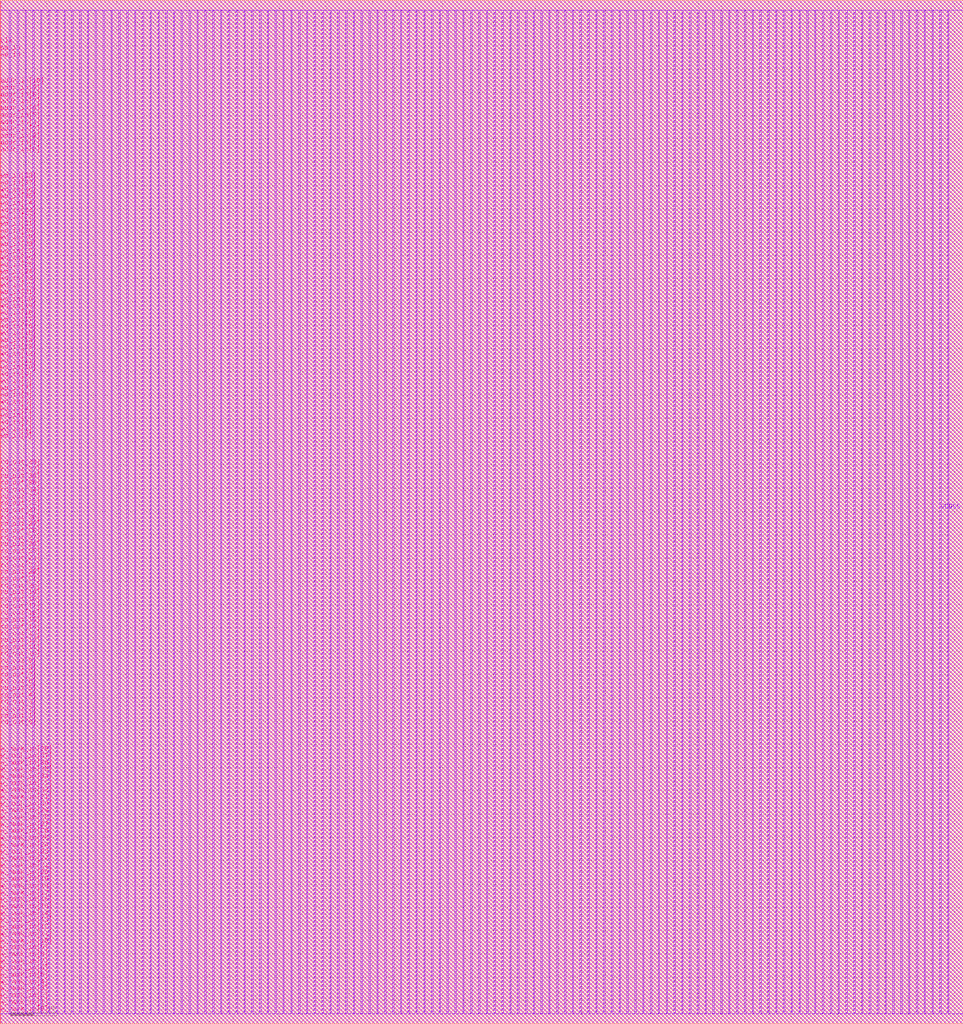
<source format=lef>
# 
# ******************************************************************************
# *                                                                            *
# *                   Copyright (C) 2004-2010, Nangate Inc.                    *
# *                           All rights reserved.                             *
# *                                                                            *
# * Nangate and the Nangate logo are trademarks of Nangate Inc.                *
# *                                                                            *
# * All trademarks, logos, software marks, and trade names (collectively the   *
# * "Marks") in this program are proprietary to Nangate or other respective    *
# * owners that have granted Nangate the right and license to use such Marks.  *
# * You are not permitted to use the Marks without the prior written consent   *
# * of Nangate or such third party that may own the Marks.                     *
# *                                                                            *
# * This file has been provided pursuant to a License Agreement containing     *
# * restrictions on its use. This file contains valuable trade secrets and     *
# * proprietary information of Nangate Inc., and is protected by U.S. and      *
# * international laws and/or treaties.                                        *
# *                                                                            *
# * The copyright notice(s) in this file does not indicate actual or intended  *
# * publication of this file.                                                  *
# *                                                                            *
# *     NGLibraryCreator, v2010.08-HR32-SP3-2010-08-05 - build 1009061800      *
# *                                                                            *
# ******************************************************************************
# 
# 
# Running on brazil06.nangate.com.br for user Giancarlo Franciscatto (gfr).
# Local time is now Fri, 3 Dec 2010, 19:32:18.
# Main process id is 27821.

VERSION 5.6 ;
BUSBITCHARS "[]" ;
DIVIDERCHAR "/" ;

UNITS
  DATABASE MICRONS 2000 ;
END UNITS

MANUFACTURINGGRID 0.0050 ;

LAYER poly
  TYPE MASTERSLICE ;
END poly

LAYER active
  TYPE MASTERSLICE ;
END active

LAYER metal1
  TYPE ROUTING ;
  SPACING 0.065 ;
  WIDTH 0.07 ;
  PITCH 0.14 ;
  DIRECTION HORIZONTAL ;
  OFFSET 0.095 0.07 ;
  RESISTANCE RPERSQ 0.38 ;
  THICKNESS 0.13 ;
  HEIGHT 0.37 ;
  CAPACITANCE CPERSQDIST 7.7161e-05 ;
  EDGECAPACITANCE 2.7365e-05 ;
END metal1

LAYER via1
  TYPE CUT ;
  SPACING 0.08 ;
  WIDTH 0.07 ;
  RESISTANCE 5 ;
END via1

LAYER metal2
  TYPE ROUTING ;
  SPACINGTABLE 
    PARALLELRUNLENGTH    0.0000     0.3000     0.9000     1.8000     2.7000     4.0000     
      WIDTH 0.0000       0.0700     0.0700     0.0700     0.0700     0.0700     0.0700     
      WIDTH 0.0900       0.0700     0.0900     0.0900     0.0900     0.0900     0.0900     
      WIDTH 0.2700       0.0700     0.0900     0.2700     0.2700     0.2700     0.2700     
      WIDTH 0.5000       0.0700     0.0900     0.2700     0.5000     0.5000     0.5000     
      WIDTH 0.9000       0.0700     0.0900     0.2700     0.5000     0.9000     0.9000     
      WIDTH 1.5000       0.0700     0.0900     0.2700     0.5000     0.9000     1.5000      ;
  WIDTH 0.07 ;
  PITCH 0.19 ;
  DIRECTION VERTICAL ;
  OFFSET 0.095 0.07 ;
  RESISTANCE RPERSQ 0.25 ;
  THICKNESS 0.14 ;
  HEIGHT 0.62 ;
  CAPACITANCE CPERSQDIST 4.0896e-05 ;
  EDGECAPACITANCE 2.5157e-05 ;
END metal2

LAYER via2
  TYPE CUT ;
  SPACING 0.09 ;
  WIDTH 0.07 ;
  RESISTANCE 5 ;
END via2

LAYER metal3
  TYPE ROUTING ;
  SPACINGTABLE 
    PARALLELRUNLENGTH    0.0000     0.3000     0.9000     1.8000     2.7000     4.0000     
      WIDTH 0.0000       0.0700     0.0700     0.0700     0.0700     0.0700     0.0700     
      WIDTH 0.0900       0.0700     0.0900     0.0900     0.0900     0.0900     0.0900     
      WIDTH 0.2700       0.0700     0.0900     0.2700     0.2700     0.2700     0.2700     
      WIDTH 0.5000       0.0700     0.0900     0.2700     0.5000     0.5000     0.5000     
      WIDTH 0.9000       0.0700     0.0900     0.2700     0.5000     0.9000     0.9000     
      WIDTH 1.5000       0.0700     0.0900     0.2700     0.5000     0.9000     1.5000      ;
  WIDTH 0.07 ;
  PITCH 0.14 ;
  DIRECTION HORIZONTAL ;
  OFFSET 0.095 0.07 ;
  RESISTANCE RPERSQ 0.25 ;
  THICKNESS 0.14 ;
  HEIGHT 0.88 ;
  CAPACITANCE CPERSQDIST 2.7745e-05 ;
  EDGECAPACITANCE 2.5157e-05 ;
END metal3

LAYER via3
  TYPE CUT ;
  SPACING 0.09 ;
  WIDTH 0.07 ;
  RESISTANCE 5 ;
END via3

LAYER metal4
  TYPE ROUTING ;
  SPACINGTABLE 
    PARALLELRUNLENGTH    0.0000     0.9000     1.8000     2.7000     4.0000     
      WIDTH 0.0000       0.1400     0.1400     0.1400     0.1400     0.1400     
      WIDTH 0.2700       0.1400     0.2700     0.2700     0.2700     0.2700     
      WIDTH 0.5000       0.1400     0.2700     0.5000     0.5000     0.5000     
      WIDTH 0.9000       0.1400     0.2700     0.5000     0.9000     0.9000     
      WIDTH 1.5000       0.1400     0.2700     0.5000     0.9000     1.5000      ;
  WIDTH 0.14 ;
  PITCH 0.28 ;
  DIRECTION VERTICAL ;
  OFFSET 0.095 0.07 ;
  RESISTANCE RPERSQ 0.21 ;
  THICKNESS 0.28 ;
  HEIGHT 1.14 ;
  CAPACITANCE CPERSQDIST 2.0743e-05 ;
  EDGECAPACITANCE 3.0908e-05 ;
END metal4

LAYER via4
  TYPE CUT ;
  SPACING 0.16 ;
  WIDTH 0.14 ;
  RESISTANCE 3 ;
END via4

LAYER metal5
  TYPE ROUTING ;
  SPACINGTABLE 
    PARALLELRUNLENGTH    0.0000     0.9000     1.8000     2.7000     4.0000     
      WIDTH 0.0000       0.1400     0.1400     0.1400     0.1400     0.1400     
      WIDTH 0.2700       0.1400     0.2700     0.2700     0.2700     0.2700     
      WIDTH 0.5000       0.1400     0.2700     0.5000     0.5000     0.5000     
      WIDTH 0.9000       0.1400     0.2700     0.5000     0.9000     0.9000     
      WIDTH 1.5000       0.1400     0.2700     0.5000     0.9000     1.5000      ;
  WIDTH 0.14 ;
  PITCH 0.28 ;
  DIRECTION HORIZONTAL ;
  OFFSET 0.095 0.07 ;
  RESISTANCE RPERSQ 0.21 ;
  THICKNESS 0.28 ;
  HEIGHT 1.71 ;
  CAPACITANCE CPERSQDIST 1.3527e-05 ;
  EDGECAPACITANCE 2.3863e-06 ;
END metal5

LAYER via5
  TYPE CUT ;
  SPACING 0.16 ;
  WIDTH 0.14 ;
  RESISTANCE 3 ;
END via5

LAYER metal6
  TYPE ROUTING ;
  SPACINGTABLE 
    PARALLELRUNLENGTH    0.0000     0.9000     1.8000     2.7000     4.0000     
      WIDTH 0.0000       0.1400     0.1400     0.1400     0.1400     0.1400     
      WIDTH 0.2700       0.1400     0.2700     0.2700     0.2700     0.2700     
      WIDTH 0.5000       0.1400     0.2700     0.5000     0.5000     0.5000     
      WIDTH 0.9000       0.1400     0.2700     0.5000     0.9000     0.9000     
      WIDTH 1.5000       0.1400     0.2700     0.5000     0.9000     1.5000      ;
  WIDTH 0.14 ;
  PITCH 0.28 ;
  DIRECTION VERTICAL ;
  OFFSET 0.095 0.07 ;
  RESISTANCE RPERSQ 0.21 ;
  THICKNESS 0.28 ;
  HEIGHT 2.28 ;
  CAPACITANCE CPERSQDIST 1.0036e-05 ;
  EDGECAPACITANCE 2.3863e-05 ;
END metal6

LAYER via6
  TYPE CUT ;
  SPACING 0.16 ;
  WIDTH 0.14 ;
  RESISTANCE 3 ;
END via6

LAYER metal7
  TYPE ROUTING ;
  SPACINGTABLE 
    PARALLELRUNLENGTH    0.0000     1.8000     2.7000     4.0000     
      WIDTH 0.0000       0.4000     0.4000     0.4000     0.4000     
      WIDTH 0.5000       0.4000     0.5000     0.5000     0.5000     
      WIDTH 0.9000       0.4000     0.5000     0.9000     0.9000     
      WIDTH 1.5000       0.4000     0.5000     0.9000     1.5000      ;
  WIDTH 0.4 ;
  PITCH 0.8 ;
  DIRECTION HORIZONTAL ;
  OFFSET 0.095 0.07 ;
  RESISTANCE RPERSQ 0.075 ;
  THICKNESS 0.8 ;
  HEIGHT 2.85 ;
  CAPACITANCE CPERSQDIST 7.9771e-06 ;
  EDGECAPACITANCE 3.2577e-05 ;
END metal7

LAYER via7
  TYPE CUT ;
  SPACING 0.44 ;
  WIDTH 0.4 ;
  RESISTANCE 1 ;
END via7

LAYER metal8
  TYPE ROUTING ;
  SPACINGTABLE 
    PARALLELRUNLENGTH    0.0000     1.8000     2.7000     4.0000     
      WIDTH 0.0000       0.4000     0.4000     0.4000     0.4000     
      WIDTH 0.5000       0.4000     0.5000     0.5000     0.5000     
      WIDTH 0.9000       0.4000     0.5000     0.9000     0.9000     
      WIDTH 1.5000       0.4000     0.5000     0.9000     1.5000      ;
  WIDTH 0.4 ;
  PITCH 0.8 ;
  DIRECTION VERTICAL ;
  OFFSET 0.095 0.07 ;
  RESISTANCE RPERSQ 0.075 ;
  THICKNESS 0.8 ;
  HEIGHT 4.47 ;
  CAPACITANCE CPERSQDIST 5.0391e-06 ;
  EDGECAPACITANCE 2.3932e-05 ;
END metal8

LAYER via8
  TYPE CUT ;
  SPACING 0.44 ;
  WIDTH 0.4 ;
  RESISTANCE 1 ;
END via8

LAYER metal9
  TYPE ROUTING ;
  SPACINGTABLE 
    PARALLELRUNLENGTH    0.0000     2.7000     4.0000     
      WIDTH 0.0000       0.8000     0.8000     0.8000     
      WIDTH 0.9000       0.8000     0.9000     0.9000     
      WIDTH 1.5000       0.8000     0.9000     1.5000      ;
  WIDTH 0.8 ;
  PITCH 1.6 ;
  DIRECTION HORIZONTAL ;
  OFFSET 0.095 0.07 ;
  RESISTANCE RPERSQ 0.03 ;
  THICKNESS 2 ;
  HEIGHT 6.09 ;
  CAPACITANCE CPERSQDIST 3.6827e-06 ;
  EDGECAPACITANCE 3.0803e-05 ;
END metal9

LAYER via9
  TYPE CUT ;
  SPACING 0.88 ;
  WIDTH 0.8 ;
  RESISTANCE 0.5 ;
END via9

LAYER metal10
  TYPE ROUTING ;
  SPACINGTABLE 
    PARALLELRUNLENGTH    0.0000     2.7000     4.0000     
      WIDTH 0.0000       0.8000     0.8000     0.8000     
      WIDTH 0.9000       0.8000     0.9000     0.9000     
      WIDTH 1.5000       0.8000     0.9000     1.5000      ;
  WIDTH 0.8 ;
  PITCH 1.6 ;
  DIRECTION VERTICAL ;
  OFFSET 0.095 0.07 ;
  RESISTANCE RPERSQ 0.03 ;
  THICKNESS 2 ;
  HEIGHT 10.09 ;
  CAPACITANCE CPERSQDIST 2.2124e-06 ;
  EDGECAPACITANCE 2.3667e-05 ;
END metal10

LAYER OVERLAP
  TYPE OVERLAP ;
END OVERLAP

VIA via1_4 DEFAULT
  LAYER via1 ;
    RECT -0.035 -0.035 0.035 0.035 ;
  LAYER metal1 ;
    RECT -0.035 -0.07 0.035 0.07 ;
  LAYER metal2 ;
    RECT -0.035 -0.07 0.035 0.07 ;
END via1_4

VIA via1_0 DEFAULT
  LAYER via1 ;
    RECT -0.035 -0.035 0.035 0.035 ;
  LAYER metal1 ;
    RECT -0.07 -0.07 0.07 0.07 ;
  LAYER metal2 ;
    RECT -0.07 -0.07 0.07 0.07 ;
END via1_0

VIA via1_1 DEFAULT
  LAYER via1 ;
    RECT -0.035 -0.035 0.035 0.035 ;
  LAYER metal1 ;
    RECT -0.07 -0.07 0.07 0.07 ;
  LAYER metal2 ;
    RECT -0.035 -0.07 0.035 0.07 ;
END via1_1

VIA via1_2 DEFAULT
  LAYER via1 ;
    RECT -0.035 -0.035 0.035 0.035 ;
  LAYER metal1 ;
    RECT -0.07 -0.07 0.07 0.07 ;
  LAYER metal2 ;
    RECT -0.07 -0.035 0.07 0.035 ;
END via1_2

VIA via1_3 DEFAULT
  LAYER via1 ;
    RECT -0.035 -0.035 0.035 0.035 ;
  LAYER metal1 ;
    RECT -0.035 -0.07 0.035 0.07 ;
  LAYER metal2 ;
    RECT -0.07 -0.07 0.07 0.07 ;
END via1_3

VIA via1_5 DEFAULT
  LAYER via1 ;
    RECT -0.035 -0.035 0.035 0.035 ;
  LAYER metal1 ;
    RECT -0.035 -0.07 0.035 0.07 ;
  LAYER metal2 ;
    RECT -0.07 -0.035 0.07 0.035 ;
END via1_5

VIA via1_6 DEFAULT
  LAYER via1 ;
    RECT -0.035 -0.035 0.035 0.035 ;
  LAYER metal1 ;
    RECT -0.07 -0.035 0.07 0.035 ;
  LAYER metal2 ;
    RECT -0.07 -0.07 0.07 0.07 ;
END via1_6

VIA via1_7 DEFAULT
  LAYER via1 ;
    RECT -0.035 -0.035 0.035 0.035 ;
  LAYER metal1 ;
    RECT -0.07 -0.035 0.07 0.035 ;
  LAYER metal2 ;
    RECT -0.035 -0.07 0.035 0.07 ;
END via1_7

VIA via1_8 DEFAULT
  LAYER via1 ;
    RECT -0.035 -0.035 0.035 0.035 ;
  LAYER metal1 ;
    RECT -0.07 -0.035 0.07 0.035 ;
  LAYER metal2 ;
    RECT -0.07 -0.035 0.07 0.035 ;
END via1_8

VIA via2_8 DEFAULT
  LAYER via2 ;
    RECT -0.035 -0.035 0.035 0.035 ;
  LAYER metal2 ;
    RECT -0.07 -0.035 0.07 0.035 ;
  LAYER metal3 ;
    RECT -0.07 -0.035 0.07 0.035 ;
END via2_8

VIA via2_4 DEFAULT
  LAYER via2 ;
    RECT -0.035 -0.035 0.035 0.035 ;
  LAYER metal2 ;
    RECT -0.035 -0.07 0.035 0.07 ;
  LAYER metal3 ;
    RECT -0.035 -0.07 0.035 0.07 ;
END via2_4

VIA via2_5 DEFAULT
  LAYER via2 ;
    RECT -0.035 -0.035 0.035 0.035 ;
  LAYER metal2 ;
    RECT -0.035 -0.07 0.035 0.07 ;
  LAYER metal3 ;
    RECT -0.07 -0.035 0.07 0.035 ;
END via2_5

VIA via2_7 DEFAULT
  LAYER via2 ;
    RECT -0.035 -0.035 0.035 0.035 ;
  LAYER metal2 ;
    RECT -0.07 -0.035 0.07 0.035 ;
  LAYER metal3 ;
    RECT -0.035 -0.07 0.035 0.07 ;
END via2_7

VIA via2_6 DEFAULT
  LAYER via2 ;
    RECT -0.035 -0.035 0.035 0.035 ;
  LAYER metal2 ;
    RECT -0.07 -0.035 0.07 0.035 ;
  LAYER metal3 ;
    RECT -0.07 -0.07 0.07 0.07 ;
END via2_6

VIA via2_0 DEFAULT
  LAYER via2 ;
    RECT -0.035 -0.035 0.035 0.035 ;
  LAYER metal2 ;
    RECT -0.07 -0.07 0.07 0.07 ;
  LAYER metal3 ;
    RECT -0.07 -0.07 0.07 0.07 ;
END via2_0

VIA via2_1 DEFAULT
  LAYER via2 ;
    RECT -0.035 -0.035 0.035 0.035 ;
  LAYER metal2 ;
    RECT -0.07 -0.07 0.07 0.07 ;
  LAYER metal3 ;
    RECT -0.035 -0.07 0.035 0.07 ;
END via2_1

VIA via2_2 DEFAULT
  LAYER via2 ;
    RECT -0.035 -0.035 0.035 0.035 ;
  LAYER metal2 ;
    RECT -0.07 -0.07 0.07 0.07 ;
  LAYER metal3 ;
    RECT -0.07 -0.035 0.07 0.035 ;
END via2_2

VIA via2_3 DEFAULT
  LAYER via2 ;
    RECT -0.035 -0.035 0.035 0.035 ;
  LAYER metal2 ;
    RECT -0.035 -0.07 0.035 0.07 ;
  LAYER metal3 ;
    RECT -0.07 -0.07 0.07 0.07 ;
END via2_3

VIA via3_2 DEFAULT
  LAYER via3 ;
    RECT -0.035 -0.035 0.035 0.035 ;
  LAYER metal3 ;
    RECT -0.07 -0.035 0.07 0.035 ;
  LAYER metal4 ;
    RECT -0.07 -0.07 0.07 0.07 ;
END via3_2

VIA via3_0 DEFAULT
  LAYER via3 ;
    RECT -0.035 -0.035 0.035 0.035 ;
  LAYER metal3 ;
    RECT -0.07 -0.07 0.07 0.07 ;
  LAYER metal4 ;
    RECT -0.07 -0.07 0.07 0.07 ;
END via3_0

VIA via3_1 DEFAULT
  LAYER via3 ;
    RECT -0.035 -0.035 0.035 0.035 ;
  LAYER metal3 ;
    RECT -0.035 -0.07 0.035 0.07 ;
  LAYER metal4 ;
    RECT -0.07 -0.07 0.07 0.07 ;
END via3_1

VIA via4_0 DEFAULT
  LAYER via4 ;
    RECT -0.07 -0.07 0.07 0.07 ;
  LAYER metal4 ;
    RECT -0.07 -0.07 0.07 0.07 ;
  LAYER metal5 ;
    RECT -0.07 -0.07 0.07 0.07 ;
END via4_0

VIA via5_0 DEFAULT
  LAYER via5 ;
    RECT -0.07 -0.07 0.07 0.07 ;
  LAYER metal5 ;
    RECT -0.07 -0.07 0.07 0.07 ;
  LAYER metal6 ;
    RECT -0.07 -0.07 0.07 0.07 ;
END via5_0

VIA via6_0 DEFAULT
  LAYER via6 ;
    RECT -0.07 -0.07 0.07 0.07 ;
  LAYER metal6 ;
    RECT -0.07 -0.07 0.07 0.07 ;
  LAYER metal7 ;
    RECT -0.2 -0.2 0.2 0.2 ;
END via6_0

VIA via7_0 DEFAULT
  LAYER via7 ;
    RECT -0.2 -0.2 0.2 0.2 ;
  LAYER metal7 ;
    RECT -0.2 -0.2 0.2 0.2 ;
  LAYER metal8 ;
    RECT -0.2 -0.2 0.2 0.2 ;
END via7_0

VIA via8_0 DEFAULT
  LAYER via8 ;
    RECT -0.2 -0.2 0.2 0.2 ;
  LAYER metal8 ;
    RECT -0.2 -0.2 0.2 0.2 ;
  LAYER metal9 ;
    RECT -0.4 -0.4 0.4 0.4 ;
END via8_0

VIA via9_0 DEFAULT
  LAYER via9 ;
    RECT -0.4 -0.4 0.4 0.4 ;
  LAYER metal9 ;
    RECT -0.4 -0.4 0.4 0.4 ;
  LAYER metal10 ;
    RECT -0.4 -0.4 0.4 0.4 ;
END via9_0

VIARULE Via1Array-0 GENERATE
  LAYER metal1 ;
    ENCLOSURE 0.035 0.035 ;
  LAYER metal2 ;
    ENCLOSURE 0.035 0.035 ;
  LAYER via1 ;
    RECT -0.035 -0.035 0.035 0.035 ;
    SPACING 0.15 BY 0.15 ;
END Via1Array-0

VIARULE Via1Array-1 GENERATE
  LAYER metal1 ;
    ENCLOSURE 0 0.035 ;
  LAYER metal2 ;
    ENCLOSURE 0 0.035 ;
  LAYER via1 ;
    RECT -0.035 -0.035 0.035 0.035 ;
    SPACING 0.15 BY 0.15 ;
END Via1Array-1

VIARULE Via1Array-2 GENERATE
  LAYER metal1 ;
    ENCLOSURE 0.035 0 ;
  LAYER metal2 ;
    ENCLOSURE 0.035 0 ;
  LAYER via1 ;
    RECT -0.035 -0.035 0.035 0.035 ;
    SPACING 0.15 BY 0.15 ;
END Via1Array-2

VIARULE Via1Array-3 GENERATE
  LAYER metal1 ;
    ENCLOSURE 0 0.035 ;
  LAYER metal2 ;
    ENCLOSURE 0.035 0 ;
  LAYER via1 ;
    RECT -0.035 -0.035 0.035 0.035 ;
    SPACING 0.15 BY 0.15 ;
END Via1Array-3

VIARULE Via1Array-4 GENERATE
  LAYER metal1 ;
    ENCLOSURE 0.035 0 ;
  LAYER metal2 ;
    ENCLOSURE 0 0.035 ;
  LAYER via1 ;
    RECT -0.035 -0.035 0.035 0.035 ;
    SPACING 0.15 BY 0.15 ;
END Via1Array-4

VIARULE Via2Array-0 GENERATE
  LAYER metal2 ;
    ENCLOSURE 0.035 0.035 ;
  LAYER metal3 ;
    ENCLOSURE 0.035 0.035 ;
  LAYER via2 ;
    RECT -0.035 -0.035 0.035 0.035 ;
    SPACING 0.16 BY 0.16 ;
END Via2Array-0

VIARULE Via2Array-1 GENERATE
  LAYER metal2 ;
    ENCLOSURE 0 0.035 ;
  LAYER metal3 ;
    ENCLOSURE 0 0.035 ;
  LAYER via2 ;
    RECT -0.035 -0.035 0.035 0.035 ;
    SPACING 0.16 BY 0.16 ;
END Via2Array-1

VIARULE Via2Array-2 GENERATE
  LAYER metal2 ;
    ENCLOSURE 0.035 0 ;
  LAYER metal3 ;
    ENCLOSURE 0.035 0 ;
  LAYER via2 ;
    RECT -0.035 -0.035 0.035 0.035 ;
    SPACING 0.16 BY 0.16 ;
END Via2Array-2

VIARULE Via2Array-3 GENERATE
  LAYER metal2 ;
    ENCLOSURE 0 0.035 ;
  LAYER metal3 ;
    ENCLOSURE 0.035 0 ;
  LAYER via2 ;
    RECT -0.035 -0.035 0.035 0.035 ;
    SPACING 0.16 BY 0.16 ;
END Via2Array-3

VIARULE Via2Array-4 GENERATE
  LAYER metal2 ;
    ENCLOSURE 0.035 0 ;
  LAYER metal3 ;
    ENCLOSURE 0 0.035 ;
  LAYER via2 ;
    RECT -0.035 -0.035 0.035 0.035 ;
    SPACING 0.16 BY 0.16 ;
END Via2Array-4

VIARULE Via3Array-0 GENERATE
  LAYER metal3 ;
    ENCLOSURE 0.035 0.035 ;
  LAYER metal4 ;
    ENCLOSURE 0.035 0.035 ;
  LAYER via3 ;
    RECT -0.035 -0.035 0.035 0.035 ;
    SPACING 0.16 BY 0.16 ;
END Via3Array-0

VIARULE Via3Array-1 GENERATE
  LAYER metal3 ;
    ENCLOSURE 0 0.035 ;
  LAYER metal4 ;
    ENCLOSURE 0.035 0.035 ;
  LAYER via3 ;
    RECT -0.035 -0.035 0.035 0.035 ;
    SPACING 0.16 BY 0.16 ;
END Via3Array-1

VIARULE Via3Array-2 GENERATE
  LAYER metal3 ;
    ENCLOSURE 0.035 0 ;
  LAYER metal4 ;
    ENCLOSURE 0.035 0.035 ;
  LAYER via3 ;
    RECT -0.035 -0.035 0.035 0.035 ;
    SPACING 0.16 BY 0.16 ;
END Via3Array-2

VIARULE Via4Array-0 GENERATE
  LAYER metal4 ;
    ENCLOSURE 0 0 ;
  LAYER metal5 ;
    ENCLOSURE 0 0 ;
  LAYER via4 ;
    RECT -0.07 -0.07 0.07 0.07 ;
    SPACING 0.3 BY 0.3 ;
END Via4Array-0

VIARULE Via5Array-0 GENERATE
  LAYER metal5 ;
    ENCLOSURE 0 0 ;
  LAYER metal6 ;
    ENCLOSURE 0 0 ;
  LAYER via5 ;
    RECT -0.07 -0.07 0.07 0.07 ;
    SPACING 0.3 BY 0.3 ;
END Via5Array-0

VIARULE Via6Array-0 GENERATE
  LAYER metal6 ;
    ENCLOSURE 0 0 ;
  LAYER metal7 ;
    ENCLOSURE 0.13 0.13 ;
  LAYER via6 ;
    RECT -0.07 -0.07 0.07 0.07 ;
    SPACING 0.3 BY 0.3 ;
END Via6Array-0

VIARULE Via7Array-0 GENERATE
  LAYER metal7 ;
    ENCLOSURE 0 0 ;
  LAYER metal8 ;
    ENCLOSURE 0 0 ;
  LAYER via7 ;
    RECT -0.2 -0.2 0.2 0.2 ;
    SPACING 0.84 BY 0.84 ;
END Via7Array-0

VIARULE Via8Array-0 GENERATE
  LAYER metal8 ;
    ENCLOSURE 0 0 ;
  LAYER metal9 ;
    ENCLOSURE 0.2 0.2 ;
  LAYER via8 ;
    RECT -0.2 -0.2 0.2 0.2 ;
    SPACING 0.84 BY 0.84 ;
END Via8Array-0

VIARULE Via9Array-0 GENERATE
  LAYER metal10 ;
    ENCLOSURE 0 0 ;
  LAYER metal9 ;
    ENCLOSURE 0 0 ;
  LAYER via9 ;
    RECT -0.4 -0.4 0.4 0.4 ;
    SPACING 1.68 BY 1.68 ;
END Via9Array-0

SPACING
  SAMENET metal1 metal1 0.065 ;
  SAMENET metal2 metal2 0.07 ;
  SAMENET metal3 metal3 0.07 ;
  SAMENET metal4 metal4 0.14 ;
  SAMENET metal5 metal5 0.14 ;
  SAMENET metal6 metal6 0.14 ;
  SAMENET metal7 metal7 0.4 ;
  SAMENET metal8 metal8 0.4 ;
  SAMENET metal9 metal9 0.8 ;
  SAMENET metal10 metal10 0.8 ;
  SAMENET via1 via1 0.08 ;
  SAMENET via2 via2 0.09 ;
  SAMENET via3 via3 0.09 ;
  SAMENET via4 via4 0.16 ;
  SAMENET via5 via5 0.16 ;
  SAMENET via6 via6 0.16 ;
  SAMENET via7 via7 0.44 ;
  SAMENET via8 via8 0.44 ;
  SAMENET via9 via9 0.88 ;
  SAMENET via1 via2 0.0 STACK ;
  SAMENET via2 via3 0.0 STACK ;
  SAMENET via3 via4 0.0 STACK ;
  SAMENET via4 via5 0.0 STACK ;
  SAMENET via5 via6 0.0 STACK ;
  SAMENET via6 via7 0.0 STACK ;
  SAMENET via7 via8 0.0 STACK ;
  SAMENET via8 via9 0.0 STACK ;
END SPACING

SITE FreePDK45_38x28_10R_NP_162NW_34O
  SYMMETRY y ;
  CLASS core ;
  SIZE 0.19 BY 1.4 ;
END FreePDK45_38x28_10R_NP_162NW_34O

# END LIBRARY
#
# End of file
#




#VERSION 5.6 ;
#BUSBITCHARS "[]" ;
#DIVIDERCHAR "/" ;

MACRO AND2_X1
  CLASS CORE ;
  ORIGIN 0 0 ;
  FOREIGN AND2_X1 0 0 ;
  SIZE 0.76 BY 1.4 ;
  SYMMETRY X Y ;
  SITE FreePDK45_38x28_10R_NP_162NW_34O ;
  PIN A1
    DIRECTION INPUT ;
    USE SIGNAL ;
    PORT
      LAYER metal1 ;
        RECT 0.06 0.525 0.185 0.7 ;
    END
  END A1
  PIN A2
    DIRECTION INPUT ;
    USE SIGNAL ;
    PORT
      LAYER metal1 ;
        RECT 0.25 0.525 0.38 0.7 ;
    END
  END A2
  PIN ZN
    DIRECTION OUTPUT ;
    USE SIGNAL ;
    PORT
      LAYER metal1 ;
        RECT 0.61 0.19 0.7 1.25 ;
    END
  END ZN
  PIN VDD
    DIRECTION INOUT ;
    USE POWER ;
    SHAPE ABUTMENT ;
    PORT
      LAYER metal1 ;
        RECT 0 1.315 0.76 1.485 ;
        RECT 0.415 0.975 0.485 1.485 ;
        RECT 0.04 0.975 0.11 1.485 ;
    END
  END VDD
  PIN VSS
    DIRECTION INOUT ;
    USE GROUND ;
    SHAPE ABUTMENT ;
    PORT
      LAYER metal1 ;
        RECT 0 -0.085 0.76 0.085 ;
        RECT 0.415 -0.085 0.485 0.325 ;
    END
  END VSS
  OBS
    LAYER metal1 ;
      RECT 0.235 0.84 0.305 1.25 ;
      RECT 0.235 0.84 0.54 0.91 ;
      RECT 0.47 0.39 0.54 0.91 ;
      RECT 0.045 0.39 0.54 0.46 ;
      RECT 0.045 0.19 0.115 0.46 ;
  END
END AND2_X1

MACRO AND2_X2
  CLASS CORE ;
  ORIGIN 0 0 ;
  FOREIGN AND2_X2 0 0 ;
  SIZE 0.95 BY 1.4 ;
  SYMMETRY X Y ;
  SITE FreePDK45_38x28_10R_NP_162NW_34O ;
  PIN A1
    DIRECTION INPUT ;
    USE SIGNAL ;
    PORT
      LAYER metal1 ;
        RECT 0.06 0.525 0.185 0.7 ;
    END
  END A1
  PIN A2
    DIRECTION INPUT ;
    USE SIGNAL ;
    PORT
      LAYER metal1 ;
        RECT 0.25 0.525 0.38 0.7 ;
    END
  END A2
  PIN ZN
    DIRECTION OUTPUT ;
    USE SIGNAL ;
    PORT
      LAYER metal1 ;
        RECT 0.615 0.15 0.7 1.25 ;
    END
  END ZN
  PIN VDD
    DIRECTION INOUT ;
    USE POWER ;
    SHAPE ABUTMENT ;
    PORT
      LAYER metal1 ;
        RECT 0 1.315 0.95 1.485 ;
        RECT 0.795 0.975 0.865 1.485 ;
        RECT 0.415 0.975 0.485 1.485 ;
        RECT 0.04 0.975 0.11 1.485 ;
    END
  END VDD
  PIN VSS
    DIRECTION INOUT ;
    USE GROUND ;
    SHAPE ABUTMENT ;
    PORT
      LAYER metal1 ;
        RECT 0 -0.085 0.95 0.085 ;
        RECT 0.795 -0.085 0.865 0.425 ;
        RECT 0.415 -0.085 0.485 0.285 ;
    END
  END VSS
  OBS
    LAYER metal1 ;
      RECT 0.235 0.84 0.305 1.25 ;
      RECT 0.235 0.84 0.545 0.91 ;
      RECT 0.475 0.39 0.545 0.91 ;
      RECT 0.045 0.39 0.545 0.46 ;
      RECT 0.045 0.15 0.115 0.46 ;
  END
END AND2_X2

MACRO AND2_X4
  CLASS CORE ;
  ORIGIN 0 0 ;
  FOREIGN AND2_X4 0 0 ;
  SIZE 1.71 BY 1.4 ;
  SYMMETRY X Y ;
  SITE FreePDK45_38x28_10R_NP_162NW_34O ;
  PIN A1
    DIRECTION INPUT ;
    USE SIGNAL ;
    PORT
      LAYER metal1 ;
        RECT 0.25 0.42 0.38 0.66 ;
    END
  END A1
  PIN A2
    DIRECTION INPUT ;
    USE SIGNAL ;
    PORT
      LAYER metal1 ;
        RECT 0.06 0.725 0.76 0.795 ;
        RECT 0.69 0.525 0.76 0.795 ;
        RECT 0.06 0.42 0.185 0.795 ;
    END
  END A2
  PIN ZN
    DIRECTION OUTPUT ;
    USE SIGNAL ;
    PORT
      LAYER metal1 ;
        RECT 1.365 0.15 1.435 1.25 ;
        RECT 0.995 0.68 1.435 0.75 ;
        RECT 0.995 0.15 1.08 1.25 ;
    END
  END ZN
  PIN VDD
    DIRECTION INOUT ;
    USE POWER ;
    SHAPE ABUTMENT ;
    PORT
      LAYER metal1 ;
        RECT 0 1.315 1.71 1.485 ;
        RECT 1.555 0.995 1.625 1.485 ;
        RECT 1.175 0.995 1.245 1.485 ;
        RECT 0.795 0.995 0.865 1.485 ;
        RECT 0.415 0.995 0.485 1.485 ;
        RECT 0.04 0.995 0.11 1.485 ;
    END
  END VDD
  PIN VSS
    DIRECTION INOUT ;
    USE GROUND ;
    SHAPE ABUTMENT ;
    PORT
      LAYER metal1 ;
        RECT 0 -0.085 1.71 0.085 ;
        RECT 1.555 -0.085 1.625 0.355 ;
        RECT 1.175 -0.085 1.245 0.355 ;
        RECT 0.795 -0.085 0.865 0.215 ;
        RECT 0.04 -0.085 0.11 0.355 ;
    END
  END VSS
  OBS
    LAYER metal1 ;
      RECT 0.605 0.86 0.675 1.25 ;
      RECT 0.235 0.86 0.305 1.25 ;
      RECT 0.235 0.86 0.92 0.93 ;
      RECT 0.85 0.285 0.92 0.93 ;
      RECT 0.425 0.285 0.92 0.355 ;
      RECT 0.425 0.22 0.495 0.355 ;
  END
END AND2_X4

MACRO AND3_X1
  CLASS CORE ;
  ORIGIN 0 0 ;
  FOREIGN AND3_X1 0 0 ;
  SIZE 0.95 BY 1.4 ;
  SYMMETRY X Y ;
  SITE FreePDK45_38x28_10R_NP_162NW_34O ;
  PIN A1
    DIRECTION INPUT ;
    USE SIGNAL ;
    PORT
      LAYER metal1 ;
        RECT 0.06 0.525 0.185 0.7 ;
    END
  END A1
  PIN A2
    DIRECTION INPUT ;
    USE SIGNAL ;
    PORT
      LAYER metal1 ;
        RECT 0.25 0.525 0.375 0.7 ;
    END
  END A2
  PIN A3
    DIRECTION INPUT ;
    USE SIGNAL ;
    PORT
      LAYER metal1 ;
        RECT 0.44 0.525 0.57 0.7 ;
    END
  END A3
  PIN ZN
    DIRECTION OUTPUT ;
    USE SIGNAL ;
    PORT
      LAYER metal1 ;
        RECT 0.8 0.975 0.89 1.25 ;
        RECT 0.82 0.15 0.89 1.25 ;
        RECT 0.8 0.15 0.89 0.425 ;
    END
  END ZN
  PIN VDD
    DIRECTION INOUT ;
    USE POWER ;
    SHAPE ABUTMENT ;
    PORT
      LAYER metal1 ;
        RECT 0 1.315 0.95 1.485 ;
        RECT 0.605 1 0.675 1.485 ;
        RECT 0.225 1.04 0.295 1.485 ;
    END
  END VDD
  PIN VSS
    DIRECTION INOUT ;
    USE GROUND ;
    SHAPE ABUTMENT ;
    PORT
      LAYER metal1 ;
        RECT 0 -0.085 0.95 0.085 ;
        RECT 0.605 -0.085 0.675 0.285 ;
    END
  END VSS
  OBS
    LAYER metal1 ;
      RECT 0.415 0.865 0.485 1.25 ;
      RECT 0.045 0.865 0.115 1.25 ;
      RECT 0.045 0.865 0.705 0.935 ;
      RECT 0.635 0.35 0.705 0.935 ;
      RECT 0.635 0.525 0.755 0.66 ;
      RECT 0.045 0.35 0.705 0.42 ;
      RECT 0.045 0.15 0.115 0.42 ;
  END
END AND3_X1

MACRO AND3_X2
  CLASS CORE ;
  ORIGIN 0 0 ;
  FOREIGN AND3_X2 0 0 ;
  SIZE 1.14 BY 1.4 ;
  SYMMETRY X Y ;
  SITE FreePDK45_38x28_10R_NP_162NW_34O ;
  PIN A1
    DIRECTION INPUT ;
    USE SIGNAL ;
    PORT
      LAYER metal1 ;
        RECT 0.06 0.525 0.185 0.7 ;
    END
  END A1
  PIN A2
    DIRECTION INPUT ;
    USE SIGNAL ;
    PORT
      LAYER metal1 ;
        RECT 0.25 0.525 0.375 0.7 ;
    END
  END A2
  PIN A3
    DIRECTION INPUT ;
    USE SIGNAL ;
    PORT
      LAYER metal1 ;
        RECT 0.44 0.525 0.57 0.7 ;
    END
  END A3
  PIN ZN
    DIRECTION OUTPUT ;
    USE SIGNAL ;
    PORT
      LAYER metal1 ;
        RECT 0.805 0.15 0.89 1.25 ;
    END
  END ZN
  PIN VDD
    DIRECTION INOUT ;
    USE POWER ;
    SHAPE ABUTMENT ;
    PORT
      LAYER metal1 ;
        RECT 0 1.315 1.14 1.485 ;
        RECT 0.99 0.975 1.06 1.485 ;
        RECT 0.605 0.975 0.675 1.485 ;
        RECT 0.225 0.975 0.295 1.485 ;
    END
  END VDD
  PIN VSS
    DIRECTION INOUT ;
    USE GROUND ;
    SHAPE ABUTMENT ;
    PORT
      LAYER metal1 ;
        RECT 0 -0.085 1.14 0.085 ;
        RECT 0.99 -0.085 1.06 0.425 ;
        RECT 0.605 -0.085 0.675 0.285 ;
    END
  END VSS
  OBS
    LAYER metal1 ;
      RECT 0.415 0.8 0.485 1.25 ;
      RECT 0.045 0.8 0.115 1.25 ;
      RECT 0.045 0.8 0.735 0.87 ;
      RECT 0.665 0.355 0.735 0.87 ;
      RECT 0.045 0.355 0.735 0.425 ;
      RECT 0.045 0.15 0.115 0.425 ;
  END
END AND3_X2

MACRO AND3_X4
  CLASS CORE ;
  ORIGIN 0 0 ;
  FOREIGN AND3_X4 0 0 ;
  SIZE 2.09 BY 1.4 ;
  SYMMETRY X Y ;
  SITE FreePDK45_38x28_10R_NP_162NW_34O ;
  PIN A1
    DIRECTION INPUT ;
    USE SIGNAL ;
    PORT
      LAYER metal1 ;
        RECT 0.595 0.555 0.73 0.7 ;
    END
  END A1
  PIN A2
    DIRECTION INPUT ;
    USE SIGNAL ;
    PORT
      LAYER metal1 ;
        RECT 0.82 0.42 0.95 0.7 ;
        RECT 0.34 0.42 0.95 0.49 ;
        RECT 0.34 0.42 0.41 0.66 ;
    END
  END A2
  PIN A3
    DIRECTION INPUT ;
    USE SIGNAL ;
    PORT
      LAYER metal1 ;
        RECT 0.12 0.765 1.14 0.835 ;
        RECT 1.07 0.525 1.14 0.835 ;
        RECT 0.12 0.525 0.19 0.835 ;
        RECT 0.06 0.525 0.19 0.7 ;
    END
  END A3
  PIN ZN
    DIRECTION OUTPUT ;
    USE SIGNAL ;
    PORT
      LAYER metal1 ;
        RECT 1.745 0.15 1.815 1.25 ;
        RECT 1.375 0.56 1.815 0.7 ;
        RECT 1.375 0.15 1.445 1.25 ;
    END
  END ZN
  PIN VDD
    DIRECTION INOUT ;
    USE POWER ;
    SHAPE ABUTMENT ;
    PORT
      LAYER metal1 ;
        RECT 0 1.315 2.09 1.485 ;
        RECT 1.935 1.035 2.005 1.485 ;
        RECT 1.555 1.035 1.625 1.485 ;
        RECT 1.175 1.035 1.245 1.485 ;
        RECT 0.795 1.035 0.865 1.485 ;
        RECT 0.415 1.035 0.485 1.485 ;
        RECT 0.04 1.035 0.11 1.485 ;
    END
  END VDD
  PIN VSS
    DIRECTION INOUT ;
    USE GROUND ;
    SHAPE ABUTMENT ;
    PORT
      LAYER metal1 ;
        RECT 0 -0.085 2.09 0.085 ;
        RECT 1.935 -0.085 2.005 0.425 ;
        RECT 1.555 -0.085 1.625 0.425 ;
        RECT 1.175 -0.085 1.245 0.195 ;
        RECT 0.04 -0.085 0.11 0.425 ;
    END
  END VSS
  OBS
    LAYER metal1 ;
      RECT 0.985 0.9 1.055 1.25 ;
      RECT 0.605 0.9 0.675 1.25 ;
      RECT 0.235 0.9 0.305 1.25 ;
      RECT 0.235 0.9 1.305 0.97 ;
      RECT 1.235 0.26 1.305 0.97 ;
      RECT 0.615 0.26 1.305 0.33 ;
      RECT 0.615 0.15 0.685 0.33 ;
  END
END AND3_X4

MACRO AND4_X1
  CLASS CORE ;
  ORIGIN 0 0 ;
  FOREIGN AND4_X1 0 0 ;
  SIZE 1.14 BY 1.4 ;
  SYMMETRY X Y ;
  SITE FreePDK45_38x28_10R_NP_162NW_34O ;
  PIN A1
    DIRECTION INPUT ;
    USE SIGNAL ;
    PORT
      LAYER metal1 ;
        RECT 0.06 0.525 0.185 0.7 ;
    END
  END A1
  PIN A2
    DIRECTION INPUT ;
    USE SIGNAL ;
    PORT
      LAYER metal1 ;
        RECT 0.25 0.525 0.375 0.7 ;
    END
  END A2
  PIN A3
    DIRECTION INPUT ;
    USE SIGNAL ;
    PORT
      LAYER metal1 ;
        RECT 0.44 0.525 0.565 0.7 ;
    END
  END A3
  PIN A4
    DIRECTION INPUT ;
    USE SIGNAL ;
    PORT
      LAYER metal1 ;
        RECT 0.63 0.525 0.76 0.7 ;
    END
  END A4
  PIN ZN
    DIRECTION OUTPUT ;
    USE SIGNAL ;
    PORT
      LAYER metal1 ;
        RECT 0.99 0.15 1.08 1.25 ;
    END
  END ZN
  PIN VDD
    DIRECTION INOUT ;
    USE POWER ;
    SHAPE ABUTMENT ;
    PORT
      LAYER metal1 ;
        RECT 0 1.315 1.14 1.485 ;
        RECT 0.795 0.975 0.865 1.485 ;
        RECT 0.415 0.975 0.485 1.485 ;
        RECT 0.04 0.975 0.11 1.485 ;
    END
  END VDD
  PIN VSS
    DIRECTION INOUT ;
    USE GROUND ;
    SHAPE ABUTMENT ;
    PORT
      LAYER metal1 ;
        RECT 0 -0.085 1.14 0.085 ;
        RECT 0.795 -0.085 0.865 0.285 ;
    END
  END VSS
  OBS
    LAYER metal1 ;
      RECT 0.605 0.84 0.675 1.25 ;
      RECT 0.235 0.84 0.305 1.25 ;
      RECT 0.235 0.84 0.925 0.91 ;
      RECT 0.855 0.35 0.925 0.91 ;
      RECT 0.045 0.35 0.925 0.42 ;
      RECT 0.045 0.15 0.115 0.42 ;
  END
END AND4_X1

MACRO AND4_X2
  CLASS CORE ;
  ORIGIN 0 0 ;
  FOREIGN AND4_X2 0 0 ;
  SIZE 1.33 BY 1.4 ;
  SYMMETRY X Y ;
  SITE FreePDK45_38x28_10R_NP_162NW_34O ;
  PIN A1
    DIRECTION INPUT ;
    USE SIGNAL ;
    PORT
      LAYER metal1 ;
        RECT 0.06 0.525 0.185 0.7 ;
    END
  END A1
  PIN A2
    DIRECTION INPUT ;
    USE SIGNAL ;
    PORT
      LAYER metal1 ;
        RECT 0.25 0.525 0.375 0.7 ;
    END
  END A2
  PIN A3
    DIRECTION INPUT ;
    USE SIGNAL ;
    PORT
      LAYER metal1 ;
        RECT 0.44 0.525 0.565 0.7 ;
    END
  END A3
  PIN A4
    DIRECTION INPUT ;
    USE SIGNAL ;
    PORT
      LAYER metal1 ;
        RECT 0.63 0.525 0.76 0.7 ;
    END
  END A4
  PIN ZN
    DIRECTION OUTPUT ;
    USE SIGNAL ;
    PORT
      LAYER metal1 ;
        RECT 0.995 0.15 1.08 1.25 ;
    END
  END ZN
  PIN VDD
    DIRECTION INOUT ;
    USE POWER ;
    SHAPE ABUTMENT ;
    PORT
      LAYER metal1 ;
        RECT 0 1.315 1.33 1.485 ;
        RECT 1.18 0.975 1.25 1.485 ;
        RECT 0.795 0.975 0.865 1.485 ;
        RECT 0.415 0.975 0.485 1.485 ;
        RECT 0.04 0.975 0.11 1.485 ;
    END
  END VDD
  PIN VSS
    DIRECTION INOUT ;
    USE GROUND ;
    SHAPE ABUTMENT ;
    PORT
      LAYER metal1 ;
        RECT 0 -0.085 1.33 0.085 ;
        RECT 1.18 -0.085 1.25 0.425 ;
        RECT 0.795 -0.085 0.865 0.27 ;
    END
  END VSS
  OBS
    LAYER metal1 ;
      RECT 0.605 0.8 0.675 1.25 ;
      RECT 0.235 0.8 0.305 1.25 ;
      RECT 0.235 0.8 0.925 0.87 ;
      RECT 0.855 0.355 0.925 0.87 ;
      RECT 0.045 0.355 0.925 0.425 ;
      RECT 0.045 0.15 0.115 0.425 ;
  END
END AND4_X2

MACRO AND4_X4
  CLASS CORE ;
  ORIGIN 0 0 ;
  FOREIGN AND4_X4 0 0 ;
  SIZE 2.47 BY 1.4 ;
  SYMMETRY X Y ;
  SITE FreePDK45_38x28_10R_NP_162NW_34O ;
  PIN A1
    DIRECTION INPUT ;
    USE SIGNAL ;
    PORT
      LAYER metal1 ;
        RECT 0.8 0.56 0.935 0.7 ;
    END
  END A1
  PIN A2
    DIRECTION INPUT ;
    USE SIGNAL ;
    PORT
      LAYER metal1 ;
        RECT 1.065 0.425 1.135 0.66 ;
        RECT 0.565 0.425 1.135 0.495 ;
        RECT 0.565 0.425 0.7 0.7 ;
    END
  END A2
  PIN A3
    DIRECTION INPUT ;
    USE SIGNAL ;
    PORT
      LAYER metal1 ;
        RECT 0.355 0.77 1.345 0.84 ;
        RECT 1.2 0.525 1.345 0.84 ;
        RECT 0.355 0.525 0.425 0.84 ;
    END
  END A3
  PIN A4
    DIRECTION INPUT ;
    USE SIGNAL ;
    PORT
      LAYER metal1 ;
        RECT 0.135 0.905 1.535 0.975 ;
        RECT 1.465 0.525 1.535 0.975 ;
        RECT 0.135 0.525 0.205 0.975 ;
        RECT 0.06 0.525 0.205 0.7 ;
    END
  END A4
  PIN ZN
    DIRECTION OUTPUT ;
    USE SIGNAL ;
    PORT
      LAYER metal1 ;
        RECT 2.14 0.15 2.21 0.925 ;
        RECT 1.77 0.56 2.21 0.7 ;
        RECT 1.77 0.15 1.84 0.925 ;
    END
  END ZN
  PIN VDD
    DIRECTION INOUT ;
    USE POWER ;
    SHAPE ABUTMENT ;
    PORT
      LAYER metal1 ;
        RECT 0 1.315 2.47 1.485 ;
        RECT 2.33 1.065 2.4 1.485 ;
        RECT 1.95 1.065 2.02 1.485 ;
        RECT 1.57 1.175 1.64 1.485 ;
        RECT 1.19 1.175 1.26 1.485 ;
        RECT 0.81 1.175 0.88 1.485 ;
        RECT 0.43 1.175 0.5 1.485 ;
        RECT 0.055 1.065 0.125 1.485 ;
    END
  END VDD
  PIN VSS
    DIRECTION INOUT ;
    USE GROUND ;
    SHAPE ABUTMENT ;
    PORT
      LAYER metal1 ;
        RECT 0 -0.085 2.47 0.085 ;
        RECT 2.33 -0.085 2.4 0.425 ;
        RECT 1.95 -0.085 2.02 0.425 ;
        RECT 1.57 -0.085 1.64 0.195 ;
        RECT 0.055 -0.085 0.125 0.425 ;
    END
  END VSS
  OBS
    LAYER metal1 ;
      RECT 0.215 1.04 1.705 1.11 ;
      RECT 1.635 0.29 1.705 1.11 ;
      RECT 0.785 0.29 1.705 0.36 ;
  END
END AND4_X4

MACRO ANTENNA_X1
  CLASS CORE ANTENNACELL ;
  ORIGIN 0 0 ;
  FOREIGN ANTENNA_X1 0 0 ;
  SIZE 0.19 BY 1.4 ;
  SYMMETRY X Y ;
  SITE FreePDK45_38x28_10R_NP_162NW_34O ;
  PIN A
    DIRECTION INPUT ;
    USE SIGNAL ;
    # unknown
    ANTENNADIFFAREA  0.0 ;
    PORT
      LAYER metal1 ;
        RECT 0.06 0.42 0.13 0.75 ;
    END
  END A
  PIN VDD
    DIRECTION INOUT ;
    USE POWER ;
    SHAPE ABUTMENT ;
    PORT
      LAYER metal1 ;
        RECT 0 1.315 0.19 1.485 ;
    END
  END VDD
  PIN VSS
    DIRECTION INOUT ;
    USE GROUND ;
    SHAPE ABUTMENT ;
    PORT
      LAYER metal1 ;
        RECT 0 -0.085 0.19 0.085 ;
    END
  END VSS
END ANTENNA_X1

MACRO AOI211_X1
  CLASS CORE ;
  ORIGIN 0 0 ;
  FOREIGN AOI211_X1 0 0 ;
  SIZE 0.95 BY 1.4 ;
  SYMMETRY X Y ;
  SITE FreePDK45_38x28_10R_NP_162NW_34O ;
  PIN A
    DIRECTION INPUT ;
    USE SIGNAL ;
    PORT
      LAYER metal1 ;
        RECT 0.765 0.525 0.89 0.7 ;
    END
  END A
  PIN B
    DIRECTION INPUT ;
    USE SIGNAL ;
    PORT
      LAYER metal1 ;
        RECT 0.575 0.525 0.7 0.7 ;
    END
  END B
  PIN C1
    DIRECTION INPUT ;
    USE SIGNAL ;
    PORT
      LAYER metal1 ;
        RECT 0.41 0.525 0.51 0.7 ;
    END
  END C1
  PIN C2
    DIRECTION INPUT ;
    USE SIGNAL ;
    PORT
      LAYER metal1 ;
        RECT 0.06 0.525 0.21 0.7 ;
    END
  END C2
  PIN ZN
    DIRECTION OUTPUT ;
    USE SIGNAL ;
    PORT
      LAYER metal1 ;
        RECT 0.275 0.355 0.905 0.425 ;
        RECT 0.835 0.15 0.905 0.425 ;
        RECT 0.44 0.15 0.525 0.425 ;
        RECT 0.275 0.355 0.345 1.115 ;
    END
  END ZN
  PIN VDD
    DIRECTION INOUT ;
    USE POWER ;
    SHAPE ABUTMENT ;
    PORT
      LAYER metal1 ;
        RECT 0 1.315 0.95 1.485 ;
        RECT 0.835 0.905 0.905 1.485 ;
    END
  END VDD
  PIN VSS
    DIRECTION INOUT ;
    USE GROUND ;
    SHAPE ABUTMENT ;
    PORT
      LAYER metal1 ;
        RECT 0 -0.085 0.95 0.085 ;
        RECT 0.645 -0.085 0.715 0.285 ;
        RECT 0.08 -0.085 0.15 0.425 ;
    END
  END VSS
  OBS
    LAYER metal1 ;
      RECT 0.085 1.18 0.525 1.25 ;
      RECT 0.455 0.905 0.525 1.25 ;
      RECT 0.085 0.905 0.155 1.25 ;
  END
END AOI211_X1

MACRO AOI211_X2
  CLASS CORE ;
  ORIGIN 0 0 ;
  FOREIGN AOI211_X2 0 0 ;
  SIZE 1.71 BY 1.4 ;
  SYMMETRY X Y ;
  SITE FreePDK45_38x28_10R_NP_162NW_34O ;
  PIN A
    DIRECTION INPUT ;
    USE SIGNAL ;
    PORT
      LAYER metal1 ;
        RECT 0.39 0.56 0.525 0.7 ;
    END
  END A
  PIN B
    DIRECTION INPUT ;
    USE SIGNAL ;
    PORT
      LAYER metal1 ;
        RECT 0.06 0.765 0.75 0.835 ;
        RECT 0.68 0.525 0.75 0.835 ;
        RECT 0.06 0.525 0.185 0.835 ;
    END
  END B
  PIN C1
    DIRECTION INPUT ;
    USE SIGNAL ;
    PORT
      LAYER metal1 ;
        RECT 1.19 0.56 1.325 0.7 ;
    END
  END C1
  PIN C2
    DIRECTION INPUT ;
    USE SIGNAL ;
    PORT
      LAYER metal1 ;
        RECT 1.54 0.425 1.65 0.7 ;
        RECT 0.965 0.425 1.65 0.495 ;
        RECT 0.965 0.425 1.035 0.66 ;
    END
  END C2
  PIN ZN
    DIRECTION OUTPUT ;
    USE SIGNAL ;
    PORT
      LAYER metal1 ;
        RECT 1.405 0.765 1.475 1.055 ;
        RECT 0.82 0.765 1.475 0.835 ;
        RECT 0.2 0.285 1.32 0.355 ;
        RECT 1.185 0.15 1.32 0.355 ;
        RECT 1.025 0.765 1.095 1.055 ;
        RECT 0.82 0.285 0.89 0.835 ;
        RECT 0.2 0.15 0.335 0.355 ;
    END
  END ZN
  PIN VDD
    DIRECTION INOUT ;
    USE POWER ;
    SHAPE ABUTMENT ;
    PORT
      LAYER metal1 ;
        RECT 0 1.315 1.71 1.485 ;
        RECT 0.42 1.035 0.49 1.485 ;
    END
  END VDD
  PIN VSS
    DIRECTION INOUT ;
    USE GROUND ;
    SHAPE ABUTMENT ;
    PORT
      LAYER metal1 ;
        RECT 0 -0.085 1.71 0.085 ;
        RECT 1.595 -0.085 1.665 0.355 ;
        RECT 0.825 -0.085 0.895 0.215 ;
        RECT 0.43 -0.085 0.5 0.215 ;
        RECT 0.045 -0.085 0.115 0.355 ;
    END
  END VSS
  OBS
    LAYER metal1 ;
      RECT 0.815 1.18 1.665 1.25 ;
      RECT 1.595 0.975 1.665 1.25 ;
      RECT 0.05 0.9 0.12 1.25 ;
      RECT 1.22 0.975 1.29 1.25 ;
      RECT 0.815 0.9 0.885 1.25 ;
      RECT 0.05 0.9 0.885 0.97 ;
  END
END AOI211_X2

MACRO AOI211_X4
  CLASS CORE ;
  ORIGIN 0 0 ;
  FOREIGN AOI211_X4 0 0 ;
  SIZE 2.09 BY 1.4 ;
  SYMMETRY X Y ;
  SITE FreePDK45_38x28_10R_NP_162NW_34O ;
  PIN A
    DIRECTION INPUT ;
    USE SIGNAL ;
    PORT
      LAYER metal1 ;
        RECT 0.63 0.525 0.76 0.7 ;
    END
  END A
  PIN B
    DIRECTION INPUT ;
    USE SIGNAL ;
    PORT
      LAYER metal1 ;
        RECT 0.44 0.525 0.565 0.7 ;
    END
  END B
  PIN C1
    DIRECTION INPUT ;
    USE SIGNAL ;
    PORT
      LAYER metal1 ;
        RECT 0.06 0.525 0.185 0.7 ;
    END
  END C1
  PIN C2
    DIRECTION INPUT ;
    USE SIGNAL ;
    PORT
      LAYER metal1 ;
        RECT 0.25 0.525 0.375 0.7 ;
    END
  END C2
  PIN ZN
    DIRECTION OUTPUT ;
    USE SIGNAL ;
    PORT
      LAYER metal1 ;
        RECT 1.75 0.15 1.82 1.175 ;
        RECT 1.375 0.56 1.82 0.7 ;
        RECT 1.375 0.15 1.445 1.175 ;
    END
  END ZN
  PIN VDD
    DIRECTION INOUT ;
    USE POWER ;
    SHAPE ABUTMENT ;
    PORT
      LAYER metal1 ;
        RECT 0 1.315 2.09 1.485 ;
        RECT 1.935 0.9 2.005 1.485 ;
        RECT 1.555 0.9 1.625 1.485 ;
        RECT 1.175 0.9 1.245 1.485 ;
        RECT 0.795 0.9 0.865 1.485 ;
    END
  END VDD
  PIN VSS
    DIRECTION INOUT ;
    USE GROUND ;
    SHAPE ABUTMENT ;
    PORT
      LAYER metal1 ;
        RECT 0 -0.085 2.09 0.085 ;
        RECT 1.935 -0.085 2.005 0.425 ;
        RECT 1.555 -0.085 1.625 0.425 ;
        RECT 1.175 -0.085 1.245 0.425 ;
        RECT 0.795 -0.085 0.865 0.285 ;
        RECT 0.415 -0.085 0.485 0.285 ;
    END
  END VSS
  OBS
    LAYER metal1 ;
      RECT 0.995 0.15 1.065 1.175 ;
      RECT 0.995 0.525 1.31 0.66 ;
      RECT 0.235 0.765 0.305 1.115 ;
      RECT 0.235 0.765 0.93 0.835 ;
      RECT 0.86 0.39 0.93 0.835 ;
      RECT 0.045 0.39 0.93 0.46 ;
      RECT 0.605 0.15 0.675 0.46 ;
      RECT 0.045 0.15 0.115 0.46 ;
      RECT 0.045 1.18 0.485 1.25 ;
      RECT 0.415 0.9 0.485 1.25 ;
      RECT 0.045 0.9 0.115 1.25 ;
  END
END AOI211_X4

MACRO AOI21_X1
  CLASS CORE ;
  ORIGIN 0 0 ;
  FOREIGN AOI21_X1 0 0 ;
  SIZE 0.76 BY 1.4 ;
  SYMMETRY X Y ;
  SITE FreePDK45_38x28_10R_NP_162NW_34O ;
  PIN A
    DIRECTION INPUT ;
    USE SIGNAL ;
    PORT
      LAYER metal1 ;
        RECT 0.575 0.525 0.7 0.7 ;
    END
  END A
  PIN B1
    DIRECTION INPUT ;
    USE SIGNAL ;
    PORT
      LAYER metal1 ;
        RECT 0.4 0.525 0.51 0.7 ;
    END
  END B1
  PIN B2
    DIRECTION INPUT ;
    USE SIGNAL ;
    PORT
      LAYER metal1 ;
        RECT 0.06 0.525 0.2 0.7 ;
    END
  END B2
  PIN ZN
    DIRECTION OUTPUT ;
    USE SIGNAL ;
    PORT
      LAYER metal1 ;
        RECT 0.265 0.355 0.525 0.425 ;
        RECT 0.44 0.15 0.525 0.425 ;
        RECT 0.265 0.355 0.335 1.115 ;
    END
  END ZN
  PIN VDD
    DIRECTION INOUT ;
    USE POWER ;
    SHAPE ABUTMENT ;
    PORT
      LAYER metal1 ;
        RECT 0 1.315 0.76 1.485 ;
        RECT 0.645 0.905 0.715 1.485 ;
    END
  END VDD
  PIN VSS
    DIRECTION INOUT ;
    USE GROUND ;
    SHAPE ABUTMENT ;
    PORT
      LAYER metal1 ;
        RECT 0 -0.085 0.76 0.085 ;
        RECT 0.645 -0.085 0.715 0.355 ;
        RECT 0.08 -0.085 0.15 0.425 ;
    END
  END VSS
  OBS
    LAYER metal1 ;
      RECT 0.085 1.18 0.525 1.25 ;
      RECT 0.455 0.905 0.525 1.25 ;
      RECT 0.085 0.905 0.155 1.25 ;
  END
END AOI21_X1

MACRO AOI21_X2
  CLASS CORE ;
  ORIGIN 0 0 ;
  FOREIGN AOI21_X2 0 0 ;
  SIZE 1.33 BY 1.4 ;
  SYMMETRY X Y ;
  SITE FreePDK45_38x28_10R_NP_162NW_34O ;
  PIN A
    DIRECTION INPUT ;
    USE SIGNAL ;
    PORT
      LAYER metal1 ;
        RECT 0.215 0.56 0.35 0.7 ;
    END
  END A
  PIN B1
    DIRECTION INPUT ;
    USE SIGNAL ;
    PORT
      LAYER metal1 ;
        RECT 0.765 0.56 0.9 0.7 ;
    END
  END B1
  PIN B2
    DIRECTION INPUT ;
    USE SIGNAL ;
    PORT
      LAYER metal1 ;
        RECT 0.63 0.77 1.18 0.84 ;
        RECT 1.11 0.525 1.18 0.84 ;
        RECT 0.63 0.525 0.7 0.84 ;
        RECT 0.57 0.525 0.7 0.7 ;
    END
  END B2
  PIN ZN
    DIRECTION OUTPUT ;
    USE SIGNAL ;
    PORT
      LAYER metal1 ;
        RECT 0.435 0.905 1.13 0.975 ;
        RECT 0.25 0.355 0.905 0.425 ;
        RECT 0.835 0.15 0.905 0.425 ;
        RECT 0.435 0.355 0.505 0.975 ;
        RECT 0.25 0.15 0.335 0.425 ;
    END
  END ZN
  PIN VDD
    DIRECTION INOUT ;
    USE POWER ;
    SHAPE ABUTMENT ;
    PORT
      LAYER metal1 ;
        RECT 0 1.315 1.33 1.485 ;
        RECT 0.265 1.205 0.335 1.485 ;
    END
  END VDD
  PIN VSS
    DIRECTION INOUT ;
    USE GROUND ;
    SHAPE ABUTMENT ;
    PORT
      LAYER metal1 ;
        RECT 0 -0.085 1.33 0.085 ;
        RECT 1.215 -0.085 1.285 0.425 ;
        RECT 0.455 -0.085 0.525 0.285 ;
        RECT 0.08 -0.085 0.15 0.425 ;
    END
  END VSS
  OBS
    LAYER metal1 ;
      RECT 1.215 0.975 1.285 1.25 ;
      RECT 0.085 0.975 0.155 1.25 ;
      RECT 0.085 1.07 1.285 1.14 ;
  END
END AOI21_X2

MACRO AOI21_X4
  CLASS CORE ;
  ORIGIN 0 0 ;
  FOREIGN AOI21_X4 0 0 ;
  SIZE 2.47 BY 1.4 ;
  SYMMETRY X Y ;
  SITE FreePDK45_38x28_10R_NP_162NW_34O ;
  PIN A
    DIRECTION INPUT ;
    USE SIGNAL ;
    PORT
      LAYER metal1 ;
        RECT 0.4 0.525 0.535 0.7 ;
    END
  END A
  PIN B1
    DIRECTION INPUT ;
    USE SIGNAL ;
    PORT
      LAYER metal1 ;
        RECT 1.165 0.69 2.06 0.76 ;
        RECT 1.925 0.56 2.06 0.76 ;
        RECT 1.165 0.56 1.3 0.76 ;
    END
  END B1
  PIN B2
    DIRECTION INPUT ;
    USE SIGNAL ;
    PORT
      LAYER metal1 ;
        RECT 2.25 0.42 2.32 0.66 ;
        RECT 0.925 0.42 2.32 0.49 ;
        RECT 1.525 0.42 1.66 0.625 ;
        RECT 0.925 0.42 0.995 0.66 ;
    END
  END B2
  PIN ZN
    DIRECTION OUTPUT ;
    USE SIGNAL ;
    PORT
      LAYER metal1 ;
        RECT 2.14 0.825 2.21 1.115 ;
        RECT 0.63 0.825 2.21 0.895 ;
        RECT 0.63 0.26 2.055 0.33 ;
        RECT 1.76 0.825 1.83 1.115 ;
        RECT 1.38 0.825 1.45 1.115 ;
        RECT 1 0.825 1.07 1.115 ;
        RECT 0.63 0.15 0.7 0.895 ;
        RECT 0.25 0.355 0.7 0.425 ;
        RECT 0.25 0.15 0.32 0.425 ;
    END
  END ZN
  PIN VDD
    DIRECTION INOUT ;
    USE POWER ;
    SHAPE ABUTMENT ;
    PORT
      LAYER metal1 ;
        RECT 0 1.315 2.47 1.485 ;
        RECT 0.62 1.205 0.69 1.485 ;
        RECT 0.24 1.205 0.31 1.485 ;
    END
  END VDD
  PIN VSS
    DIRECTION INOUT ;
    USE GROUND ;
    SHAPE ABUTMENT ;
    PORT
      LAYER metal1 ;
        RECT 0 -0.085 2.47 0.085 ;
        RECT 2.33 -0.085 2.4 0.35 ;
        RECT 1.57 -0.085 1.64 0.195 ;
        RECT 0.81 -0.085 0.88 0.195 ;
        RECT 0.43 -0.085 0.5 0.195 ;
        RECT 0.055 -0.085 0.125 0.425 ;
    END
  END VSS
  OBS
    LAYER metal1 ;
      RECT 0.81 1.18 2.4 1.25 ;
      RECT 2.33 0.84 2.4 1.25 ;
      RECT 0.43 0.965 0.5 1.24 ;
      RECT 0.06 0.965 0.13 1.24 ;
      RECT 1.95 0.96 2.02 1.25 ;
      RECT 1.57 0.96 1.64 1.25 ;
      RECT 1.19 0.96 1.26 1.25 ;
      RECT 0.81 0.965 0.88 1.25 ;
      RECT 0.06 0.965 0.88 1.035 ;
  END
END AOI21_X4

MACRO AOI221_X1
  CLASS CORE ;
  ORIGIN 0 0 ;
  FOREIGN AOI221_X1 0 0 ;
  SIZE 1.14 BY 1.4 ;
  SYMMETRY X Y ;
  SITE FreePDK45_38x28_10R_NP_162NW_34O ;
  PIN A
    DIRECTION INPUT ;
    USE SIGNAL ;
    PORT
      LAYER metal1 ;
        RECT 0.44 0.525 0.565 0.7 ;
    END
  END A
  PIN B1
    DIRECTION INPUT ;
    USE SIGNAL ;
    PORT
      LAYER metal1 ;
        RECT 0.25 0.525 0.375 0.7 ;
    END
  END B1
  PIN B2
    DIRECTION INPUT ;
    USE SIGNAL ;
    PORT
      LAYER metal1 ;
        RECT 0.06 0.525 0.185 0.7 ;
    END
  END B2
  PIN C1
    DIRECTION INPUT ;
    USE SIGNAL ;
    PORT
      LAYER metal1 ;
        RECT 0.955 0.525 1.08 0.7 ;
    END
  END C1
  PIN C2
    DIRECTION INPUT ;
    USE SIGNAL ;
    PORT
      LAYER metal1 ;
        RECT 0.63 0.525 0.74 0.7 ;
    END
  END C2
  PIN ZN
    DIRECTION OUTPUT ;
    USE SIGNAL ;
    PORT
      LAYER metal1 ;
        RECT 0.425 0.355 1.055 0.425 ;
        RECT 0.985 0.15 1.055 0.425 ;
        RECT 0.805 0.355 0.89 1.115 ;
        RECT 0.425 0.15 0.495 0.425 ;
    END
  END ZN
  PIN VDD
    DIRECTION INOUT ;
    USE POWER ;
    SHAPE ABUTMENT ;
    PORT
      LAYER metal1 ;
        RECT 0 1.315 1.14 1.485 ;
        RECT 0.225 0.905 0.295 1.485 ;
    END
  END VDD
  PIN VSS
    DIRECTION INOUT ;
    USE GROUND ;
    SHAPE ABUTMENT ;
    PORT
      LAYER metal1 ;
        RECT 0 -0.085 1.14 0.085 ;
        RECT 0.605 -0.085 0.675 0.215 ;
        RECT 0.04 -0.085 0.11 0.355 ;
    END
  END VSS
  OBS
    LAYER metal1 ;
      RECT 0.615 1.18 1.055 1.25 ;
      RECT 0.985 0.905 1.055 1.25 ;
      RECT 0.615 0.905 0.685 1.25 ;
      RECT 0.415 0.77 0.485 1.18 ;
      RECT 0.045 0.77 0.115 1.18 ;
      RECT 0.045 0.77 0.485 0.84 ;
  END
END AOI221_X1

MACRO AOI221_X2
  CLASS CORE ;
  ORIGIN 0 0 ;
  FOREIGN AOI221_X2 0 0 ;
  SIZE 2.09 BY 1.4 ;
  SYMMETRY X Y ;
  SITE FreePDK45_38x28_10R_NP_162NW_34O ;
  PIN A
    DIRECTION INPUT ;
    USE SIGNAL ;
    PORT
      LAYER metal1 ;
        RECT 0.18 0.79 1.13 0.86 ;
        RECT 1.06 0.525 1.13 0.86 ;
        RECT 0.18 0.56 0.25 0.86 ;
        RECT 0.06 0.56 0.25 0.7 ;
    END
  END A
  PIN B1
    DIRECTION INPUT ;
    USE SIGNAL ;
    PORT
      LAYER metal1 ;
        RECT 0.82 0.42 0.945 0.7 ;
        RECT 0.34 0.42 0.945 0.49 ;
        RECT 0.34 0.42 0.41 0.66 ;
    END
  END B1
  PIN B2
    DIRECTION INPUT ;
    USE SIGNAL ;
    PORT
      LAYER metal1 ;
        RECT 0.585 0.56 0.725 0.7 ;
    END
  END B2
  PIN C1
    DIRECTION INPUT ;
    USE SIGNAL ;
    PORT
      LAYER metal1 ;
        RECT 1.57 0.525 1.66 0.7 ;
    END
  END C1
  PIN C2
    DIRECTION INPUT ;
    USE SIGNAL ;
    PORT
      LAYER metal1 ;
        RECT 1.77 0.525 1.91 0.7 ;
        RECT 1.34 0.765 1.84 0.835 ;
        RECT 1.77 0.525 1.84 0.835 ;
        RECT 1.34 0.525 1.41 0.835 ;
    END
  END C2
  PIN ZN
    DIRECTION OUTPUT ;
    USE SIGNAL ;
    PORT
      LAYER metal1 ;
        RECT 1.195 0.9 1.86 0.97 ;
        RECT 0.2 0.28 1.675 0.35 ;
        RECT 1.195 0.28 1.275 0.97 ;
    END
  END ZN
  PIN VDD
    DIRECTION INOUT ;
    USE POWER ;
    SHAPE ABUTMENT ;
    PORT
      LAYER metal1 ;
        RECT 0 1.315 2.09 1.485 ;
        RECT 0.795 1.205 0.865 1.485 ;
        RECT 0.415 1.205 0.485 1.485 ;
    END
  END VDD
  PIN VSS
    DIRECTION INOUT ;
    USE GROUND ;
    SHAPE ABUTMENT ;
    PORT
      LAYER metal1 ;
        RECT 0 -0.085 2.09 0.085 ;
        RECT 1.945 -0.085 2.015 0.425 ;
        RECT 1.175 -0.085 1.245 0.195 ;
        RECT 0.605 -0.085 0.675 0.195 ;
        RECT 0.04 -0.085 0.11 0.425 ;
    END
  END VSS
  OBS
    LAYER metal1 ;
      RECT 0.045 1.07 2.015 1.14 ;
      RECT 1.945 0.865 2.015 1.14 ;
      RECT 0.045 0.865 0.115 1.14 ;
      RECT 0.2 0.93 1.09 1 ;
  END
END AOI221_X2

MACRO AOI221_X4
  CLASS CORE ;
  ORIGIN 0 0 ;
  FOREIGN AOI221_X4 0 0 ;
  SIZE 2.47 BY 1.4 ;
  SYMMETRY X Y ;
  SITE FreePDK45_38x28_10R_NP_162NW_34O ;
  PIN A
    DIRECTION INPUT ;
    USE SIGNAL ;
    PORT
      LAYER metal1 ;
        RECT 0.61 0.525 0.7 0.7 ;
    END
  END A
  PIN B1
    DIRECTION INPUT ;
    USE SIGNAL ;
    PORT
      LAYER metal1 ;
        RECT 0.8 0.525 0.89 0.7 ;
    END
  END B1
  PIN B2
    DIRECTION INPUT ;
    USE SIGNAL ;
    PORT
      LAYER metal1 ;
        RECT 1.01 0.525 1.18 0.7 ;
    END
  END B2
  PIN C1
    DIRECTION INPUT ;
    USE SIGNAL ;
    PORT
      LAYER metal1 ;
        RECT 0.06 0.525 0.27 0.7 ;
    END
  END C1
  PIN C2
    DIRECTION INPUT ;
    USE SIGNAL ;
    PORT
      LAYER metal1 ;
        RECT 0.42 0.525 0.51 0.7 ;
    END
  END C2
  PIN ZN
    DIRECTION OUTPUT ;
    USE SIGNAL ;
    PORT
      LAYER metal1 ;
        RECT 2.17 0.15 2.24 1.25 ;
        RECT 1.795 0.56 2.24 0.7 ;
        RECT 1.795 0.15 1.885 0.7 ;
        RECT 1.795 0.15 1.865 1.25 ;
    END
  END ZN
  PIN VDD
    DIRECTION INOUT ;
    USE POWER ;
    SHAPE ABUTMENT ;
    PORT
      LAYER metal1 ;
        RECT 0 1.315 2.47 1.485 ;
        RECT 2.355 0.975 2.425 1.485 ;
        RECT 1.975 0.975 2.045 1.485 ;
        RECT 1.6 1.005 1.67 1.485 ;
        RECT 1.215 0.975 1.285 1.485 ;
        RECT 0.875 1.035 0.945 1.485 ;
    END
  END VDD
  PIN VSS
    DIRECTION INOUT ;
    USE GROUND ;
    SHAPE ABUTMENT ;
    PORT
      LAYER metal1 ;
        RECT 0 -0.085 2.47 0.085 ;
        RECT 2.355 -0.085 2.425 0.425 ;
        RECT 1.975 -0.085 2.045 0.425 ;
        RECT 1.605 -0.085 1.675 0.425 ;
        RECT 1.215 -0.085 1.285 0.285 ;
        RECT 0.495 -0.085 0.565 0.285 ;
    END
  END VSS
  OBS
    LAYER metal1 ;
      RECT 1.415 0.15 1.485 1.25 ;
      RECT 1.415 0.525 1.73 0.66 ;
      RECT 0.315 0.765 0.385 1.04 ;
      RECT 0.315 0.765 1.35 0.835 ;
      RECT 1.28 0.355 1.35 0.835 ;
      RECT 0.125 0.355 1.35 0.425 ;
      RECT 0.71 0.15 0.78 0.425 ;
      RECT 0.125 0.15 0.195 0.425 ;
      RECT 1.03 0.9 1.1 1.25 ;
      RECT 0.695 0.9 0.765 1.25 ;
      RECT 0.695 0.9 1.1 0.97 ;
      RECT 0.495 0.975 0.565 1.25 ;
      RECT 0.125 0.975 0.195 1.25 ;
      RECT 0.125 1.105 0.565 1.175 ;
  END
END AOI221_X4

MACRO AOI222_X1
  CLASS CORE ;
  ORIGIN 0 0 ;
  FOREIGN AOI222_X1 0 0 ;
  SIZE 1.52 BY 1.4 ;
  SYMMETRY X Y ;
  SITE FreePDK45_38x28_10R_NP_162NW_34O ;
  PIN A1
    DIRECTION INPUT ;
    USE SIGNAL ;
    PORT
      LAYER metal1 ;
        RECT 1.315 0.525 1.46 0.7 ;
    END
  END A1
  PIN A2
    DIRECTION INPUT ;
    USE SIGNAL ;
    PORT
      LAYER metal1 ;
        RECT 0.995 0.525 1.08 0.7 ;
    END
  END A2
  PIN B1
    DIRECTION INPUT ;
    USE SIGNAL ;
    PORT
      LAYER metal1 ;
        RECT 0.62 0.525 0.72 0.7 ;
    END
  END B1
  PIN B2
    DIRECTION INPUT ;
    USE SIGNAL ;
    PORT
      LAYER metal1 ;
        RECT 0.82 0.525 0.91 0.7 ;
    END
  END B2
  PIN C1
    DIRECTION INPUT ;
    USE SIGNAL ;
    PORT
      LAYER metal1 ;
        RECT 0.385 0.525 0.51 0.7 ;
    END
  END C1
  PIN C2
    DIRECTION INPUT ;
    USE SIGNAL ;
    PORT
      LAYER metal1 ;
        RECT 0.06 0.525 0.215 0.7 ;
    END
  END C2
  PIN ZN
    DIRECTION OUTPUT ;
    USE SIGNAL ;
    PORT
      LAYER metal1 ;
        RECT 0.5 0.375 1.46 0.45 ;
        RECT 1.325 0.175 1.46 0.45 ;
        RECT 1.145 0.375 1.215 1.115 ;
        RECT 0.5 0.175 0.57 0.45 ;
    END
  END ZN
  PIN VDD
    DIRECTION INOUT ;
    USE POWER ;
    SHAPE ABUTMENT ;
    PORT
      LAYER metal1 ;
        RECT 0 1.315 1.52 1.485 ;
        RECT 0.415 0.905 0.485 1.485 ;
        RECT 0.04 0.905 0.11 1.485 ;
    END
  END VDD
  PIN VSS
    DIRECTION INOUT ;
    USE GROUND ;
    SHAPE ABUTMENT ;
    PORT
      LAYER metal1 ;
        RECT 0 -0.085 1.52 0.085 ;
        RECT 0.945 -0.085 1.015 0.31 ;
        RECT 0.04 -0.085 0.11 0.45 ;
    END
  END VSS
  OBS
    LAYER metal1 ;
      RECT 0.575 1.18 1.395 1.25 ;
      RECT 1.325 0.905 1.395 1.25 ;
      RECT 0.945 0.905 1.015 1.25 ;
      RECT 0.575 0.905 0.645 1.25 ;
      RECT 0.235 0.77 0.305 1.18 ;
      RECT 0.755 0.77 0.825 1.115 ;
      RECT 0.235 0.77 0.825 0.84 ;
  END
END AOI222_X1

MACRO AOI222_X2
  CLASS CORE ;
  ORIGIN 0 0 ;
  FOREIGN AOI222_X2 0 0 ;
  SIZE 2.66 BY 1.4 ;
  SYMMETRY X Y ;
  SITE FreePDK45_38x28_10R_NP_162NW_34O ;
  PIN A1
    DIRECTION INPUT ;
    USE SIGNAL ;
    PORT
      LAYER metal1 ;
        RECT 1.91 0.56 2.045 0.7 ;
    END
  END A1
  PIN A2
    DIRECTION INPUT ;
    USE SIGNAL ;
    PORT
      LAYER metal1 ;
        RECT 2.285 0.56 2.42 0.7 ;
    END
  END A2
  PIN B1
    DIRECTION INPUT ;
    USE SIGNAL ;
    PORT
      LAYER metal1 ;
        RECT 1.145 0.56 1.28 0.7 ;
    END
  END B1
  PIN B2
    DIRECTION INPUT ;
    USE SIGNAL ;
    PORT
      LAYER metal1 ;
        RECT 1.475 0.42 1.545 0.66 ;
        RECT 0.91 0.42 1.545 0.49 ;
        RECT 0.91 0.42 1.08 0.66 ;
    END
  END B2
  PIN C1
    DIRECTION INPUT ;
    USE SIGNAL ;
    PORT
      LAYER metal1 ;
        RECT 0.385 0.56 0.52 0.7 ;
    END
  END C1
  PIN C2
    DIRECTION INPUT ;
    USE SIGNAL ;
    PORT
      LAYER metal1 ;
        RECT 0.69 0.425 0.76 0.66 ;
        RECT 0.06 0.425 0.76 0.495 ;
        RECT 0.06 0.425 0.19 0.7 ;
    END
  END C2
  PIN ZN
    DIRECTION OUTPUT ;
    USE SIGNAL ;
    PORT
      LAYER metal1 ;
        RECT 2.31 0.77 2.38 1.115 ;
        RECT 1.77 0.77 2.38 0.84 ;
        RECT 0.39 0.285 2.035 0.355 ;
        RECT 1.94 0.77 2.01 1.115 ;
        RECT 1.77 0.285 1.84 0.84 ;
        RECT 1.145 0.15 1.28 0.355 ;
        RECT 0.39 0.15 0.525 0.355 ;
    END
  END ZN
  PIN VDD
    DIRECTION INOUT ;
    USE POWER ;
    SHAPE ABUTMENT ;
    PORT
      LAYER metal1 ;
        RECT 0 1.315 2.66 1.485 ;
        RECT 0.605 0.905 0.675 1.485 ;
        RECT 0.225 0.905 0.295 1.485 ;
    END
  END VDD
  PIN VSS
    DIRECTION INOUT ;
    USE GROUND ;
    SHAPE ABUTMENT ;
    PORT
      LAYER metal1 ;
        RECT 0 -0.085 2.66 0.085 ;
        RECT 2.31 -0.085 2.38 0.25 ;
        RECT 1.555 -0.085 1.625 0.195 ;
        RECT 0.765 -0.085 0.9 0.215 ;
        RECT 0.04 -0.085 0.11 0.25 ;
    END
  END VSS
  OBS
    LAYER metal1 ;
      RECT 2.1 0.355 2.57 0.425 ;
      RECT 2.5 0.15 2.57 0.425 ;
      RECT 2.1 0.15 2.17 0.425 ;
      RECT 1.715 0.15 2.17 0.22 ;
      RECT 0.995 1.18 2.57 1.25 ;
      RECT 2.5 0.905 2.57 1.25 ;
      RECT 2.12 0.905 2.19 1.25 ;
      RECT 1.745 0.905 1.815 1.25 ;
      RECT 1.365 0.905 1.435 1.25 ;
      RECT 0.995 0.905 1.065 1.25 ;
      RECT 0.795 0.77 0.865 1.18 ;
      RECT 0.415 0.77 0.485 1.18 ;
      RECT 0.045 0.77 0.115 1.18 ;
      RECT 1.555 0.77 1.625 1.115 ;
      RECT 1.175 0.77 1.245 1.115 ;
      RECT 0.045 0.77 1.625 0.84 ;
  END
END AOI222_X2

MACRO AOI222_X4
  CLASS CORE ;
  ORIGIN 0 0 ;
  FOREIGN AOI222_X4 0 0 ;
  SIZE 2.66 BY 1.4 ;
  SYMMETRY X Y ;
  SITE FreePDK45_38x28_10R_NP_162NW_34O ;
  PIN A1
    DIRECTION INPUT ;
    USE SIGNAL ;
    PORT
      LAYER metal1 ;
        RECT 0.06 0.525 0.235 0.7 ;
    END
  END A1
  PIN A2
    DIRECTION INPUT ;
    USE SIGNAL ;
    PORT
      LAYER metal1 ;
        RECT 0.385 0.525 0.51 0.7 ;
    END
  END A2
  PIN B1
    DIRECTION INPUT ;
    USE SIGNAL ;
    PORT
      LAYER metal1 ;
        RECT 0.765 0.525 0.89 0.7 ;
    END
  END B1
  PIN B2
    DIRECTION INPUT ;
    USE SIGNAL ;
    PORT
      LAYER metal1 ;
        RECT 0.575 0.525 0.7 0.7 ;
    END
  END B2
  PIN C1
    DIRECTION INPUT ;
    USE SIGNAL ;
    PORT
      LAYER metal1 ;
        RECT 1.01 0.525 1.135 0.7 ;
    END
  END C1
  PIN C2
    DIRECTION INPUT ;
    USE SIGNAL ;
    PORT
      LAYER metal1 ;
        RECT 1.2 0.525 1.335 0.7 ;
    END
  END C2
  PIN ZN
    DIRECTION OUTPUT ;
    USE SIGNAL ;
    PORT
      LAYER metal1 ;
        RECT 2.33 0.15 2.41 1.205 ;
        RECT 1.95 0.56 2.41 0.7 ;
        RECT 2.325 0.15 2.41 0.7 ;
        RECT 1.95 0.15 2.02 1.205 ;
    END
  END ZN
  PIN VDD
    DIRECTION INOUT ;
    USE POWER ;
    SHAPE ABUTMENT ;
    PORT
      LAYER metal1 ;
        RECT 0 1.315 2.66 1.485 ;
        RECT 2.51 0.93 2.58 1.485 ;
        RECT 2.13 0.93 2.2 1.485 ;
        RECT 1.75 0.93 1.82 1.485 ;
        RECT 1.37 0.93 1.44 1.485 ;
        RECT 0.995 1.065 1.065 1.485 ;
    END
  END VDD
  PIN VSS
    DIRECTION INOUT ;
    USE GROUND ;
    SHAPE ABUTMENT ;
    PORT
      LAYER metal1 ;
        RECT 0 -0.085 2.66 0.085 ;
        RECT 2.51 -0.085 2.58 0.425 ;
        RECT 2.14 -0.085 2.21 0.425 ;
        RECT 1.75 -0.085 1.82 0.425 ;
        RECT 1.37 -0.085 1.44 0.285 ;
        RECT 0.46 -0.085 0.53 0.285 ;
    END
  END VSS
  OBS
    LAYER metal1 ;
      RECT 1.57 0.15 1.64 1.205 ;
      RECT 1.57 0.525 1.885 0.66 ;
      RECT 0.28 0.765 0.35 1.04 ;
      RECT 0.28 0.765 1.505 0.835 ;
      RECT 1.435 0.355 1.505 0.835 ;
      RECT 0.09 0.355 1.505 0.425 ;
      RECT 0.84 0.15 0.91 0.425 ;
      RECT 0.09 0.15 0.16 0.425 ;
      RECT 1.18 0.93 1.25 1.205 ;
      RECT 0.66 0.93 0.73 1.065 ;
      RECT 0.66 0.93 1.25 1 ;
      RECT 0.09 1.135 0.91 1.205 ;
      RECT 0.84 1.07 0.91 1.205 ;
      RECT 0.46 0.93 0.53 1.205 ;
      RECT 0.09 0.93 0.16 1.205 ;
  END
END AOI222_X4

MACRO AOI22_X1
  CLASS CORE ;
  ORIGIN 0 0 ;
  FOREIGN AOI22_X1 0 0 ;
  SIZE 0.95 BY 1.4 ;
  SYMMETRY X Y ;
  SITE FreePDK45_38x28_10R_NP_162NW_34O ;
  PIN A1
    DIRECTION INPUT ;
    USE SIGNAL ;
    PORT
      LAYER metal1 ;
        RECT 0.575 0.42 0.7 0.66 ;
    END
  END A1
  PIN A2
    DIRECTION INPUT ;
    USE SIGNAL ;
    PORT
      LAYER metal1 ;
        RECT 0.765 0.42 0.89 0.66 ;
    END
  END A2
  PIN B1
    DIRECTION INPUT ;
    USE SIGNAL ;
    PORT
      LAYER metal1 ;
        RECT 0.25 0.525 0.375 0.7 ;
    END
  END B1
  PIN B2
    DIRECTION INPUT ;
    USE SIGNAL ;
    PORT
      LAYER metal1 ;
        RECT 0.06 0.525 0.185 0.7 ;
    END
  END B2
  PIN ZN
    DIRECTION OUTPUT ;
    USE SIGNAL ;
    PORT
      LAYER metal1 ;
        RECT 0.62 0.725 0.69 1.005 ;
        RECT 0.44 0.725 0.69 0.795 ;
        RECT 0.44 0.15 0.51 0.795 ;
    END
  END ZN
  PIN VDD
    DIRECTION INOUT ;
    USE POWER ;
    SHAPE ABUTMENT ;
    PORT
      LAYER metal1 ;
        RECT 0 1.315 0.95 1.485 ;
        RECT 0.24 1.205 0.31 1.485 ;
    END
  END VDD
  PIN VSS
    DIRECTION INOUT ;
    USE GROUND ;
    SHAPE ABUTMENT ;
    PORT
      LAYER metal1 ;
        RECT 0 -0.085 0.95 0.085 ;
        RECT 0.81 -0.085 0.88 0.355 ;
        RECT 0.055 -0.085 0.125 0.355 ;
    END
  END VSS
  OBS
    LAYER metal1 ;
      RECT 0.06 1.07 0.88 1.14 ;
      RECT 0.81 0.865 0.88 1.14 ;
      RECT 0.435 0.865 0.505 1.14 ;
      RECT 0.06 0.865 0.13 1.14 ;
  END
END AOI22_X1

MACRO AOI22_X2
  CLASS CORE ;
  ORIGIN 0 0 ;
  FOREIGN AOI22_X2 0 0 ;
  SIZE 1.71 BY 1.4 ;
  SYMMETRY X Y ;
  SITE FreePDK45_38x28_10R_NP_162NW_34O ;
  PIN A1
    DIRECTION INPUT ;
    USE SIGNAL ;
    PORT
      LAYER metal1 ;
        RECT 1.155 0.56 1.29 0.7 ;
    END
  END A1
  PIN A2
    DIRECTION INPUT ;
    USE SIGNAL ;
    PORT
      LAYER metal1 ;
        RECT 1.48 0.425 1.55 0.66 ;
        RECT 0.955 0.425 1.55 0.495 ;
        RECT 0.955 0.425 1.08 0.7 ;
    END
  END A2
  PIN B1
    DIRECTION INPUT ;
    USE SIGNAL ;
    PORT
      LAYER metal1 ;
        RECT 0.395 0.56 0.53 0.7 ;
    END
  END B1
  PIN B2
    DIRECTION INPUT ;
    USE SIGNAL ;
    PORT
      LAYER metal1 ;
        RECT 0.06 0.765 0.755 0.835 ;
        RECT 0.685 0.525 0.755 0.835 ;
        RECT 0.06 0.525 0.195 0.835 ;
    END
  END B2
  PIN ZN
    DIRECTION OUTPUT ;
    USE SIGNAL ;
    PORT
      LAYER metal1 ;
        RECT 1.375 0.765 1.445 1.065 ;
        RECT 0.82 0.765 1.445 0.835 ;
        RECT 0.395 0.28 1.285 0.355 ;
        RECT 1.15 0.15 1.285 0.355 ;
        RECT 0.99 0.765 1.06 1.065 ;
        RECT 0.82 0.28 0.89 0.835 ;
        RECT 0.395 0.15 0.53 0.355 ;
    END
  END ZN
  PIN VDD
    DIRECTION INOUT ;
    USE POWER ;
    SHAPE ABUTMENT ;
    PORT
      LAYER metal1 ;
        RECT 0 1.315 1.71 1.485 ;
        RECT 0.61 1.035 0.68 1.485 ;
        RECT 0.23 1.035 0.3 1.485 ;
    END
  END VDD
  PIN VSS
    DIRECTION INOUT ;
    USE GROUND ;
    SHAPE ABUTMENT ;
    PORT
      LAYER metal1 ;
        RECT 0 -0.085 1.71 0.085 ;
        RECT 1.56 -0.085 1.63 0.36 ;
        RECT 0.77 -0.085 0.905 0.205 ;
        RECT 0.045 -0.085 0.115 0.39 ;
    END
  END VSS
  OBS
    LAYER metal1 ;
      RECT 0.8 1.18 1.63 1.25 ;
      RECT 1.56 0.975 1.63 1.25 ;
      RECT 0.42 0.9 0.49 1.25 ;
      RECT 0.05 0.9 0.12 1.25 ;
      RECT 1.18 0.975 1.25 1.25 ;
      RECT 0.8 0.9 0.87 1.25 ;
      RECT 0.05 0.9 0.87 0.97 ;
  END
END AOI22_X2

MACRO AOI22_X4
  CLASS CORE ;
  ORIGIN 0 0 ;
  FOREIGN AOI22_X4 0 0 ;
  SIZE 3.23 BY 1.4 ;
  SYMMETRY X Y ;
  SITE FreePDK45_38x28_10R_NP_162NW_34O ;
  PIN A1
    DIRECTION INPUT ;
    USE SIGNAL ;
    PORT
      LAYER metal1 ;
        RECT 1.915 0.69 2.79 0.76 ;
        RECT 2.655 0.56 2.79 0.76 ;
        RECT 1.915 0.56 2.05 0.76 ;
    END
  END A1
  PIN A2
    DIRECTION INPUT ;
    USE SIGNAL ;
    PORT
      LAYER metal1 ;
        RECT 2.91 0.42 3.045 0.66 ;
        RECT 1.715 0.42 3.045 0.49 ;
        RECT 2.295 0.42 2.43 0.625 ;
        RECT 1.715 0.42 1.785 0.66 ;
    END
  END A2
  PIN B1
    DIRECTION INPUT ;
    USE SIGNAL ;
    PORT
      LAYER metal1 ;
        RECT 0.395 0.69 1.29 0.76 ;
        RECT 1.155 0.56 1.29 0.76 ;
        RECT 0.395 0.56 0.53 0.76 ;
    END
  END B1
  PIN B2
    DIRECTION INPUT ;
    USE SIGNAL ;
    PORT
      LAYER metal1 ;
        RECT 1.445 0.42 1.515 0.66 ;
        RECT 0.125 0.42 1.515 0.49 ;
        RECT 0.755 0.42 0.89 0.625 ;
        RECT 0.125 0.42 0.195 0.66 ;
    END
  END B2
  PIN ZN
    DIRECTION OUTPUT ;
    USE SIGNAL ;
    PORT
      LAYER metal1 ;
        RECT 2.89 0.825 2.96 1.115 ;
        RECT 1.75 0.825 2.96 0.895 ;
        RECT 0.395 0.26 2.805 0.33 ;
        RECT 2.51 0.825 2.58 1.115 ;
        RECT 2.13 0.825 2.2 1.115 ;
        RECT 1.75 0.725 1.82 1.115 ;
        RECT 1.58 0.725 1.82 0.795 ;
        RECT 1.58 0.26 1.65 0.795 ;
    END
  END ZN
  PIN VDD
    DIRECTION INOUT ;
    USE POWER ;
    SHAPE ABUTMENT ;
    PORT
      LAYER metal1 ;
        RECT 0 1.315 3.23 1.485 ;
        RECT 1.37 1.065 1.44 1.485 ;
        RECT 0.99 1.065 1.06 1.485 ;
        RECT 0.61 1.065 0.68 1.485 ;
        RECT 0.23 1.065 0.3 1.485 ;
    END
  END VDD
  PIN VSS
    DIRECTION INOUT ;
    USE GROUND ;
    SHAPE ABUTMENT ;
    PORT
      LAYER metal1 ;
        RECT 0 -0.085 3.23 0.085 ;
        RECT 3.08 -0.085 3.15 0.335 ;
        RECT 2.29 -0.085 2.425 0.16 ;
        RECT 1.53 -0.085 1.665 0.16 ;
        RECT 0.77 -0.085 0.905 0.16 ;
        RECT 0.045 -0.085 0.115 0.335 ;
    END
  END VSS
  OBS
    LAYER metal1 ;
      RECT 1.56 1.18 3.15 1.25 ;
      RECT 3.08 0.84 3.15 1.25 ;
      RECT 2.7 0.96 2.77 1.25 ;
      RECT 2.32 0.96 2.39 1.25 ;
      RECT 1.94 0.96 2.01 1.25 ;
      RECT 1.56 0.87 1.63 1.25 ;
      RECT 1.18 0.87 1.25 1.16 ;
      RECT 0.8 0.87 0.87 1.16 ;
      RECT 0.42 0.87 0.49 1.16 ;
      RECT 0.05 0.87 0.12 1.16 ;
      RECT 0.05 0.87 1.63 0.94 ;
  END
END AOI22_X4

MACRO BUF_X1
  CLASS CORE ;
  ORIGIN 0 0 ;
  FOREIGN BUF_X1 0 0 ;
  SIZE 0.57 BY 1.4 ;
  SYMMETRY X Y ;
  SITE FreePDK45_38x28_10R_NP_162NW_34O ;
  PIN A
    DIRECTION INPUT ;
    USE SIGNAL ;
    PORT
      LAYER metal1 ;
        RECT 0.06 0.525 0.19 0.7 ;
    END
  END A
  PIN Z
    DIRECTION OUTPUT ;
    USE SIGNAL ;
    PORT
      LAYER metal1 ;
        RECT 0.42 0.19 0.51 1.24 ;
    END
  END Z
  PIN VDD
    DIRECTION INOUT ;
    USE POWER ;
    SHAPE ABUTMENT ;
    PORT
      LAYER metal1 ;
        RECT 0 1.315 0.57 1.485 ;
        RECT 0.225 0.965 0.295 1.485 ;
    END
  END VDD
  PIN VSS
    DIRECTION INOUT ;
    USE GROUND ;
    SHAPE ABUTMENT ;
    PORT
      LAYER metal1 ;
        RECT 0 -0.085 0.57 0.085 ;
        RECT 0.225 -0.085 0.295 0.325 ;
    END
  END VSS
  OBS
    LAYER metal1 ;
      RECT 0.045 0.83 0.115 1.24 ;
      RECT 0.045 0.83 0.355 0.9 ;
      RECT 0.285 0.39 0.355 0.9 ;
      RECT 0.045 0.39 0.355 0.46 ;
      RECT 0.045 0.19 0.115 0.46 ;
  END
END BUF_X1

MACRO BUF_X16
  CLASS CORE ;
  ORIGIN 0 0 ;
  FOREIGN BUF_X16 0 0 ;
  SIZE 4.75 BY 1.4 ;
  SYMMETRY X Y ;
  SITE FreePDK45_38x28_10R_NP_162NW_34O ;
  PIN A
    DIRECTION INPUT ;
    USE SIGNAL ;
    PORT
      LAYER metal1 ;
        RECT 0.06 0.525 0.185 0.715 ;
    END
  END A
  PIN Z
    DIRECTION OUTPUT ;
    USE SIGNAL ;
    PORT
      LAYER metal1 ;
        RECT 4.42 0.15 4.49 0.925 ;
        RECT 1.77 0.28 4.49 0.42 ;
        RECT 4.05 0.28 4.12 0.925 ;
        RECT 4.04 0.15 4.11 0.42 ;
        RECT 3.66 0.15 3.73 0.925 ;
        RECT 3.28 0.15 3.35 0.925 ;
        RECT 2.9 0.15 2.97 0.925 ;
        RECT 2.52 0.15 2.59 0.925 ;
        RECT 2.14 0.15 2.21 0.925 ;
        RECT 1.77 0.15 1.84 0.925 ;
    END
  END Z
  PIN VDD
    DIRECTION INOUT ;
    USE POWER ;
    SHAPE ABUTMENT ;
    PORT
      LAYER metal1 ;
        RECT 0 1.315 4.75 1.485 ;
        RECT 4.61 1.205 4.68 1.485 ;
        RECT 4.23 1.205 4.3 1.485 ;
        RECT 3.85 1.205 3.92 1.485 ;
        RECT 3.47 1.205 3.54 1.485 ;
        RECT 3.09 1.205 3.16 1.485 ;
        RECT 2.71 1.205 2.78 1.485 ;
        RECT 2.33 1.205 2.4 1.485 ;
        RECT 1.95 1.205 2.02 1.485 ;
        RECT 1.57 1.205 1.64 1.485 ;
        RECT 1.19 0.975 1.26 1.485 ;
        RECT 0.81 0.975 0.88 1.485 ;
        RECT 0.43 0.975 0.5 1.485 ;
        RECT 0.055 0.975 0.125 1.485 ;
    END
  END VDD
  PIN VSS
    DIRECTION INOUT ;
    USE GROUND ;
    SHAPE ABUTMENT ;
    PORT
      LAYER metal1 ;
        RECT 0 -0.085 4.75 0.085 ;
        RECT 4.61 -0.085 4.68 0.2 ;
        RECT 4.23 -0.085 4.3 0.2 ;
        RECT 3.85 -0.085 3.92 0.2 ;
        RECT 3.47 -0.085 3.54 0.2 ;
        RECT 3.09 -0.085 3.16 0.2 ;
        RECT 2.71 -0.085 2.78 0.2 ;
        RECT 2.33 -0.085 2.4 0.2 ;
        RECT 1.95 -0.085 2.02 0.2 ;
        RECT 1.57 -0.085 1.64 0.34 ;
        RECT 1.19 -0.085 1.26 0.34 ;
        RECT 0.81 -0.085 0.88 0.34 ;
        RECT 0.43 -0.085 0.5 0.34 ;
        RECT 0.055 -0.085 0.125 0.34 ;
    END
  END VSS
  OBS
    LAYER metal1 ;
      RECT 1.38 0.15 1.45 1.25 ;
      RECT 1 0.15 1.07 1.25 ;
      RECT 0.62 0.15 0.69 1.25 ;
      RECT 0.25 0.15 0.32 1.25 ;
      RECT 1.635 1.05 4.63 1.12 ;
      RECT 4.56 0.525 4.63 1.12 ;
      RECT 3.45 0.525 3.52 1.12 ;
      RECT 2.69 0.525 2.76 1.12 ;
      RECT 1.635 0.525 1.705 1.12 ;
      RECT 0.25 0.525 1.705 0.66 ;
  END
END BUF_X16

MACRO BUF_X2
  CLASS CORE ;
  ORIGIN 0 0 ;
  FOREIGN BUF_X2 0 0 ;
  SIZE 0.76 BY 1.4 ;
  SYMMETRY X Y ;
  SITE FreePDK45_38x28_10R_NP_162NW_34O ;
  PIN A
    DIRECTION INPUT ;
    USE SIGNAL ;
    PORT
      LAYER metal1 ;
        RECT 0.06 0.525 0.23 0.7 ;
    END
  END A
  PIN Z
    DIRECTION OUTPUT ;
    USE SIGNAL ;
    PORT
      LAYER metal1 ;
        RECT 0.465 0.56 0.7 0.7 ;
        RECT 0.465 0.15 0.535 1.25 ;
    END
  END Z
  PIN VDD
    DIRECTION INOUT ;
    USE POWER ;
    SHAPE ABUTMENT ;
    PORT
      LAYER metal1 ;
        RECT 0 1.315 0.76 1.485 ;
        RECT 0.645 0.975 0.715 1.485 ;
        RECT 0.265 1.04 0.335 1.485 ;
    END
  END VDD
  PIN VSS
    DIRECTION INOUT ;
    USE GROUND ;
    SHAPE ABUTMENT ;
    PORT
      LAYER metal1 ;
        RECT 0 -0.085 0.76 0.085 ;
        RECT 0.645 -0.085 0.715 0.425 ;
        RECT 0.265 -0.085 0.335 0.285 ;
    END
  END VSS
  OBS
    LAYER metal1 ;
      RECT 0.085 0.82 0.155 1.25 ;
      RECT 0.085 0.82 0.395 0.89 ;
      RECT 0.325 0.39 0.395 0.89 ;
      RECT 0.085 0.39 0.395 0.46 ;
      RECT 0.085 0.15 0.155 0.46 ;
  END
END BUF_X2

MACRO BUF_X32
  CLASS CORE ;
  ORIGIN 0 0 ;
  FOREIGN BUF_X32 0 0 ;
  SIZE 9.31 BY 1.4 ;
  SYMMETRY X Y ;
  SITE FreePDK45_38x28_10R_NP_162NW_34O ;
  PIN A
    DIRECTION INPUT ;
    USE SIGNAL ;
    PORT
      LAYER metal1 ;
        RECT 0.1 0.93 2.8 1 ;
        RECT 2.665 0.56 2.8 1 ;
        RECT 1.905 0.56 2.04 1 ;
        RECT 1.12 0.56 1.255 1 ;
        RECT 0.1 0.525 0.17 1 ;
    END
  END A
  PIN Z
    DIRECTION OUTPUT ;
    USE SIGNAL ;
    PORT
      LAYER metal1 ;
        RECT 8.99 0.15 9.06 1.25 ;
        RECT 3.3 0.28 9.06 0.42 ;
        RECT 8.61 0.15 8.68 0.785 ;
        RECT 8.23 0.15 8.3 0.785 ;
        RECT 7.85 0.15 7.92 0.785 ;
        RECT 7.47 0.15 7.54 0.785 ;
        RECT 7.09 0.15 7.16 0.785 ;
        RECT 6.71 0.15 6.78 0.785 ;
        RECT 6.33 0.15 6.4 0.785 ;
        RECT 5.95 0.15 6.02 0.785 ;
        RECT 5.57 0.15 5.64 0.785 ;
        RECT 5.19 0.15 5.26 0.785 ;
        RECT 4.81 0.15 4.88 0.785 ;
        RECT 4.43 0.15 4.5 0.785 ;
        RECT 4.05 0.15 4.12 0.785 ;
        RECT 3.67 0.15 3.74 0.785 ;
        RECT 3.3 0.15 3.37 0.785 ;
    END
  END Z
  PIN VDD
    DIRECTION INOUT ;
    USE POWER ;
    SHAPE ABUTMENT ;
    PORT
      LAYER metal1 ;
        RECT 0 1.315 9.31 1.485 ;
        RECT 9.18 1.065 9.25 1.485 ;
        RECT 8.8 1.065 8.87 1.485 ;
        RECT 8.42 1.065 8.49 1.485 ;
        RECT 8.04 1.065 8.11 1.485 ;
        RECT 7.66 1.065 7.73 1.485 ;
        RECT 7.28 1.065 7.35 1.485 ;
        RECT 6.9 1.065 6.97 1.485 ;
        RECT 6.52 1.065 6.59 1.485 ;
        RECT 6.14 1.065 6.21 1.485 ;
        RECT 5.76 1.065 5.83 1.485 ;
        RECT 5.38 1.065 5.45 1.485 ;
        RECT 5 1.065 5.07 1.485 ;
        RECT 4.62 1.065 4.69 1.485 ;
        RECT 4.24 1.065 4.31 1.485 ;
        RECT 3.86 1.065 3.93 1.485 ;
        RECT 3.48 1.065 3.55 1.485 ;
        RECT 3.08 1.065 3.15 1.485 ;
        RECT 2.695 1.065 2.765 1.485 ;
        RECT 2.315 1.065 2.385 1.485 ;
        RECT 1.935 1.065 2.005 1.485 ;
        RECT 1.555 1.065 1.625 1.485 ;
        RECT 1.175 1.065 1.245 1.485 ;
        RECT 0.795 1.065 0.865 1.485 ;
        RECT 0.415 1.065 0.485 1.485 ;
        RECT 0.04 1.065 0.11 1.485 ;
    END
  END VDD
  PIN VSS
    DIRECTION INOUT ;
    USE GROUND ;
    SHAPE ABUTMENT ;
    PORT
      LAYER metal1 ;
        RECT 0 -0.085 9.31 0.085 ;
        RECT 9.18 -0.085 9.25 0.2 ;
        RECT 8.8 -0.085 8.87 0.2 ;
        RECT 8.42 -0.085 8.49 0.2 ;
        RECT 8.04 -0.085 8.11 0.2 ;
        RECT 7.66 -0.085 7.73 0.2 ;
        RECT 7.28 -0.085 7.35 0.2 ;
        RECT 6.9 -0.085 6.97 0.2 ;
        RECT 6.52 -0.085 6.59 0.2 ;
        RECT 6.14 -0.085 6.21 0.2 ;
        RECT 5.76 -0.085 5.83 0.2 ;
        RECT 5.38 -0.085 5.45 0.2 ;
        RECT 5 -0.085 5.07 0.2 ;
        RECT 4.62 -0.085 4.69 0.2 ;
        RECT 4.24 -0.085 4.31 0.2 ;
        RECT 3.86 -0.085 3.93 0.2 ;
        RECT 3.48 -0.085 3.55 0.2 ;
        RECT 3.08 -0.085 3.15 0.22 ;
        RECT 2.695 -0.085 2.765 0.34 ;
        RECT 2.315 -0.085 2.385 0.34 ;
        RECT 1.935 -0.085 2.005 0.34 ;
        RECT 1.555 -0.085 1.625 0.34 ;
        RECT 1.175 -0.085 1.245 0.34 ;
        RECT 0.795 -0.085 0.865 0.34 ;
        RECT 0.415 -0.085 0.485 0.34 ;
        RECT 0.04 -0.085 0.11 0.36 ;
    END
  END VSS
  OBS
    LAYER metal1 ;
      RECT 3.165 0.85 8.88 0.92 ;
      RECT 8.745 0.56 8.88 0.92 ;
      RECT 2.885 0.405 2.955 0.865 ;
      RECT 2.505 0.15 2.575 0.865 ;
      RECT 2.13 0.15 2.2 0.865 ;
      RECT 1.745 0.405 1.815 0.865 ;
      RECT 1.365 0.15 1.435 0.865 ;
      RECT 0.985 0.15 1.055 0.865 ;
      RECT 0.615 0.405 0.685 0.865 ;
      RECT 0.235 0.15 0.305 0.865 ;
      RECT 7.605 0.56 7.74 0.92 ;
      RECT 6.465 0.56 6.6 0.92 ;
      RECT 5.325 0.56 5.46 0.92 ;
      RECT 4.185 0.56 4.32 0.92 ;
      RECT 3.165 0.405 3.235 0.92 ;
      RECT 0.235 0.405 3.235 0.495 ;
      RECT 2.89 0.15 2.96 0.495 ;
      RECT 1.75 0.15 1.82 0.495 ;
      RECT 0.605 0.15 0.675 0.495 ;
  END
END BUF_X32

MACRO BUF_X4
  CLASS CORE ;
  ORIGIN 0 0 ;
  FOREIGN BUF_X4 0 0 ;
  SIZE 1.33 BY 1.4 ;
  SYMMETRY X Y ;
  SITE FreePDK45_38x28_10R_NP_162NW_34O ;
  PIN A
    DIRECTION INPUT ;
    USE SIGNAL ;
    PORT
      LAYER metal1 ;
        RECT 0.06 0.525 0.17 0.7 ;
    END
  END A
  PIN Z
    DIRECTION OUTPUT ;
    USE SIGNAL ;
    PORT
      LAYER metal1 ;
        RECT 0.995 0.15 1.065 1.25 ;
        RECT 0.615 0.56 1.065 0.7 ;
        RECT 0.615 0.15 0.685 1.25 ;
    END
  END Z
  PIN VDD
    DIRECTION INOUT ;
    USE POWER ;
    SHAPE ABUTMENT ;
    PORT
      LAYER metal1 ;
        RECT 0 1.315 1.33 1.485 ;
        RECT 1.175 0.975 1.245 1.485 ;
        RECT 0.795 0.975 0.865 1.485 ;
        RECT 0.415 0.975 0.485 1.485 ;
        RECT 0.04 0.975 0.11 1.485 ;
    END
  END VDD
  PIN VSS
    DIRECTION INOUT ;
    USE GROUND ;
    SHAPE ABUTMENT ;
    PORT
      LAYER metal1 ;
        RECT 0 -0.085 1.33 0.085 ;
        RECT 1.175 -0.085 1.245 0.37 ;
        RECT 0.795 -0.085 0.865 0.37 ;
        RECT 0.415 -0.085 0.485 0.37 ;
        RECT 0.04 -0.085 0.11 0.37 ;
    END
  END VSS
  OBS
    LAYER metal1 ;
      RECT 0.235 0.15 0.305 1.25 ;
      RECT 0.235 0.525 0.55 0.66 ;
  END
END BUF_X4

MACRO BUF_X8
  CLASS CORE ;
  ORIGIN 0 0 ;
  FOREIGN BUF_X8 0 0 ;
  SIZE 2.47 BY 1.4 ;
  SYMMETRY X Y ;
  SITE FreePDK45_38x28_10R_NP_162NW_34O ;
  PIN A
    DIRECTION INPUT ;
    USE SIGNAL ;
    PORT
      LAYER metal1 ;
        RECT 0.06 0.525 0.17 0.7 ;
    END
  END A
  PIN Z
    DIRECTION OUTPUT ;
    USE SIGNAL ;
    PORT
      LAYER metal1 ;
        RECT 2.125 0.15 2.195 1.25 ;
        RECT 0.995 0.56 2.195 0.7 ;
        RECT 1.755 0.56 1.825 1.25 ;
        RECT 1.745 0.15 1.815 0.7 ;
        RECT 1.365 0.15 1.435 1.25 ;
        RECT 0.995 0.15 1.065 1.25 ;
    END
  END Z
  PIN VDD
    DIRECTION INOUT ;
    USE POWER ;
    SHAPE ABUTMENT ;
    PORT
      LAYER metal1 ;
        RECT 0 1.315 2.47 1.485 ;
        RECT 2.315 0.975 2.385 1.485 ;
        RECT 1.935 0.975 2.005 1.485 ;
        RECT 1.555 0.975 1.625 1.485 ;
        RECT 1.175 0.975 1.245 1.485 ;
        RECT 0.795 0.975 0.865 1.485 ;
        RECT 0.415 0.975 0.485 1.485 ;
        RECT 0.04 0.975 0.11 1.485 ;
    END
  END VDD
  PIN VSS
    DIRECTION INOUT ;
    USE GROUND ;
    SHAPE ABUTMENT ;
    PORT
      LAYER metal1 ;
        RECT 0 -0.085 2.47 0.085 ;
        RECT 2.315 -0.085 2.385 0.425 ;
        RECT 1.935 -0.085 2.005 0.425 ;
        RECT 1.555 -0.085 1.625 0.425 ;
        RECT 1.185 -0.085 1.255 0.425 ;
        RECT 0.795 -0.085 0.865 0.425 ;
        RECT 0.415 -0.085 0.485 0.425 ;
        RECT 0.04 -0.085 0.11 0.425 ;
    END
  END VSS
  OBS
    LAYER metal1 ;
      RECT 0.605 0.15 0.675 1.25 ;
      RECT 0.235 0.15 0.305 1.25 ;
      RECT 0.235 0.525 0.925 0.66 ;
  END
END BUF_X8

MACRO CLKBUF_X1
  CLASS CORE ;
  ORIGIN 0 0 ;
  FOREIGN CLKBUF_X1 0 0 ;
  SIZE 0.57 BY 1.4 ;
  SYMMETRY X Y ;
  SITE FreePDK45_38x28_10R_NP_162NW_34O ;
  PIN A
    DIRECTION INPUT ;
    USE SIGNAL ;
    PORT
      LAYER metal1 ;
        RECT 0.06 0.525 0.21 0.7 ;
    END
  END A
  PIN Z
    DIRECTION OUTPUT ;
    USE SIGNAL ;
    PORT
      LAYER metal1 ;
        RECT 0.44 0.15 0.51 1.24 ;
    END
  END Z
  PIN VDD
    DIRECTION INOUT ;
    USE POWER ;
    SHAPE ABUTMENT ;
    PORT
      LAYER metal1 ;
        RECT 0 1.315 0.57 1.485 ;
        RECT 0.245 0.965 0.315 1.485 ;
    END
  END VDD
  PIN VSS
    DIRECTION INOUT ;
    USE GROUND ;
    SHAPE ABUTMENT ;
    PORT
      LAYER metal1 ;
        RECT 0 -0.085 0.57 0.085 ;
        RECT 0.245 -0.085 0.315 0.285 ;
    END
  END VSS
  OBS
    LAYER metal1 ;
      RECT 0.065 0.83 0.135 1.24 ;
      RECT 0.065 0.83 0.37 0.9 ;
      RECT 0.3 0.35 0.37 0.9 ;
      RECT 0.065 0.35 0.37 0.42 ;
      RECT 0.065 0.15 0.135 0.42 ;
  END
END CLKBUF_X1

MACRO CLKBUF_X2
  CLASS CORE ;
  ORIGIN 0 0 ;
  FOREIGN CLKBUF_X2 0 0 ;
  SIZE 0.76 BY 1.4 ;
  SYMMETRY X Y ;
  SITE FreePDK45_38x28_10R_NP_162NW_34O ;
  PIN A
    DIRECTION INPUT ;
    USE SIGNAL ;
    PORT
      LAYER metal1 ;
        RECT 0.06 0.525 0.19 0.7 ;
    END
  END A
  PIN Z
    DIRECTION OUTPUT ;
    USE SIGNAL ;
    PORT
      LAYER metal1 ;
        RECT 0.425 0.15 0.51 1.25 ;
    END
  END Z
  PIN VDD
    DIRECTION INOUT ;
    USE POWER ;
    SHAPE ABUTMENT ;
    PORT
      LAYER metal1 ;
        RECT 0 1.315 0.76 1.485 ;
        RECT 0.605 0.975 0.675 1.485 ;
        RECT 0.225 1.04 0.295 1.485 ;
    END
  END VDD
  PIN VSS
    DIRECTION INOUT ;
    USE GROUND ;
    SHAPE ABUTMENT ;
    PORT
      LAYER metal1 ;
        RECT 0 -0.085 0.76 0.085 ;
        RECT 0.605 -0.085 0.675 0.285 ;
        RECT 0.225 -0.085 0.295 0.285 ;
    END
  END VSS
  OBS
    LAYER metal1 ;
      RECT 0.045 0.905 0.115 1.25 ;
      RECT 0.045 0.905 0.36 0.975 ;
      RECT 0.29 0.35 0.36 0.975 ;
      RECT 0.045 0.35 0.36 0.42 ;
      RECT 0.045 0.15 0.115 0.42 ;
  END
END CLKBUF_X2

MACRO CLKBUF_X3
  CLASS CORE ;
  ORIGIN 0 0 ;
  FOREIGN CLKBUF_X3 0 0 ;
  SIZE 0.95 BY 1.4 ;
  SYMMETRY X Y ;
  SITE FreePDK45_38x28_10R_NP_162NW_34O ;
  PIN A
    DIRECTION INPUT ;
    USE SIGNAL ;
    PORT
      LAYER metal1 ;
        RECT 0.06 0.525 0.19 0.7 ;
    END
  END A
  PIN Z
    DIRECTION OUTPUT ;
    USE SIGNAL ;
    PORT
      LAYER metal1 ;
        RECT 0.795 0.18 0.865 1.175 ;
        RECT 0.425 0.42 0.865 0.56 ;
        RECT 0.425 0.18 0.495 1.175 ;
    END
  END Z
  PIN VDD
    DIRECTION INOUT ;
    USE POWER ;
    SHAPE ABUTMENT ;
    PORT
      LAYER metal1 ;
        RECT 0 1.315 0.95 1.485 ;
        RECT 0.605 0.9 0.675 1.485 ;
        RECT 0.225 0.9 0.295 1.485 ;
    END
  END VDD
  PIN VSS
    DIRECTION INOUT ;
    USE GROUND ;
    SHAPE ABUTMENT ;
    PORT
      LAYER metal1 ;
        RECT 0 -0.085 0.95 0.085 ;
        RECT 0.605 -0.085 0.675 0.235 ;
        RECT 0.225 -0.085 0.295 0.235 ;
    END
  END VSS
  OBS
    LAYER metal1 ;
      RECT 0.045 0.765 0.115 1.175 ;
      RECT 0.045 0.765 0.355 0.835 ;
      RECT 0.285 0.38 0.355 0.835 ;
      RECT 0.045 0.38 0.355 0.45 ;
      RECT 0.045 0.18 0.115 0.45 ;
  END
END CLKBUF_X3

MACRO CLKGATETST_X1
  CLASS CORE ;
  ORIGIN 0 0 ;
  FOREIGN CLKGATETST_X1 0 0 ;
  SIZE 2.85 BY 1.4 ;
  SYMMETRY X Y ;
  SITE FreePDK45_38x28_10R_NP_162NW_34O ;
  PIN CK
    DIRECTION INPUT ;
    USE SIGNAL ;
    PORT
      LAYER metal1 ;
        RECT 2.075 0.7 2.22 0.84 ;
    END
  END CK
  PIN E
    DIRECTION INPUT ;
    USE SIGNAL ;
    PORT
      LAYER metal1 ;
        RECT 0.25 0.7 0.38 0.84 ;
    END
  END E
  PIN SE
    DIRECTION INPUT ;
    USE SIGNAL ;
    PORT
      LAYER metal1 ;
        RECT 0.06 0.7 0.185 0.84 ;
    END
  END SE
  PIN GCK
    DIRECTION OUTPUT ;
    USE SIGNAL ;
    PORT
      LAYER metal1 ;
        RECT 2.705 0.35 2.79 1.235 ;
    END
  END GCK
  PIN VDD
    DIRECTION INOUT ;
    USE POWER ;
    SHAPE ABUTMENT ;
    PORT
      LAYER metal1 ;
        RECT 0 1.315 2.85 1.485 ;
        RECT 2.48 1.045 2.615 1.485 ;
        RECT 2.135 0.94 2.205 1.485 ;
        RECT 1.755 0.94 1.825 1.485 ;
        RECT 1.185 1.01 1.32 1.485 ;
        RECT 0.385 1.04 0.52 1.485 ;
    END
  END VDD
  PIN VSS
    DIRECTION INOUT ;
    USE GROUND ;
    SHAPE ABUTMENT ;
    PORT
      LAYER metal1 ;
        RECT 0 -0.085 2.85 0.085 ;
        RECT 2.485 -0.085 2.62 0.385 ;
        RECT 1.75 -0.085 1.82 0.42 ;
        RECT 1.185 -0.085 1.32 0.38 ;
        RECT 0.385 -0.085 0.52 0.385 ;
        RECT 0.04 -0.085 0.11 0.42 ;
    END
  END VSS
  OBS
    LAYER metal1 ;
      RECT 2.33 0.525 2.4 1.005 ;
      RECT 2.33 0.525 2.64 0.66 ;
      RECT 2.14 0.525 2.64 0.595 ;
      RECT 2.14 0.285 2.21 0.595 ;
      RECT 1.935 0.15 2.005 1.21 ;
      RECT 1.935 0.15 2.07 0.22 ;
      RECT 1.565 0.93 1.69 1.205 ;
      RECT 1.62 0.585 1.69 1.205 ;
      RECT 1.105 0.585 1.69 0.655 ;
      RECT 1.565 0.285 1.635 0.655 ;
      RECT 0.805 0.285 0.875 1.095 ;
      RECT 0.805 0.735 1.555 0.805 ;
      RECT 1.405 0.875 1.475 1.235 ;
      RECT 0.67 1.16 1.12 1.23 ;
      RECT 1.05 0.875 1.12 1.23 ;
      RECT 0.67 0.15 0.74 1.23 ;
      RECT 1.05 0.875 1.475 0.945 ;
      RECT 0.945 0.445 1.475 0.515 ;
      RECT 1.405 0.285 1.475 0.515 ;
      RECT 0.945 0.15 1.015 0.515 ;
      RECT 0.67 0.15 1.015 0.22 ;
      RECT 0.045 0.905 0.115 1.235 ;
      RECT 0.045 0.905 0.57 0.975 ;
      RECT 0.5 0.45 0.57 0.975 ;
      RECT 0.235 0.45 0.57 0.52 ;
      RECT 0.235 0.285 0.305 0.52 ;
  END
END CLKGATETST_X1

MACRO CLKGATETST_X2
  CLASS CORE ;
  ORIGIN 0 0 ;
  FOREIGN CLKGATETST_X2 0 0 ;
  SIZE 3.04 BY 1.4 ;
  SYMMETRY X Y ;
  SITE FreePDK45_38x28_10R_NP_162NW_34O ;
  PIN CK
    DIRECTION INPUT ;
    USE SIGNAL ;
    PORT
      LAYER metal1 ;
        RECT 2.18 0.85 2.825 0.92 ;
        RECT 2.72 0.525 2.825 0.92 ;
        RECT 2.18 0.525 2.25 0.92 ;
    END
  END CK
  PIN E
    DIRECTION INPUT ;
    USE SIGNAL ;
    PORT
      LAYER metal1 ;
        RECT 0.25 0.56 0.375 0.725 ;
    END
  END E
  PIN SE
    DIRECTION INPUT ;
    USE SIGNAL ;
    PORT
      LAYER metal1 ;
        RECT 0.44 0.56 0.545 0.725 ;
    END
  END SE
  PIN GCK
    DIRECTION OUTPUT ;
    USE SIGNAL ;
    PORT
      LAYER metal1 ;
        RECT 2.52 0.15 2.6 0.785 ;
    END
  END GCK
  PIN VDD
    DIRECTION INOUT ;
    USE POWER ;
    SHAPE ABUTMENT ;
    PORT
      LAYER metal1 ;
        RECT 0 1.315 3.04 1.485 ;
        RECT 2.675 1.24 2.81 1.485 ;
        RECT 2.275 1.24 2.41 1.485 ;
        RECT 1.83 1.24 1.965 1.485 ;
        RECT 1.515 0.91 1.585 1.485 ;
        RECT 0.73 1.115 0.865 1.485 ;
        RECT 0.225 0.94 0.295 1.485 ;
    END
  END VDD
  PIN VSS
    DIRECTION INOUT ;
    USE GROUND ;
    SHAPE ABUTMENT ;
    PORT
      LAYER metal1 ;
        RECT 0 -0.085 3.04 0.085 ;
        RECT 2.7 -0.085 2.77 0.195 ;
        RECT 2.325 -0.085 2.395 0.195 ;
        RECT 1.765 -0.085 1.9 0.185 ;
        RECT 1.45 -0.085 1.52 0.405 ;
        RECT 0.605 -0.085 0.675 0.285 ;
        RECT 0.225 -0.085 0.295 0.285 ;
    END
  END VSS
  OBS
    LAYER metal1 ;
      RECT 1.68 1.08 1.75 1.245 ;
      RECT 2.895 0.15 2.965 1.24 ;
      RECT 1.68 1.08 2.965 1.15 ;
      RECT 2.045 0.39 2.115 0.925 ;
      RECT 2.045 0.39 2.45 0.46 ;
      RECT 2.17 0.325 2.45 0.46 ;
      RECT 2.17 0.15 2.24 0.46 ;
      RECT 1.38 0.76 1.775 0.83 ;
      RECT 1.705 0.28 1.775 0.83 ;
      RECT 1.61 0.28 1.775 0.35 ;
      RECT 1.145 0.285 1.215 1.03 ;
      RECT 1.145 0.525 1.63 0.66 ;
      RECT 1.08 0.285 1.215 0.42 ;
      RECT 0.045 0.15 0.115 1.125 ;
      RECT 0.41 0.95 1.015 1.02 ;
      RECT 0.945 0.15 1.015 1.02 ;
      RECT 0.41 0.805 0.48 1.02 ;
      RECT 0.045 0.805 0.48 0.875 ;
      RECT 0.945 0.61 1.08 0.745 ;
      RECT 0.945 0.15 1.285 0.22 ;
      RECT 0.61 0.41 0.68 0.885 ;
      RECT 0.61 0.41 0.87 0.545 ;
      RECT 0.425 0.41 0.87 0.48 ;
      RECT 0.425 0.15 0.495 0.48 ;
  END
END CLKGATETST_X2

MACRO CLKGATETST_X4
  CLASS CORE ;
  ORIGIN 0 0 ;
  FOREIGN CLKGATETST_X4 0 0 ;
  SIZE 3.8 BY 1.4 ;
  SYMMETRY X Y ;
  SITE FreePDK45_38x28_10R_NP_162NW_34O ;
  PIN CK
    DIRECTION INPUT ;
    USE SIGNAL ;
    PORT
      LAYER metal1 ;
        RECT 2.21 0.77 2.85 0.85 ;
        RECT 2.72 0.525 2.85 0.85 ;
        RECT 2.21 0.525 2.28 0.85 ;
    END
  END CK
  PIN E
    DIRECTION INPUT ;
    USE SIGNAL ;
    PORT
      LAYER metal1 ;
        RECT 0.25 0.56 0.38 0.775 ;
    END
  END E
  PIN SE
    DIRECTION INPUT ;
    USE SIGNAL ;
    PORT
      LAYER metal1 ;
        RECT 0.06 0.56 0.185 0.775 ;
    END
  END SE
  PIN GCK
    DIRECTION OUTPUT ;
    USE SIGNAL ;
    PORT
      LAYER metal1 ;
        RECT 3.455 0.18 3.525 0.925 ;
        RECT 3.085 0.42 3.525 0.56 ;
        RECT 3.085 0.18 3.155 0.925 ;
    END
  END GCK
  PIN VDD
    DIRECTION INOUT ;
    USE POWER ;
    SHAPE ABUTMENT ;
    PORT
      LAYER metal1 ;
        RECT 0 1.315 3.8 1.485 ;
        RECT 3.645 0.975 3.715 1.485 ;
        RECT 3.265 0.975 3.335 1.485 ;
        RECT 2.885 1.2 2.955 1.485 ;
        RECT 2.505 1.2 2.575 1.485 ;
        RECT 2.13 1.205 2.2 1.485 ;
        RECT 1.49 1.165 1.625 1.485 ;
        RECT 0.755 1.13 0.825 1.485 ;
        RECT 0.415 0.975 0.485 1.485 ;
    END
  END VDD
  PIN VSS
    DIRECTION INOUT ;
    USE GROUND ;
    SHAPE ABUTMENT ;
    PORT
      LAYER metal1 ;
        RECT 0 -0.085 3.8 0.085 ;
        RECT 3.645 -0.085 3.715 0.2 ;
        RECT 3.265 -0.085 3.335 0.2 ;
        RECT 2.885 -0.085 2.955 0.2 ;
        RECT 2.125 -0.085 2.195 0.285 ;
        RECT 1.53 -0.085 1.6 0.285 ;
        RECT 0.755 -0.085 0.825 0.195 ;
        RECT 0.415 -0.085 0.485 0.285 ;
        RECT 0.04 -0.085 0.11 0.285 ;
    END
  END VSS
  OBS
    LAYER metal1 ;
      RECT 2.29 0.93 3.015 1 ;
      RECT 2.945 0.35 3.015 1 ;
      RECT 2.655 0.35 3.015 0.42 ;
      RECT 2.655 0.185 2.725 0.42 ;
      RECT 2.48 0.185 2.725 0.255 ;
      RECT 1.13 1.03 1.205 1.25 ;
      RECT 1.13 1.03 2.125 1.1 ;
      RECT 2.055 0.39 2.125 1.1 ;
      RECT 1.13 0.525 1.2 1.25 ;
      RECT 2.425 0.39 2.495 0.66 ;
      RECT 1.13 0.525 1.645 0.66 ;
      RECT 1.39 0.185 1.46 0.66 ;
      RECT 2.055 0.39 2.495 0.46 ;
      RECT 1.11 0.185 1.46 0.255 ;
      RECT 1.265 0.865 1.99 0.935 ;
      RECT 1.92 0.15 1.99 0.935 ;
      RECT 1.265 0.795 1.335 0.935 ;
      RECT 1.405 0.725 1.78 0.795 ;
      RECT 1.71 0.15 1.78 0.795 ;
      RECT 0.575 0.975 0.645 1.25 ;
      RECT 0.575 0.975 1.065 1.045 ;
      RECT 0.975 0.39 1.065 1.045 ;
      RECT 0.975 0.39 1.325 0.46 ;
      RECT 0.975 0.26 1.045 1.045 ;
      RECT 0.575 0.26 1.045 0.33 ;
      RECT 0.575 0.15 0.645 0.33 ;
      RECT 0.045 0.84 0.115 1.25 ;
      RECT 0.045 0.84 0.91 0.91 ;
      RECT 0.84 0.415 0.91 0.91 ;
      RECT 0.235 0.415 0.91 0.485 ;
      RECT 0.235 0.15 0.335 0.485 ;
  END
END CLKGATETST_X4

MACRO CLKGATETST_X8
  CLASS CORE ;
  ORIGIN 0 0 ;
  FOREIGN CLKGATETST_X8 0 0 ;
  SIZE 5.51 BY 1.4 ;
  SYMMETRY X Y ;
  SITE FreePDK45_38x28_10R_NP_162NW_34O ;
  PIN CK
    DIRECTION INPUT ;
    USE SIGNAL ;
    PORT
      LAYER metal1 ;
        RECT 2.385 0.845 3.925 0.915 ;
        RECT 3.855 0.56 3.925 0.915 ;
        RECT 3.765 0.56 3.925 0.63 ;
        RECT 3.1 0.56 3.17 0.915 ;
        RECT 3.035 0.56 3.17 0.63 ;
        RECT 2.385 0.525 2.455 0.915 ;
    END
  END CK
  PIN E
    DIRECTION INPUT ;
    USE SIGNAL ;
    PORT
      LAYER metal1 ;
        RECT 0.33 0.7 0.51 0.84 ;
    END
  END E
  PIN SE
    DIRECTION INPUT ;
    USE SIGNAL ;
    PORT
      LAYER metal1 ;
        RECT 0.06 0.7 0.25 0.84 ;
    END
  END SE
  PIN GCK
    DIRECTION OUTPUT ;
    USE SIGNAL ;
    PORT
      LAYER metal1 ;
        RECT 5.205 0.15 5.275 1.25 ;
        RECT 4.12 0.56 5.275 0.7 ;
        RECT 4.825 0.15 4.895 1.25 ;
        RECT 4.445 0.15 4.515 1.25 ;
        RECT 4.075 0.975 4.19 1.25 ;
        RECT 4.12 0.15 4.19 1.25 ;
        RECT 4.075 0.15 4.19 0.285 ;
    END
  END GCK
  PIN VDD
    DIRECTION INOUT ;
    USE POWER ;
    SHAPE ABUTMENT ;
    PORT
      LAYER metal1 ;
        RECT 0 1.315 5.51 1.485 ;
        RECT 5.395 0.975 5.465 1.485 ;
        RECT 5.015 0.975 5.085 1.485 ;
        RECT 4.635 0.975 4.705 1.485 ;
        RECT 4.26 0.975 4.33 1.485 ;
        RECT 3.845 1.01 3.98 1.485 ;
        RECT 3.465 1.01 3.6 1.485 ;
        RECT 3.085 1.01 3.22 1.485 ;
        RECT 2.705 1.01 2.84 1.485 ;
        RECT 2.365 1.06 2.435 1.485 ;
        RECT 1.915 1.1 2.05 1.485 ;
        RECT 1.535 1.1 1.67 1.485 ;
        RECT 0.75 1.24 0.885 1.485 ;
        RECT 0.41 1.215 0.545 1.485 ;
    END
  END VDD
  PIN VSS
    DIRECTION INOUT ;
    USE GROUND ;
    SHAPE ABUTMENT ;
    PORT
      LAYER metal1 ;
        RECT 0 -0.085 5.51 0.085 ;
        RECT 5.395 -0.085 5.465 0.285 ;
        RECT 5.015 -0.085 5.085 0.285 ;
        RECT 4.635 -0.085 4.705 0.285 ;
        RECT 4.255 -0.085 4.325 0.285 ;
        RECT 3.845 -0.085 3.98 0.25 ;
        RECT 3.085 -0.085 3.22 0.16 ;
        RECT 2.33 -0.085 2.465 0.16 ;
        RECT 1.95 -0.085 2.02 0.425 ;
        RECT 1.575 -0.085 1.645 0.265 ;
        RECT 0.75 -0.085 0.885 0.175 ;
        RECT 0.44 -0.085 0.51 0.285 ;
        RECT 0.065 -0.085 0.135 0.285 ;
    END
  END VSS
  OBS
    LAYER metal1 ;
      RECT 3.235 0.71 3.79 0.78 ;
      RECT 2.52 0.71 3.03 0.78 ;
      RECT 3.235 0.705 3.7 0.78 ;
      RECT 3.63 0.16 3.7 0.78 ;
      RECT 2.9 0.425 2.97 0.78 ;
      RECT 3.235 0.425 3.305 0.78 ;
      RECT 2.71 0.425 3.305 0.495 ;
      RECT 3.63 0.35 4.055 0.485 ;
      RECT 3.47 0.16 3.7 0.23 ;
      RECT 1.16 0.56 1.23 1.185 ;
      RECT 1.16 0.965 2.305 1.035 ;
      RECT 2.235 0.29 2.305 1.035 ;
      RECT 2.575 0.56 2.735 0.63 ;
      RECT 1.16 0.56 1.75 0.63 ;
      RECT 3.37 0.555 3.52 0.625 ;
      RECT 2.575 0.29 2.645 0.63 ;
      RECT 1.435 0.18 1.505 0.63 ;
      RECT 3.37 0.29 3.44 0.625 ;
      RECT 2.235 0.29 3.44 0.36 ;
      RECT 1.155 0.18 1.505 0.25 ;
      RECT 1.315 0.83 2.17 0.9 ;
      RECT 2.1 0.195 2.17 0.9 ;
      RECT 1.315 0.715 1.385 0.9 ;
      RECT 1.45 0.695 1.885 0.765 ;
      RECT 1.815 0.185 1.885 0.765 ;
      RECT 1.73 0.185 1.885 0.39 ;
      RECT 0.565 1.065 1.085 1.135 ;
      RECT 1.015 0.25 1.085 1.135 ;
      RECT 1.015 0.425 1.37 0.495 ;
      RECT 0.6 0.25 1.085 0.32 ;
      RECT 0.6 0.15 0.67 0.32 ;
      RECT 0.07 0.905 0.14 1.25 ;
      RECT 0.07 0.905 0.95 0.975 ;
      RECT 0.87 0.42 0.95 0.975 ;
      RECT 0.26 0.42 0.95 0.49 ;
      RECT 0.26 0.15 0.33 0.49 ;
  END
END CLKGATETST_X8

MACRO CLKGATE_X1
  CLASS CORE ;
  ORIGIN 0 0 ;
  FOREIGN CLKGATE_X1 0 0 ;
  SIZE 2.47 BY 1.4 ;
  SYMMETRY X Y ;
  SITE FreePDK45_38x28_10R_NP_162NW_34O ;
  PIN CK
    DIRECTION INPUT ;
    USE SIGNAL ;
    PORT
      LAYER metal1 ;
        RECT 1.54 0.42 1.895 0.56 ;
    END
  END CK
  PIN E
    DIRECTION INPUT ;
    USE SIGNAL ;
    PORT
      LAYER metal1 ;
        RECT 0.91 0.525 1.08 0.7 ;
    END
  END E
  PIN GCK
    DIRECTION OUTPUT ;
    USE SIGNAL ;
    PORT
      LAYER metal1 ;
        RECT 2.31 0.175 2.41 1.09 ;
    END
  END GCK
  PIN VDD
    DIRECTION INOUT ;
    USE POWER ;
    SHAPE ABUTMENT ;
    PORT
      LAYER metal1 ;
        RECT 0 1.315 2.47 1.485 ;
        RECT 2.03 0.915 2.1 1.485 ;
        RECT 1.585 0.89 1.655 1.485 ;
        RECT 0.955 0.9 1.09 1.485 ;
        RECT 0.225 0.955 0.295 1.485 ;
    END
  END VDD
  PIN VSS
    DIRECTION INOUT ;
    USE GROUND ;
    SHAPE ABUTMENT ;
    PORT
      LAYER metal1 ;
        RECT 0 -0.085 2.47 0.085 ;
        RECT 2.12 -0.085 2.19 0.225 ;
        RECT 1.585 -0.085 1.655 0.195 ;
        RECT 0.985 -0.085 1.055 0.32 ;
        RECT 0.225 -0.085 0.295 0.32 ;
    END
  END VSS
  OBS
    LAYER metal1 ;
      RECT 1.785 0.765 1.855 1.09 ;
      RECT 1.785 0.765 2.245 0.835 ;
      RECT 2.175 0.35 2.245 0.835 ;
      RECT 1.97 0.35 2.245 0.42 ;
      RECT 1.97 0.185 2.04 0.42 ;
      RECT 1.405 0.195 1.475 1.09 ;
      RECT 1.145 0.525 1.475 0.66 ;
      RECT 1.175 0.765 1.245 1.05 ;
      RECT 0.695 0.765 1.245 0.835 ;
      RECT 0.695 0.39 0.765 0.835 ;
      RECT 0.695 0.39 1.245 0.46 ;
      RECT 1.175 0.27 1.245 0.46 ;
      RECT 0.51 0.98 0.715 1.05 ;
      RECT 0.51 0.22 0.58 1.05 ;
      RECT 0.175 0.59 0.58 0.725 ;
      RECT 0.51 0.22 0.71 0.29 ;
      RECT 0.04 0.265 0.11 1.04 ;
      RECT 0.04 0.45 0.44 0.52 ;
  END
END CLKGATE_X1

MACRO CLKGATE_X2
  CLASS CORE ;
  ORIGIN 0 0 ;
  FOREIGN CLKGATE_X2 0 0 ;
  SIZE 2.66 BY 1.4 ;
  SYMMETRY X Y ;
  SITE FreePDK45_38x28_10R_NP_162NW_34O ;
  PIN CK
    DIRECTION INPUT ;
    USE SIGNAL ;
    PORT
      LAYER metal1 ;
        RECT 1.58 0.42 1.65 0.66 ;
    END
  END CK
  PIN E
    DIRECTION INPUT ;
    USE SIGNAL ;
    PORT
      LAYER metal1 ;
        RECT 0.34 0.42 0.51 0.59 ;
    END
  END E
  PIN GCK
    DIRECTION OUTPUT ;
    USE SIGNAL ;
    PORT
      LAYER metal1 ;
        RECT 2.32 0.185 2.41 1.215 ;
    END
  END GCK
  PIN VDD
    DIRECTION INOUT ;
    USE POWER ;
    SHAPE ABUTMENT ;
    PORT
      LAYER metal1 ;
        RECT 0 1.315 2.66 1.485 ;
        RECT 2.505 0.94 2.575 1.485 ;
        RECT 2.095 0.94 2.165 1.485 ;
        RECT 1.725 0.89 1.795 1.485 ;
        RECT 0.985 0.98 1.055 1.485 ;
        RECT 0.225 0.94 0.295 1.485 ;
    END
  END VDD
  PIN VSS
    DIRECTION INOUT ;
    USE GROUND ;
    SHAPE ABUTMENT ;
    PORT
      LAYER metal1 ;
        RECT 0 -0.085 2.66 0.085 ;
        RECT 2.505 -0.085 2.575 0.22 ;
        RECT 2.095 -0.085 2.165 0.22 ;
        RECT 1.565 -0.085 1.635 0.235 ;
        RECT 0.955 -0.085 1.09 0.285 ;
        RECT 0.225 -0.085 0.295 0.32 ;
    END
  END VSS
  OBS
    LAYER metal1 ;
      RECT 1.915 0.805 1.985 1.215 ;
      RECT 1.915 0.805 2.255 0.875 ;
      RECT 2.185 0.39 2.255 0.875 ;
      RECT 1.725 0.39 2.255 0.46 ;
      RECT 1.725 0.185 1.795 0.46 ;
      RECT 1.12 1.18 1.64 1.25 ;
      RECT 1.57 0.755 1.64 1.25 ;
      RECT 0.36 1.18 0.92 1.25 ;
      RECT 0.85 0.79 0.92 1.25 ;
      RECT 1.12 0.79 1.19 1.25 ;
      RECT 0.36 0.805 0.43 1.25 ;
      RECT 0.04 0.295 0.11 1.17 ;
      RECT 0.04 0.805 0.43 0.875 ;
      RECT 0.85 0.79 1.19 0.86 ;
      RECT 1.57 0.755 1.785 0.825 ;
      RECT 1.715 0.56 1.785 0.825 ;
      RECT 1.715 0.56 2.095 0.63 ;
      RECT 1.42 0.49 1.49 0.975 ;
      RECT 1.065 0.49 1.49 0.56 ;
      RECT 1.385 0.185 1.455 0.56 ;
      RECT 1.255 0.65 1.325 1.115 ;
      RECT 0.74 0.65 1.325 0.72 ;
      RECT 0.74 0.585 0.99 0.72 ;
      RECT 0.92 0.35 0.99 0.72 ;
      RECT 0.92 0.35 1.28 0.42 ;
      RECT 0.605 0.2 0.675 1.115 ;
      RECT 0.175 0.655 0.675 0.725 ;
      RECT 0.175 0.525 0.245 0.725 ;
  END
END CLKGATE_X2

MACRO CLKGATE_X4
  CLASS CORE ;
  ORIGIN 0 0 ;
  FOREIGN CLKGATE_X4 0 0 ;
  SIZE 3.23 BY 1.4 ;
  SYMMETRY X Y ;
  SITE FreePDK45_38x28_10R_NP_162NW_34O ;
  PIN CK
    DIRECTION INPUT ;
    USE SIGNAL ;
    PORT
      LAYER metal1 ;
        RECT 1.895 0.39 1.965 0.66 ;
        RECT 1.535 0.39 1.965 0.46 ;
        RECT 1.535 0.39 1.65 0.7 ;
    END
  END CK
  PIN E
    DIRECTION INPUT ;
    USE SIGNAL ;
    PORT
      LAYER metal1 ;
        RECT 0.35 0.42 0.51 0.63 ;
    END
  END E
  PIN GCK
    DIRECTION OUTPUT ;
    USE SIGNAL ;
    PORT
      LAYER metal1 ;
        RECT 2.925 0.15 2.995 1.24 ;
        RECT 2.555 0.42 2.995 0.56 ;
        RECT 2.555 0.15 2.625 1.24 ;
    END
  END GCK
  PIN VDD
    DIRECTION INOUT ;
    USE POWER ;
    SHAPE ABUTMENT ;
    PORT
      LAYER metal1 ;
        RECT 0 1.315 3.23 1.485 ;
        RECT 3.115 0.965 3.185 1.485 ;
        RECT 2.735 0.965 2.805 1.485 ;
        RECT 2.355 1.065 2.425 1.485 ;
        RECT 1.975 1.065 2.045 1.485 ;
        RECT 1.57 1.24 1.705 1.485 ;
        RECT 0.995 0.965 1.065 1.485 ;
        RECT 0.235 0.965 0.305 1.485 ;
    END
  END VDD
  PIN VSS
    DIRECTION INOUT ;
    USE GROUND ;
    SHAPE ABUTMENT ;
    PORT
      LAYER metal1 ;
        RECT 0 -0.085 3.23 0.085 ;
        RECT 3.115 -0.085 3.185 0.215 ;
        RECT 2.735 -0.085 2.805 0.215 ;
        RECT 2.325 -0.085 2.46 0.185 ;
        RECT 1.58 -0.085 1.65 0.285 ;
        RECT 0.995 -0.085 1.065 0.32 ;
        RECT 0.235 -0.085 0.305 0.32 ;
    END
  END VSS
  OBS
    LAYER metal1 ;
      RECT 2.165 0.905 2.235 1.24 ;
      RECT 1.79 0.905 1.86 1.24 ;
      RECT 1.79 0.905 2.49 0.975 ;
      RECT 2.42 0.255 2.49 0.975 ;
      RECT 1.95 0.255 2.49 0.325 ;
      RECT 0.05 0.15 0.12 1.24 ;
      RECT 0.37 1.165 0.885 1.235 ;
      RECT 0.815 0.83 0.885 1.235 ;
      RECT 1.13 1.105 1.64 1.175 ;
      RECT 1.57 0.765 1.64 1.175 ;
      RECT 0.37 0.83 0.44 1.235 ;
      RECT 1.13 0.83 1.2 1.175 ;
      RECT 0.815 0.83 1.2 0.9 ;
      RECT 0.05 0.83 0.44 0.9 ;
      RECT 1.57 0.765 2.32 0.835 ;
      RECT 2.25 0.525 2.32 0.835 ;
      RECT 0.92 0.56 0.99 0.9 ;
      RECT 1.715 0.525 1.785 0.835 ;
      RECT 1.4 0.15 1.47 1.04 ;
      RECT 1.19 0.56 1.47 0.63 ;
      RECT 1.265 0.695 1.335 0.87 ;
      RECT 1.055 0.695 1.335 0.765 ;
      RECT 1.055 0.39 1.125 0.765 ;
      RECT 0.75 0.39 0.82 0.66 ;
      RECT 0.75 0.39 1.255 0.46 ;
      RECT 1.185 0.3 1.255 0.46 ;
      RECT 0.615 0.2 0.685 1.095 ;
      RECT 0.185 0.695 0.685 0.765 ;
      RECT 0.185 0.525 0.255 0.765 ;
  END
END CLKGATE_X4

MACRO CLKGATE_X8
  CLASS CORE ;
  ORIGIN 0 0 ;
  FOREIGN CLKGATE_X8 0 0 ;
  SIZE 4.94 BY 1.4 ;
  SYMMETRY X Y ;
  SITE FreePDK45_38x28_10R_NP_162NW_34O ;
  PIN CK
    DIRECTION INPUT ;
    USE SIGNAL ;
    PORT
      LAYER metal1 ;
        RECT 1.625 0.86 2.935 0.93 ;
        RECT 2.865 0.525 2.935 0.93 ;
        RECT 2.13 0.525 2.22 0.93 ;
    END
  END CK
  PIN E
    DIRECTION INPUT ;
    USE SIGNAL ;
    PORT
      LAYER metal1 ;
        RECT 0.345 0.56 0.51 0.7 ;
    END
  END E
  PIN GCK
    DIRECTION OUTPUT ;
    USE SIGNAL ;
    PORT
      LAYER metal1 ;
        RECT 4.615 0.15 4.685 1.235 ;
        RECT 3.485 0.42 4.685 0.56 ;
        RECT 4.235 0.15 4.305 1.235 ;
        RECT 3.855 0.15 3.925 1.235 ;
        RECT 3.485 0.15 3.555 1.235 ;
    END
  END GCK
  PIN VDD
    DIRECTION INOUT ;
    USE POWER ;
    SHAPE ABUTMENT ;
    PORT
      LAYER metal1 ;
        RECT 0 1.315 4.94 1.485 ;
        RECT 4.805 0.96 4.875 1.485 ;
        RECT 4.425 0.96 4.495 1.485 ;
        RECT 4.045 0.96 4.115 1.485 ;
        RECT 3.665 0.96 3.735 1.485 ;
        RECT 3.275 0.96 3.345 1.485 ;
        RECT 2.88 1.205 2.95 1.485 ;
        RECT 2.5 1.205 2.57 1.485 ;
        RECT 2.12 1.205 2.19 1.485 ;
        RECT 1.725 1.065 1.795 1.485 ;
        RECT 1.355 1.175 1.49 1.485 ;
        RECT 1.005 0.995 1.075 1.485 ;
        RECT 0.23 0.96 0.3 1.485 ;
    END
  END VDD
  PIN VSS
    DIRECTION INOUT ;
    USE GROUND ;
    SHAPE ABUTMENT ;
    PORT
      LAYER metal1 ;
        RECT 0 -0.085 4.94 0.085 ;
        RECT 4.805 -0.085 4.875 0.285 ;
        RECT 4.425 -0.085 4.495 0.285 ;
        RECT 4.045 -0.085 4.115 0.285 ;
        RECT 3.67 -0.085 3.74 0.285 ;
        RECT 3.245 -0.085 3.38 0.16 ;
        RECT 2.47 -0.085 2.605 0.16 ;
        RECT 1.715 -0.085 1.85 0.16 ;
        RECT 1.355 -0.085 1.49 0.16 ;
        RECT 1.005 -0.085 1.075 0.285 ;
        RECT 0.2 -0.085 0.335 0.25 ;
    END
  END VSS
  OBS
    LAYER metal1 ;
      RECT 3.07 0.725 3.14 1.235 ;
      RECT 2.66 0.995 2.795 1.2 ;
      RECT 2.28 0.995 2.415 1.2 ;
      RECT 1.905 0.995 2.04 1.2 ;
      RECT 1.905 0.995 3.14 1.065 ;
      RECT 3.005 0.725 3.42 0.795 ;
      RECT 3.35 0.525 3.42 0.795 ;
      RECT 2.31 0.725 2.74 0.795 ;
      RECT 2.67 0.39 2.74 0.795 ;
      RECT 3.005 0.39 3.075 0.795 ;
      RECT 2.31 0.39 2.38 0.795 ;
      RECT 2.67 0.39 3.075 0.46 ;
      RECT 2.095 0.39 2.38 0.46 ;
      RECT 0.87 0.725 1.275 0.795 ;
      RECT 1.205 0.15 1.275 0.795 ;
      RECT 3.155 0.255 3.225 0.66 ;
      RECT 2.5 0.255 2.57 0.66 ;
      RECT 1.825 0.255 1.895 0.66 ;
      RECT 1.205 0.255 3.225 0.325 ;
      RECT 0.44 1.15 0.94 1.22 ;
      RECT 0.87 0.86 0.94 1.22 ;
      RECT 0.44 0.765 0.51 1.22 ;
      RECT 1.49 1.005 1.645 1.075 ;
      RECT 1.49 0.43 1.56 1.075 ;
      RECT 0.87 0.86 1.56 0.93 ;
      RECT 0.18 0.765 0.51 0.835 ;
      RECT 0.18 0.605 0.25 0.835 ;
      RECT 1.49 0.43 1.645 0.5 ;
      RECT 0.585 1.01 0.805 1.08 ;
      RECT 0.735 0.525 0.805 1.08 ;
      RECT 0.735 0.525 1.14 0.66 ;
      RECT 0.865 0.18 0.935 0.66 ;
      RECT 0.585 0.18 0.935 0.25 ;
      RECT 0.045 0.15 0.115 1.235 ;
      RECT 0.575 0.39 0.645 0.87 ;
      RECT 0.045 0.39 0.8 0.46 ;
  END
END CLKGATE_X8

MACRO DFFRS_X1
  CLASS CORE ;
  ORIGIN 0 0 ;
  FOREIGN DFFRS_X1 0 0 ;
  SIZE 4.56 BY 1.4 ;
  SYMMETRY X Y ;
  SITE FreePDK45_38x28_10R_NP_162NW_34O ;
  PIN D
    DIRECTION INPUT ;
    USE SIGNAL ;
    PORT
      LAYER metal1 ;
        RECT 4.12 0.585 4.31 0.84 ;
    END
  END D
  PIN RN
    DIRECTION INPUT ;
    USE SIGNAL ;
    PORT
      LAYER metal1 ;
        RECT 1.2 0.7 1.345 0.84 ;
    END
  END RN
  PIN SN
    DIRECTION INPUT ;
    USE SIGNAL ;
    PORT
      LAYER metal1 ;
        RECT 0.8 0.7 0.89 0.84 ;
    END
  END SN
  PIN CK
    DIRECTION INPUT ;
    USE SIGNAL ;
    PORT
      LAYER metal1 ;
        RECT 4.24 0.28 4.385 0.495 ;
    END
  END CK
  PIN Q
    DIRECTION OUTPUT ;
    USE SIGNAL ;
    PORT
      LAYER metal1 ;
        RECT 0.44 0.4 0.51 0.875 ;
    END
  END Q
  PIN QN
    DIRECTION OUTPUT ;
    USE SIGNAL ;
    PORT
      LAYER metal1 ;
        RECT 0.06 0.185 0.13 1.075 ;
    END
  END QN
  PIN VDD
    DIRECTION INOUT ;
    USE POWER ;
    SHAPE ABUTMENT ;
    PORT
      LAYER metal1 ;
        RECT 0 1.315 4.56 1.485 ;
        RECT 4.255 0.915 4.325 1.485 ;
        RECT 3.325 1.03 3.46 1.485 ;
        RECT 2.795 0.835 2.93 1.485 ;
        RECT 2.415 0.89 2.55 1.485 ;
        RECT 1.655 0.99 1.79 1.485 ;
        RECT 1.345 0.925 1.415 1.485 ;
        RECT 0.965 1.065 1.035 1.485 ;
        RECT 0.56 1.095 0.695 1.485 ;
        RECT 0.215 1.1 0.35 1.485 ;
    END
  END VDD
  PIN VSS
    DIRECTION INOUT ;
    USE GROUND ;
    SHAPE ABUTMENT ;
    PORT
      LAYER metal1 ;
        RECT 0 -0.085 4.56 0.085 ;
        RECT 4.225 -0.085 4.36 0.16 ;
        RECT 3.135 -0.085 3.27 0.285 ;
        RECT 2.415 -0.085 2.55 0.285 ;
        RECT 1.47 -0.085 1.605 0.285 ;
        RECT 0.935 -0.085 1.07 0.285 ;
        RECT 0.215 -0.085 0.35 0.2 ;
    END
  END VSS
  OBS
    LAYER metal1 ;
      RECT 3.68 1.18 4.055 1.25 ;
      RECT 3.985 0.15 4.055 1.25 ;
      RECT 1.955 1.165 2.275 1.235 ;
      RECT 2.205 0.35 2.275 1.235 ;
      RECT 3.68 0.76 3.75 1.25 ;
      RECT 3.02 0.76 3.09 1.07 ;
      RECT 3.02 0.76 3.75 0.83 ;
      RECT 3.62 0.15 3.69 0.46 ;
      RECT 2.98 0.35 3.69 0.42 ;
      RECT 2.205 0.35 2.76 0.42 ;
      RECT 2.69 0.165 2.76 0.42 ;
      RECT 2.98 0.165 3.05 0.42 ;
      RECT 2.69 0.165 3.05 0.235 ;
      RECT 3.62 0.15 4.055 0.22 ;
      RECT 3.85 0.62 3.92 1.115 ;
      RECT 2.5 0.62 3.92 0.69 ;
      RECT 3.76 0.285 3.83 0.69 ;
      RECT 3.545 0.895 3.615 1.115 ;
      RECT 3.175 0.895 3.245 1.115 ;
      RECT 3.175 0.895 3.615 0.965 ;
      RECT 2.635 0.755 2.705 1.07 ;
      RECT 2.345 0.755 2.705 0.825 ;
      RECT 2.345 0.485 2.415 0.825 ;
      RECT 2.345 0.485 3.545 0.555 ;
      RECT 2.825 0.3 2.895 0.555 ;
      RECT 2.065 0.185 2.135 1.085 ;
      RECT 1.09 0.495 2.135 0.63 ;
      RECT 1.875 0.855 1.945 1.075 ;
      RECT 1.505 0.855 1.575 1.075 ;
      RECT 1.505 0.855 1.945 0.925 ;
      RECT 0.955 0.925 1.26 0.995 ;
      RECT 0.955 0.35 1.025 0.995 ;
      RECT 0.595 0.555 1.025 0.625 ;
      RECT 0.95 0.35 1.025 0.625 ;
      RECT 0.95 0.35 1.9 0.425 ;
      RECT 0.2 0.96 0.88 1.03 ;
      RECT 0.2 0.265 0.27 1.03 ;
      RECT 0.2 0.265 0.695 0.335 ;
      RECT 4.45 0.185 4.52 1.25 ;
  END
END DFFRS_X1

MACRO DFFRS_X2
  CLASS CORE ;
  ORIGIN 0 0 ;
  FOREIGN DFFRS_X2 0 0 ;
  SIZE 4.94 BY 1.4 ;
  SYMMETRY X Y ;
  SITE FreePDK45_38x28_10R_NP_162NW_34O ;
  PIN D
    DIRECTION INPUT ;
    USE SIGNAL ;
    PORT
      LAYER metal1 ;
        RECT 4.485 0.28 4.69 0.46 ;
        RECT 4.485 0.28 4.555 0.575 ;
    END
  END D
  PIN RN
    DIRECTION INPUT ;
    USE SIGNAL ;
    PORT
      LAYER metal1 ;
        RECT 1.39 0.545 1.46 0.7 ;
    END
  END RN
  PIN SN
    DIRECTION INPUT ;
    USE SIGNAL ;
    PORT
      LAYER metal1 ;
        RECT 1.2 0.545 1.27 0.7 ;
    END
  END SN
  PIN CK
    DIRECTION INPUT ;
    USE SIGNAL ;
    PORT
      LAYER metal1 ;
        RECT 4.62 0.54 4.72 0.7 ;
    END
  END CK
  PIN Q
    DIRECTION OUTPUT ;
    USE SIGNAL ;
    PORT
      LAYER metal1 ;
        RECT 0.625 0.4 0.7 0.965 ;
    END
  END Q
  PIN QN
    DIRECTION OUTPUT ;
    USE SIGNAL ;
    PORT
      LAYER metal1 ;
        RECT 0.24 0.2 0.32 0.965 ;
    END
  END QN
  PIN VDD
    DIRECTION INOUT ;
    USE POWER ;
    SHAPE ABUTMENT ;
    PORT
      LAYER metal1 ;
        RECT 0 1.315 4.94 1.485 ;
        RECT 4.59 0.765 4.66 1.485 ;
        RECT 3.695 1.03 3.83 1.485 ;
        RECT 3.195 0.765 3.265 1.485 ;
        RECT 2.815 0.955 2.885 1.485 ;
        RECT 2.055 0.955 2.125 1.485 ;
        RECT 1.715 0.895 1.785 1.485 ;
        RECT 1.335 1.08 1.405 1.485 ;
        RECT 0.875 1.205 0.945 1.485 ;
        RECT 0.425 1.205 0.495 1.485 ;
        RECT 0.05 0.925 0.12 1.485 ;
    END
  END VDD
  PIN VSS
    DIRECTION INOUT ;
    USE GROUND ;
    SHAPE ABUTMENT ;
    PORT
      LAYER metal1 ;
        RECT 0 -0.085 4.94 0.085 ;
        RECT 4.56 -0.085 4.695 0.215 ;
        RECT 3.505 -0.085 3.64 0.285 ;
        RECT 2.785 -0.085 2.92 0.285 ;
        RECT 1.87 -0.085 1.94 0.32 ;
        RECT 1.335 -0.085 1.405 0.32 ;
        RECT 0.805 -0.085 0.875 0.2 ;
        RECT 0.425 -0.085 0.495 0.2 ;
        RECT 0.05 -0.085 0.12 0.415 ;
    END
  END VSS
  OBS
    LAYER metal1 ;
      RECT 4.05 1.18 4.39 1.25 ;
      RECT 4.32 0.15 4.39 1.25 ;
      RECT 2.325 1.14 2.64 1.21 ;
      RECT 2.57 0.35 2.64 1.21 ;
      RECT 4.05 0.76 4.12 1.25 ;
      RECT 3.39 0.76 3.46 1.04 ;
      RECT 3.39 0.76 4.12 0.83 ;
      RECT 3.985 0.15 4.055 0.46 ;
      RECT 3.35 0.35 4.055 0.42 ;
      RECT 2.57 0.35 3.13 0.42 ;
      RECT 3.06 0.185 3.13 0.42 ;
      RECT 3.35 0.185 3.42 0.42 ;
      RECT 3.06 0.185 3.42 0.255 ;
      RECT 3.985 0.15 4.39 0.22 ;
      RECT 4.185 0.62 4.255 1.115 ;
      RECT 2.895 0.62 4.255 0.69 ;
      RECT 4.13 0.285 4.2 0.69 ;
      RECT 3.915 0.895 3.985 1.115 ;
      RECT 3.545 0.895 3.615 1.115 ;
      RECT 3.545 0.895 3.985 0.965 ;
      RECT 3.005 0.755 3.075 1.04 ;
      RECT 2.76 0.755 3.075 0.825 ;
      RECT 2.76 0.485 2.83 0.825 ;
      RECT 2.76 0.485 3.915 0.555 ;
      RECT 3.195 0.32 3.265 0.555 ;
      RECT 2.425 0.2 2.505 1.075 ;
      RECT 1.58 0.58 2.505 0.65 ;
      RECT 2.245 0.82 2.315 1.075 ;
      RECT 1.875 0.82 1.945 1.075 ;
      RECT 1.875 0.82 2.315 0.89 ;
      RECT 1.065 0.845 1.63 0.915 ;
      RECT 1.065 0.41 1.135 0.915 ;
      RECT 0.84 0.525 1.135 0.66 ;
      RECT 1.065 0.41 2.27 0.48 ;
      RECT 1.715 0.205 1.785 0.48 ;
      RECT 0.49 1.035 1.225 1.105 ;
      RECT 0.49 0.265 0.56 1.105 ;
      RECT 0.385 0.525 0.56 0.66 ;
      RECT 0.49 0.265 1.065 0.335 ;
      RECT 4.785 0.25 4.855 1.24 ;
  END
END DFFRS_X2

MACRO DFFR_X1
  CLASS CORE ;
  ORIGIN 0 0 ;
  FOREIGN DFFR_X1 0 0 ;
  SIZE 3.8 BY 1.4 ;
  SYMMETRY X Y ;
  SITE FreePDK45_38x28_10R_NP_162NW_34O ;
  PIN D
    DIRECTION INPUT ;
    USE SIGNAL ;
    PORT
      LAYER metal1 ;
        RECT 0.6 0.56 0.72 0.745 ;
    END
  END D
  PIN RN
    DIRECTION INPUT ;
    USE SIGNAL ;
    PORT
      LAYER metal1 ;
        RECT 2.455 0.64 2.89 0.71 ;
        RECT 2.455 0.56 2.6 0.71 ;
        RECT 2.105 1.18 2.525 1.25 ;
        RECT 2.455 0.56 2.525 1.25 ;
        RECT 2.105 0.93 2.175 1.25 ;
        RECT 1.815 0.93 2.175 1 ;
        RECT 1.495 1.165 1.885 1.235 ;
        RECT 1.815 0.93 1.885 1.235 ;
    END
  END RN
  PIN CK
    DIRECTION INPUT ;
    USE SIGNAL ;
    PORT
      LAYER metal1 ;
        RECT 0.175 0.42 0.32 0.56 ;
    END
  END CK
  PIN Q
    DIRECTION OUTPUT ;
    USE SIGNAL ;
    PORT
      LAYER metal1 ;
        RECT 3.66 0.185 3.74 1.25 ;
    END
  END Q
  PIN QN
    DIRECTION OUTPUT ;
    USE SIGNAL ;
    PORT
      LAYER metal1 ;
        RECT 3.285 0.4 3.36 1.25 ;
    END
  END QN
  PIN VDD
    DIRECTION INOUT ;
    USE POWER ;
    SHAPE ABUTMENT ;
    PORT
      LAYER metal1 ;
        RECT 0 1.315 3.8 1.485 ;
        RECT 3.465 0.975 3.535 1.485 ;
        RECT 3.08 1.065 3.15 1.485 ;
        RECT 2.7 0.98 2.77 1.485 ;
        RECT 1.95 1.065 2.02 1.485 ;
        RECT 1.295 1.03 1.43 1.485 ;
        RECT 0.575 1.015 0.645 1.485 ;
        RECT 0.23 1.065 0.3 1.485 ;
    END
  END VDD
  PIN VSS
    DIRECTION INOUT ;
    USE GROUND ;
    SHAPE ABUTMENT ;
    PORT
      LAYER metal1 ;
        RECT 0 -0.085 3.8 0.085 ;
        RECT 3.465 -0.085 3.535 0.195 ;
        RECT 2.7 -0.085 2.77 0.32 ;
        RECT 1.895 -0.085 2.03 0.285 ;
        RECT 1.515 -0.085 1.585 0.41 ;
        RECT 0.575 -0.085 0.645 0.32 ;
        RECT 0.23 -0.085 0.3 0.32 ;
    END
  END VSS
  OBS
    LAYER metal1 ;
      RECT 2.89 0.81 2.96 1.25 ;
      RECT 2.59 0.81 3.185 0.88 ;
      RECT 3.115 0.265 3.185 0.88 ;
      RECT 3.525 0.265 3.595 0.66 ;
      RECT 3.05 0.265 3.595 0.335 ;
      RECT 2.32 0.185 2.39 1.115 ;
      RECT 2.98 0.425 3.05 0.66 ;
      RECT 2.32 0.425 3.05 0.495 ;
      RECT 1.68 0.76 1.75 0.96 ;
      RECT 1.19 0.76 2.255 0.83 ;
      RECT 2.185 0.35 2.255 0.83 ;
      RECT 1.69 0.35 2.255 0.42 ;
      RECT 1.69 0.185 1.76 0.42 ;
      RECT 0.42 0.185 0.49 1.25 ;
      RECT 0.82 0.15 0.89 0.785 ;
      RECT 1.985 0.485 2.12 0.67 ;
      RECT 1.09 0.485 2.12 0.555 ;
      RECT 0.42 0.425 0.89 0.495 ;
      RECT 1.09 0.15 1.16 0.555 ;
      RECT 0.82 0.15 1.16 0.22 ;
      RECT 0.955 0.29 1.025 1.125 ;
      RECT 0.955 0.625 1.895 0.695 ;
      RECT 1.135 0.895 1.205 1.125 ;
      RECT 1.495 1.025 1.63 1.095 ;
      RECT 1.495 0.895 1.565 1.095 ;
      RECT 1.135 0.895 1.565 0.965 ;
      RECT 0.04 0.185 0.11 1.25 ;
      RECT 0.04 0.7 0.355 0.835 ;
  END
END DFFR_X1

MACRO DFFR_X2
  CLASS CORE ;
  ORIGIN 0 0 ;
  FOREIGN DFFR_X2 0 0 ;
  SIZE 4.18 BY 1.4 ;
  SYMMETRY X Y ;
  SITE FreePDK45_38x28_10R_NP_162NW_34O ;
  PIN D
    DIRECTION INPUT ;
    USE SIGNAL ;
    PORT
      LAYER metal1 ;
        RECT 0.63 0.52 0.74 0.7 ;
    END
  END D
  PIN RN
    DIRECTION INPUT ;
    USE SIGNAL ;
    PORT
      LAYER metal1 ;
        RECT 2.52 0.56 2.905 0.7 ;
        RECT 2.17 1.15 2.59 1.22 ;
        RECT 2.52 0.56 2.59 1.22 ;
        RECT 2.17 0.965 2.24 1.22 ;
        RECT 1.835 0.965 2.24 1.035 ;
        RECT 1.515 1.165 1.905 1.235 ;
        RECT 1.835 0.965 1.905 1.235 ;
    END
  END RN
  PIN CK
    DIRECTION INPUT ;
    USE SIGNAL ;
    PORT
      LAYER metal1 ;
        RECT 0.195 0.42 0.32 0.56 ;
    END
  END CK
  PIN Q
    DIRECTION OUTPUT ;
    USE SIGNAL ;
    PORT
      LAYER metal1 ;
        RECT 3.86 0.185 3.935 1.08 ;
    END
  END Q
  PIN QN
    DIRECTION OUTPUT ;
    USE SIGNAL ;
    PORT
      LAYER metal1 ;
        RECT 3.41 0.645 3.55 0.785 ;
        RECT 3.48 0.185 3.55 0.785 ;
    END
  END QN
  PIN VDD
    DIRECTION INOUT ;
    USE POWER ;
    SHAPE ABUTMENT ;
    PORT
      LAYER metal1 ;
        RECT 0 1.315 4.18 1.485 ;
        RECT 4.05 1.065 4.12 1.485 ;
        RECT 3.67 1.065 3.74 1.485 ;
        RECT 3.19 1.065 3.26 1.485 ;
        RECT 2.725 1 2.86 1.485 ;
        RECT 1.97 1.1 2.105 1.485 ;
        RECT 1.315 1.03 1.45 1.485 ;
        RECT 0.59 1.015 0.66 1.485 ;
        RECT 0.245 0.945 0.315 1.485 ;
    END
  END VDD
  PIN VSS
    DIRECTION INOUT ;
    USE GROUND ;
    SHAPE ABUTMENT ;
    PORT
      LAYER metal1 ;
        RECT 0 -0.085 4.18 0.085 ;
        RECT 4.05 -0.085 4.12 0.335 ;
        RECT 3.67 -0.085 3.74 0.335 ;
        RECT 3.295 -0.085 3.365 0.195 ;
        RECT 2.69 -0.085 2.76 0.32 ;
        RECT 1.9 -0.085 2.035 0.285 ;
        RECT 1.535 -0.085 1.605 0.41 ;
        RECT 0.59 -0.085 0.66 0.32 ;
        RECT 0.245 -0.085 0.315 0.32 ;
    END
  END VSS
  OBS
    LAYER metal1 ;
      RECT 2.97 0.85 3.04 1.22 ;
      RECT 2.655 0.85 3.79 0.92 ;
      RECT 3.72 0.525 3.79 0.92 ;
      RECT 3.07 0.4 3.14 0.92 ;
      RECT 2.655 0.765 2.725 0.92 ;
      RECT 2.375 0.215 2.445 1.085 ;
      RECT 3.24 0.265 3.31 0.66 ;
      RECT 2.375 0.385 2.95 0.455 ;
      RECT 2.88 0.265 2.95 0.455 ;
      RECT 2.88 0.265 3.31 0.335 ;
      RECT 2.285 0.215 2.445 0.285 ;
      RECT 1.7 0.76 1.77 0.96 ;
      RECT 1.7 0.83 2.26 0.9 ;
      RECT 2.19 0.35 2.26 0.9 ;
      RECT 1.235 0.76 1.77 0.83 ;
      RECT 1.75 0.35 2.26 0.42 ;
      RECT 1.75 0.185 1.82 0.42 ;
      RECT 0.44 0.185 0.51 0.98 ;
      RECT 0.83 0.15 0.9 0.82 ;
      RECT 2.055 0.485 2.125 0.705 ;
      RECT 1.105 0.485 2.125 0.555 ;
      RECT 1.105 0.15 1.175 0.555 ;
      RECT 0.44 0.385 0.9 0.455 ;
      RECT 0.83 0.15 1.175 0.22 ;
      RECT 0.97 0.29 1.04 1.125 ;
      RECT 1.85 0.625 1.925 0.765 ;
      RECT 0.97 0.625 1.925 0.695 ;
      RECT 1.155 0.895 1.225 1.125 ;
      RECT 1.515 1.025 1.65 1.095 ;
      RECT 1.515 0.895 1.585 1.095 ;
      RECT 1.155 0.895 1.585 0.965 ;
      RECT 0.06 0.185 0.13 1.22 ;
      RECT 0.06 0.655 0.375 0.79 ;
  END
END DFFR_X2

MACRO DFFS_X1
  CLASS CORE ;
  ORIGIN 0 0 ;
  FOREIGN DFFS_X1 0 0 ;
  SIZE 3.8 BY 1.4 ;
  SYMMETRY X Y ;
  SITE FreePDK45_38x28_10R_NP_162NW_34O ;
  PIN D
    DIRECTION INPUT ;
    USE SIGNAL ;
    PORT
      LAYER metal1 ;
        RECT 0.34 0.56 0.51 0.7 ;
    END
  END D
  PIN SN
    DIRECTION INPUT ;
    USE SIGNAL ;
    PORT
      LAYER metal1 ;
        RECT 2.625 0.7 2.79 0.84 ;
    END
  END SN
  PIN CK
    DIRECTION INPUT ;
    USE SIGNAL ;
    PORT
      LAYER metal1 ;
        RECT 1.77 0.59 1.84 0.84 ;
        RECT 1.705 0.59 1.84 0.725 ;
    END
  END CK
  PIN Q
    DIRECTION OUTPUT ;
    USE SIGNAL ;
    PORT
      LAYER metal1 ;
        RECT 3.575 0.56 3.74 0.7 ;
        RECT 3.575 0.185 3.645 1.16 ;
    END
  END Q
  PIN QN
    DIRECTION OUTPUT ;
    USE SIGNAL ;
    PORT
      LAYER metal1 ;
        RECT 3.195 0.56 3.36 0.7 ;
        RECT 3.195 0.185 3.265 0.925 ;
    END
  END QN
  PIN VDD
    DIRECTION INOUT ;
    USE POWER ;
    SHAPE ABUTMENT ;
    PORT
      LAYER metal1 ;
        RECT 0 1.315 3.8 1.485 ;
        RECT 3.38 1.205 3.45 1.485 ;
        RECT 2.855 1.005 2.925 1.485 ;
        RECT 2.48 1.065 2.615 1.485 ;
        RECT 1.755 0.905 1.825 1.485 ;
        RECT 1.41 0.885 1.48 1.485 ;
        RECT 1.015 0.94 1.085 1.485 ;
        RECT 0.225 0.9 0.295 1.485 ;
    END
  END VDD
  PIN VSS
    DIRECTION INOUT ;
    USE GROUND ;
    SHAPE ABUTMENT ;
    PORT
      LAYER metal1 ;
        RECT 0 -0.085 3.8 0.085 ;
        RECT 3.385 -0.085 3.455 0.46 ;
        RECT 2.67 -0.085 2.805 0.34 ;
        RECT 1.75 -0.085 1.82 0.375 ;
        RECT 1.04 -0.085 1.11 0.32 ;
        RECT 0.225 -0.085 0.295 0.32 ;
    END
  END VSS
  OBS
    LAYER metal1 ;
      RECT 3.01 0.995 3.505 1.065 ;
      RECT 3.435 0.525 3.505 1.065 ;
      RECT 3.01 0.42 3.08 1.065 ;
      RECT 2.375 0.42 3.08 0.49 ;
      RECT 2.905 0.185 2.975 0.49 ;
      RECT 2.105 1.045 2.24 1.115 ;
      RECT 2.17 0.29 2.24 1.115 ;
      RECT 2.17 0.56 2.925 0.63 ;
      RECT 2.105 0.29 2.24 0.36 ;
      RECT 2.7 0.93 2.77 1.15 ;
      RECT 2.33 0.93 2.4 1.15 ;
      RECT 2.33 0.93 2.77 1 ;
      RECT 1.57 0.815 1.67 1.09 ;
      RECT 0.635 0.72 0.73 0.855 ;
      RECT 1.57 0.15 1.64 1.09 ;
      RECT 1.97 0.665 2.095 0.8 ;
      RECT 0.635 0.42 0.705 0.855 ;
      RECT 0.175 0.42 0.245 0.685 ;
      RECT 1.97 0.15 2.04 0.8 ;
      RECT 1.57 0.44 2.04 0.51 ;
      RECT 0.175 0.42 0.705 0.49 ;
      RECT 0.905 0.385 1.35 0.455 ;
      RECT 1.28 0.15 1.35 0.455 ;
      RECT 0.445 0.15 0.515 0.49 ;
      RECT 0.905 0.15 0.975 0.455 ;
      RECT 1.97 0.15 2.32 0.22 ;
      RECT 1.28 0.15 1.64 0.22 ;
      RECT 0.445 0.15 0.975 0.22 ;
      RECT 1.22 0.75 1.29 1.09 ;
      RECT 0.94 0.75 1.485 0.82 ;
      RECT 1.415 0.285 1.485 0.82 ;
      RECT 0.94 0.685 1.01 0.82 ;
      RECT 0.59 0.975 0.865 1.045 ;
      RECT 0.795 0.545 0.865 1.045 ;
      RECT 1.28 0.545 1.35 0.685 ;
      RECT 0.77 0.545 1.35 0.615 ;
      RECT 0.77 0.285 0.84 0.615 ;
      RECT 0.59 0.285 0.84 0.355 ;
      RECT 0.04 0.185 0.11 1.16 ;
      RECT 0.04 0.765 0.57 0.835 ;
  END
END DFFS_X1

MACRO DFFS_X2
  CLASS CORE ;
  ORIGIN 0 0 ;
  FOREIGN DFFS_X2 0 0 ;
  SIZE 3.99 BY 1.4 ;
  SYMMETRY X Y ;
  SITE FreePDK45_38x28_10R_NP_162NW_34O ;
  PIN D
    DIRECTION INPUT ;
    USE SIGNAL ;
    PORT
      LAYER metal1 ;
        RECT 0.35 0.56 0.51 0.7 ;
    END
  END D
  PIN SN
    DIRECTION INPUT ;
    USE SIGNAL ;
    PORT
      LAYER metal1 ;
        RECT 2.675 0.56 2.79 0.7 ;
    END
  END SN
  PIN CK
    DIRECTION INPUT ;
    USE SIGNAL ;
    PORT
      LAYER metal1 ;
        RECT 1.75 0.59 1.84 0.84 ;
    END
  END CK
  PIN Q
    DIRECTION OUTPUT ;
    USE SIGNAL ;
    PORT
      LAYER metal1 ;
        RECT 3.1 0.4 3.17 0.925 ;
    END
  END Q
  PIN QN
    DIRECTION OUTPUT ;
    USE SIGNAL ;
    PORT
      LAYER metal1 ;
        RECT 3.48 0.4 3.55 0.925 ;
    END
  END QN
  PIN VDD
    DIRECTION INOUT ;
    USE POWER ;
    SHAPE ABUTMENT ;
    PORT
      LAYER metal1 ;
        RECT 0 1.315 3.99 1.485 ;
        RECT 3.66 1.205 3.73 1.485 ;
        RECT 3.285 1.205 3.355 1.485 ;
        RECT 2.91 1.205 2.98 1.485 ;
        RECT 2.53 1.065 2.665 1.485 ;
        RECT 1.805 0.94 1.875 1.485 ;
        RECT 1.46 0.94 1.53 1.485 ;
        RECT 1.08 0.94 1.15 1.485 ;
        RECT 0.235 0.94 0.305 1.485 ;
    END
  END VDD
  PIN VSS
    DIRECTION INOUT ;
    USE GROUND ;
    SHAPE ABUTMENT ;
    PORT
      LAYER metal1 ;
        RECT 0 -0.085 3.99 0.085 ;
        RECT 3.66 -0.085 3.73 0.195 ;
        RECT 3.28 -0.085 3.35 0.195 ;
        RECT 2.72 -0.085 2.855 0.34 ;
        RECT 1.8 -0.085 1.87 0.32 ;
        RECT 1.09 -0.085 1.16 0.37 ;
        RECT 0.235 -0.085 0.305 0.32 ;
    END
  END VSS
  OBS
    LAYER metal1 ;
      RECT 3.85 0.26 3.92 1.215 ;
      RECT 2.92 0.99 3.92 1.06 ;
      RECT 3.235 0.525 3.305 1.06 ;
      RECT 2.92 0.795 2.99 1.06 ;
      RECT 2.45 0.795 2.99 0.865 ;
      RECT 2.155 1.045 2.29 1.115 ;
      RECT 2.22 0.29 2.29 1.115 ;
      RECT 3.615 0.265 3.685 0.66 ;
      RECT 2.22 0.405 3.035 0.475 ;
      RECT 2.965 0.265 3.035 0.475 ;
      RECT 2.155 0.29 2.29 0.36 ;
      RECT 2.965 0.265 3.685 0.335 ;
      RECT 2.75 0.93 2.82 1.15 ;
      RECT 2.38 0.93 2.45 1.15 ;
      RECT 2.38 0.93 2.82 1 ;
      RECT 1.615 0.94 1.72 1.075 ;
      RECT 1.615 0.15 1.685 1.075 ;
      RECT 0.65 0.735 0.755 0.87 ;
      RECT 2.02 0.665 2.145 0.8 ;
      RECT 0.65 0.425 0.72 0.87 ;
      RECT 0.19 0.425 0.26 0.695 ;
      RECT 2.02 0.15 2.09 0.8 ;
      RECT 1.615 0.455 2.09 0.525 ;
      RECT 0.955 0.435 1.295 0.505 ;
      RECT 1.225 0.15 1.295 0.505 ;
      RECT 0.19 0.425 0.72 0.495 ;
      RECT 0.955 0.15 1.025 0.505 ;
      RECT 0.455 0.15 0.525 0.495 ;
      RECT 2.02 0.15 2.395 0.22 ;
      RECT 1.225 0.15 1.685 0.22 ;
      RECT 0.455 0.15 1.025 0.22 ;
      RECT 0.965 0.77 1.535 0.84 ;
      RECT 1.465 0.285 1.535 0.84 ;
      RECT 0.585 0.975 0.89 1.045 ;
      RECT 0.82 0.285 0.89 1.045 ;
      RECT 0.82 0.57 1.4 0.705 ;
      RECT 0.59 0.285 0.89 0.355 ;
      RECT 0.05 0.185 0.12 1.215 ;
      RECT 0.05 0.765 0.585 0.835 ;
  END
END DFFS_X2

MACRO DFF_X1
  CLASS CORE ;
  ORIGIN 0 0 ;
  FOREIGN DFF_X1 0 0 ;
  SIZE 3.23 BY 1.4 ;
  SYMMETRY X Y ;
  SITE FreePDK45_38x28_10R_NP_162NW_34O ;
  PIN D
    DIRECTION INPUT ;
    USE SIGNAL ;
    PORT
      LAYER metal1 ;
        RECT 0.81 0.53 0.97 0.7 ;
    END
  END D
  PIN CK
    DIRECTION INPUT ;
    USE SIGNAL ;
    PORT
      LAYER metal1 ;
        RECT 1.56 0.53 1.67 0.7 ;
    END
  END CK
  PIN Q
    DIRECTION OUTPUT ;
    USE SIGNAL ;
    PORT
      LAYER metal1 ;
        RECT 3.1 0.26 3.17 1.13 ;
    END
  END Q
  PIN QN
    DIRECTION OUTPUT ;
    USE SIGNAL ;
    PORT
      LAYER metal1 ;
        RECT 2.72 0.26 2.79 0.785 ;
    END
  END QN
  PIN VDD
    DIRECTION INOUT ;
    USE POWER ;
    SHAPE ABUTMENT ;
    PORT
      LAYER metal1 ;
        RECT 0 1.315 3.23 1.485 ;
        RECT 2.905 0.985 2.975 1.485 ;
        RECT 2.345 1.1 2.48 1.485 ;
        RECT 1.61 0.9 1.68 1.485 ;
        RECT 1.005 1.08 1.075 1.485 ;
        RECT 0.24 0.98 0.31 1.485 ;
    END
  END VDD
  PIN VSS
    DIRECTION INOUT ;
    USE GROUND ;
    SHAPE ABUTMENT ;
    PORT
      LAYER metal1 ;
        RECT 0 -0.085 3.23 0.085 ;
        RECT 2.905 -0.085 2.975 0.46 ;
        RECT 2.345 -0.085 2.48 0.37 ;
        RECT 1.61 -0.085 1.68 0.36 ;
        RECT 0.975 -0.085 1.11 0.3 ;
        RECT 0.24 -0.085 0.31 0.405 ;
    END
  END VSS
  OBS
    LAYER metal1 ;
      RECT 2.57 0.225 2.64 1.115 ;
      RECT 2.57 0.85 3.035 0.92 ;
      RECT 2.965 0.525 3.035 0.92 ;
      RECT 2.265 0.73 2.64 0.8 ;
      RECT 2 0.285 2.07 1.2 ;
      RECT 2 0.525 2.505 0.66 ;
      RECT 1.14 1.18 1.495 1.25 ;
      RECT 1.425 0.225 1.495 1.25 ;
      RECT 0.485 1.18 0.94 1.25 ;
      RECT 0.87 0.945 0.94 1.25 ;
      RECT 1.14 0.945 1.21 1.25 ;
      RECT 0.87 0.945 1.21 1.015 ;
      RECT 1.425 0.765 1.925 0.835 ;
      RECT 1.855 0.15 1.925 0.835 ;
      RECT 1.855 0.15 2.205 0.22 ;
      RECT 1.275 0.37 1.345 0.995 ;
      RECT 0.38 0.15 0.45 0.545 ;
      RECT 0.785 0.37 1.345 0.44 ;
      RECT 1.2 0.27 1.27 0.44 ;
      RECT 0.785 0.15 0.855 0.44 ;
      RECT 0.38 0.15 0.855 0.22 ;
      RECT 0.635 0.285 0.705 1.115 ;
      RECT 0.635 0.765 1.19 0.835 ;
      RECT 1.12 0.53 1.19 0.835 ;
      RECT 0.06 0.27 0.13 1.13 ;
      RECT 0.06 0.61 0.57 0.745 ;
  END
END DFF_X1

MACRO DFF_X2
  CLASS CORE ;
  ORIGIN 0 0 ;
  FOREIGN DFF_X2 0 0 ;
  SIZE 3.61 BY 1.4 ;
  SYMMETRY X Y ;
  SITE FreePDK45_38x28_10R_NP_162NW_34O ;
  PIN D
    DIRECTION INPUT ;
    USE SIGNAL ;
    PORT
      LAYER metal1 ;
        RECT 0.94 0.56 1.08 0.7 ;
    END
  END D
  PIN CK
    DIRECTION INPUT ;
    USE SIGNAL ;
    PORT
      LAYER metal1 ;
        RECT 1.57 0.56 1.65 0.7 ;
    END
  END CK
  PIN Q
    DIRECTION OUTPUT ;
    USE SIGNAL ;
    PORT
      LAYER metal1 ;
        RECT 3.29 0.25 3.36 1.115 ;
    END
  END Q
  PIN QN
    DIRECTION OUTPUT ;
    USE SIGNAL ;
    PORT
      LAYER metal1 ;
        RECT 2.91 0.25 2.98 0.925 ;
    END
  END QN
  PIN VDD
    DIRECTION INOUT ;
    USE POWER ;
    SHAPE ABUTMENT ;
    PORT
      LAYER metal1 ;
        RECT 0 1.315 3.61 1.485 ;
        RECT 3.485 0.84 3.555 1.485 ;
        RECT 3.105 1.205 3.175 1.485 ;
        RECT 2.73 1.205 2.8 1.485 ;
        RECT 2.35 0.875 2.485 1.485 ;
        RECT 1.62 0.9 1.69 1.485 ;
        RECT 1.015 1.08 1.085 1.485 ;
        RECT 0.255 0.965 0.325 1.485 ;
    END
  END VDD
  PIN VSS
    DIRECTION INOUT ;
    USE GROUND ;
    SHAPE ABUTMENT ;
    PORT
      LAYER metal1 ;
        RECT 0 -0.085 3.61 0.085 ;
        RECT 3.485 -0.085 3.555 0.46 ;
        RECT 3.105 -0.085 3.175 0.46 ;
        RECT 2.73 -0.085 2.8 0.46 ;
        RECT 2.35 -0.085 2.485 0.45 ;
        RECT 1.62 -0.085 1.69 0.385 ;
        RECT 0.985 -0.085 1.12 0.215 ;
        RECT 0.255 -0.085 0.325 0.385 ;
    END
  END VSS
  OBS
    LAYER metal1 ;
      RECT 2.575 1.045 3.215 1.115 ;
      RECT 3.145 0.525 3.215 1.115 ;
      RECT 2.575 0.2 2.645 1.115 ;
      RECT 2.245 0.735 2.645 0.805 ;
      RECT 2.01 0.35 2.08 0.975 ;
      RECT 2.01 0.525 2.51 0.66 ;
      RECT 1.15 1.18 1.505 1.25 ;
      RECT 1.435 0.25 1.505 1.25 ;
      RECT 0.5 1.18 0.935 1.25 ;
      RECT 0.865 0.945 0.935 1.25 ;
      RECT 1.15 0.945 1.22 1.25 ;
      RECT 0.865 0.945 1.22 1.015 ;
      RECT 1.435 0.765 1.945 0.835 ;
      RECT 1.875 0.215 1.945 0.835 ;
      RECT 1.875 0.215 2.215 0.285 ;
      RECT 1.285 0.285 1.355 1.115 ;
      RECT 0.39 0.15 0.46 0.7 ;
      RECT 0.825 0.285 1.355 0.355 ;
      RECT 0.825 0.15 0.895 0.355 ;
      RECT 0.39 0.15 0.895 0.22 ;
      RECT 0.61 1 0.76 1.07 ;
      RECT 0.69 0.285 0.76 1.07 ;
      RECT 0.69 0.765 1.215 0.835 ;
      RECT 1.145 0.565 1.215 0.835 ;
      RECT 0.61 0.285 0.76 0.355 ;
      RECT 0.075 0.325 0.145 1.055 ;
      RECT 0.075 0.765 0.625 0.835 ;
      RECT 0.555 0.565 0.625 0.835 ;
  END
END DFF_X2

MACRO DLH_X1
  CLASS CORE ;
  ORIGIN 0 0 ;
  FOREIGN DLH_X1 0 0 ;
  SIZE 1.9 BY 1.4 ;
  SYMMETRY X Y ;
  SITE FreePDK45_38x28_10R_NP_162NW_34O ;
  PIN D
    DIRECTION INPUT ;
    USE SIGNAL ;
    PORT
      LAYER metal1 ;
        RECT 0.95 0.525 1.08 0.7 ;
    END
  END D
  PIN G
    DIRECTION INPUT ;
    USE SIGNAL ;
    PORT
      LAYER metal1 ;
        RECT 0.2 0.525 0.32 0.7 ;
    END
  END G
  PIN Q
    DIRECTION OUTPUT ;
    USE SIGNAL ;
    PORT
      LAYER metal1 ;
        RECT 0.44 0.185 0.51 0.785 ;
    END
  END Q
  PIN VDD
    DIRECTION INOUT ;
    USE POWER ;
    SHAPE ABUTMENT ;
    PORT
      LAYER metal1 ;
        RECT 0 1.315 1.9 1.485 ;
        RECT 1.595 1.025 1.665 1.485 ;
        RECT 0.845 0.965 0.915 1.485 ;
        RECT 0.25 0.985 0.32 1.485 ;
    END
  END VDD
  PIN VSS
    DIRECTION INOUT ;
    USE GROUND ;
    SHAPE ABUTMENT ;
    PORT
      LAYER metal1 ;
        RECT 0 -0.085 1.9 0.085 ;
        RECT 1.595 -0.085 1.665 0.445 ;
        RECT 0.805 -0.085 0.94 0.285 ;
        RECT 0.25 -0.085 0.32 0.32 ;
    END
  END VSS
  OBS
    LAYER metal1 ;
      RECT 1.79 0.32 1.86 1.16 ;
      RECT 1.485 0.525 1.86 0.595 ;
      RECT 1.19 1.045 1.415 1.115 ;
      RECT 1.345 0.35 1.415 1.115 ;
      RECT 1.345 0.66 1.725 0.795 ;
      RECT 0.785 0.35 0.855 0.66 ;
      RECT 0.785 0.35 1.415 0.42 ;
      RECT 1.025 1.18 1.43 1.25 ;
      RECT 1.025 0.765 1.095 1.25 ;
      RECT 0.65 0.185 0.72 1.115 ;
      RECT 0.65 0.765 1.215 0.835 ;
      RECT 1.145 0.49 1.215 0.835 ;
      RECT 1.145 0.49 1.28 0.56 ;
      RECT 0.505 1.18 0.78 1.25 ;
      RECT 0.065 0.185 0.135 1.24 ;
      RECT 0.505 0.85 0.575 1.25 ;
      RECT 0.065 0.85 0.575 0.92 ;
  END
END DLH_X1

MACRO DLH_X2
  CLASS CORE ;
  ORIGIN 0 0 ;
  FOREIGN DLH_X2 0 0 ;
  SIZE 2.09 BY 1.4 ;
  SYMMETRY X Y ;
  SITE FreePDK45_38x28_10R_NP_162NW_34O ;
  PIN D
    DIRECTION INPUT ;
    USE SIGNAL ;
    PORT
      LAYER metal1 ;
        RECT 1.135 0.525 1.27 0.7 ;
    END
  END D
  PIN G
    DIRECTION INPUT ;
    USE SIGNAL ;
    PORT
      LAYER metal1 ;
        RECT 0.18 0.525 0.32 0.7 ;
    END
  END G
  PIN Q
    DIRECTION OUTPUT ;
    USE SIGNAL ;
    PORT
      LAYER metal1 ;
        RECT 0.44 0.185 0.51 0.785 ;
    END
  END Q
  PIN VDD
    DIRECTION INOUT ;
    USE POWER ;
    SHAPE ABUTMENT ;
    PORT
      LAYER metal1 ;
        RECT 0 1.315 2.09 1.485 ;
        RECT 1.78 1.08 1.85 1.485 ;
        RECT 1.03 1.04 1.1 1.485 ;
        RECT 0.62 1 0.69 1.485 ;
        RECT 0.24 1.055 0.31 1.485 ;
    END
  END VDD
  PIN VSS
    DIRECTION INOUT ;
    USE GROUND ;
    SHAPE ABUTMENT ;
    PORT
      LAYER metal1 ;
        RECT 0 -0.085 2.09 0.085 ;
        RECT 1.78 -0.085 1.85 0.32 ;
        RECT 1.03 -0.085 1.1 0.32 ;
        RECT 0.62 -0.085 0.69 0.255 ;
        RECT 0.24 -0.085 0.31 0.255 ;
    END
  END VSS
  OBS
    LAYER metal1 ;
      RECT 1.975 0.185 2.045 1.215 ;
      RECT 1.705 0.495 2.045 0.63 ;
      RECT 1.4 0.78 1.47 1.2 ;
      RECT 1.4 0.78 1.91 0.875 ;
      RECT 1.545 0.74 1.91 0.875 ;
      RECT 0.985 0.78 1.91 0.85 ;
      RECT 0.985 0.525 1.055 0.85 ;
      RECT 1.545 0.185 1.615 0.875 ;
      RECT 1.41 0.185 1.615 0.32 ;
      RECT 0.82 0.975 0.92 1.25 ;
      RECT 0.85 0.175 0.92 1.25 ;
      RECT 1.405 0.39 1.475 0.67 ;
      RECT 0.85 0.39 1.475 0.46 ;
      RECT 0.82 0.175 0.92 0.31 ;
      RECT 0.045 0.185 0.115 1.24 ;
      RECT 0.045 0.85 0.78 0.92 ;
      RECT 0.71 0.375 0.78 0.92 ;
  END
END DLH_X2

MACRO DLL_X1
  CLASS CORE ;
  ORIGIN 0 0 ;
  FOREIGN DLL_X1 0 0 ;
  SIZE 1.9 BY 1.4 ;
  SYMMETRY X Y ;
  SITE FreePDK45_38x28_10R_NP_162NW_34O ;
  PIN D
    DIRECTION INPUT ;
    USE SIGNAL ;
    PORT
      LAYER metal1 ;
        RECT 0.25 0.56 0.43 0.7 ;
    END
  END D
  PIN GN
    DIRECTION INPUT ;
    USE SIGNAL ;
    PORT
      LAYER metal1 ;
        RECT 1.58 0.525 1.705 0.7 ;
    END
  END GN
  PIN Q
    DIRECTION OUTPUT ;
    USE SIGNAL ;
    PORT
      LAYER metal1 ;
        RECT 1.39 0.26 1.46 0.84 ;
    END
  END Q
  PIN VDD
    DIRECTION INOUT ;
    USE POWER ;
    SHAPE ABUTMENT ;
    PORT
      LAYER metal1 ;
        RECT 0 1.315 1.9 1.485 ;
        RECT 1.575 1.04 1.645 1.485 ;
        RECT 1.035 0.95 1.105 1.485 ;
        RECT 0.275 0.915 0.345 1.485 ;
    END
  END VDD
  PIN VSS
    DIRECTION INOUT ;
    USE GROUND ;
    SHAPE ABUTMENT ;
    PORT
      LAYER metal1 ;
        RECT 0 -0.085 1.9 0.085 ;
        RECT 1.575 -0.085 1.645 0.235 ;
        RECT 1.035 -0.085 1.105 0.42 ;
        RECT 0.275 -0.085 0.345 0.415 ;
    END
  END VSS
  OBS
    LAYER metal1 ;
      RECT 1.235 1.18 1.51 1.25 ;
      RECT 1.44 0.905 1.51 1.25 ;
      RECT 1.77 0.195 1.84 1.24 ;
      RECT 1.44 0.905 1.84 0.975 ;
      RECT 1.23 0.285 1.3 1.085 ;
      RECT 0.9 0.775 1.3 0.845 ;
      RECT 0.665 0.285 0.735 1.085 ;
      RECT 0.665 0.525 1.165 0.66 ;
      RECT 0.53 0.15 0.6 1.25 ;
      RECT 0.095 0.28 0.165 1.085 ;
      RECT 0.095 0.78 0.6 0.85 ;
      RECT 0.53 0.15 0.845 0.22 ;
  END
END DLL_X1

MACRO DLL_X2
  CLASS CORE ;
  ORIGIN 0 0 ;
  FOREIGN DLL_X2 0 0 ;
  SIZE 2.09 BY 1.4 ;
  SYMMETRY X Y ;
  SITE FreePDK45_38x28_10R_NP_162NW_34O ;
  PIN D
    DIRECTION INPUT ;
    USE SIGNAL ;
    PORT
      LAYER metal1 ;
        RECT 0.25 0.51 0.38 0.7 ;
    END
  END D
  PIN GN
    DIRECTION INPUT ;
    USE SIGNAL ;
    PORT
      LAYER metal1 ;
        RECT 1.77 0.525 1.89 0.7 ;
    END
  END GN
  PIN Q
    DIRECTION OUTPUT ;
    USE SIGNAL ;
    PORT
      LAYER metal1 ;
        RECT 1.58 0.26 1.65 1.005 ;
    END
  END Q
  PIN VDD
    DIRECTION INOUT ;
    USE POWER ;
    SHAPE ABUTMENT ;
    PORT
      LAYER metal1 ;
        RECT 0 1.315 2.09 1.485 ;
        RECT 1.76 1.205 1.83 1.485 ;
        RECT 1.385 1.205 1.455 1.485 ;
        RECT 0.985 0.875 1.055 1.485 ;
        RECT 0.225 0.9 0.295 1.485 ;
    END
  END VDD
  PIN VSS
    DIRECTION INOUT ;
    USE GROUND ;
    SHAPE ABUTMENT ;
    PORT
      LAYER metal1 ;
        RECT 0 -0.085 2.09 0.085 ;
        RECT 1.76 -0.085 1.83 0.195 ;
        RECT 1.385 -0.085 1.455 0.395 ;
        RECT 0.985 -0.085 1.055 0.46 ;
        RECT 0.225 -0.085 0.295 0.37 ;
    END
  END VSS
  OBS
    LAYER metal1 ;
      RECT 1.185 1.07 1.32 1.25 ;
      RECT 1.955 0.195 2.025 1.24 ;
      RECT 1.185 1.07 2.025 1.14 ;
      RECT 1.19 0.325 1.26 1.005 ;
      RECT 0.85 0.73 1.26 0.8 ;
      RECT 0.615 0.335 0.685 1.015 ;
      RECT 0.615 0.525 1.125 0.66 ;
      RECT 0.045 0.3 0.115 1.145 ;
      RECT 0.045 0.765 0.55 0.835 ;
      RECT 0.48 0.195 0.55 0.835 ;
      RECT 0.48 0.195 0.82 0.265 ;
  END
END DLL_X2

MACRO FA_X1
  CLASS CORE ;
  ORIGIN 0 0 ;
  FOREIGN FA_X1 0 0 ;
  SIZE 3.04 BY 1.4 ;
  SYMMETRY X Y ;
  SITE FreePDK45_38x28_10R_NP_162NW_34O ;
  PIN A
    DIRECTION INPUT ;
    USE SIGNAL ;
    PORT
      LAYER metal1 ;
        RECT 0.905 0.825 2.66 0.895 ;
        RECT 2.53 0.7 2.66 0.895 ;
    END
  END A
  PIN B
    DIRECTION INPUT ;
    USE SIGNAL ;
    PORT
      LAYER metal1 ;
        RECT 2.34 0.42 2.47 0.56 ;
        RECT 1.41 0.42 2.47 0.49 ;
    END
  END B
  PIN CI
    DIRECTION INPUT ;
    USE SIGNAL ;
    PORT
      LAYER metal1 ;
        RECT 0.63 0.555 2.275 0.625 ;
        RECT 0.63 0.42 0.7 0.625 ;
    END
  END CI
  PIN CO
    DIRECTION OUTPUT ;
    USE SIGNAL ;
    PORT
      LAYER metal1 ;
        RECT 0.06 0.195 0.135 1.215 ;
    END
  END CO
  PIN S
    DIRECTION OUTPUT ;
    USE SIGNAL ;
    PORT
      LAYER metal1 ;
        RECT 2.89 0.195 2.98 1.215 ;
    END
  END S
  PIN VDD
    DIRECTION INOUT ;
    USE POWER ;
    SHAPE ABUTMENT ;
    PORT
      LAYER metal1 ;
        RECT 0 1.315 3.04 1.485 ;
        RECT 2.695 1.205 2.765 1.485 ;
        RECT 1.705 1.095 1.84 1.485 ;
        RECT 1.36 0.965 1.43 1.485 ;
        RECT 1.015 1.095 1.085 1.485 ;
        RECT 0.25 0.94 0.32 1.485 ;
    END
  END VDD
  PIN VSS
    DIRECTION INOUT ;
    USE GROUND ;
    SHAPE ABUTMENT ;
    PORT
      LAYER metal1 ;
        RECT 0 -0.085 3.04 0.085 ;
        RECT 2.665 -0.085 2.8 0.16 ;
        RECT 1.705 -0.085 1.84 0.16 ;
        RECT 1.36 -0.085 1.43 0.195 ;
        RECT 1.025 -0.085 1.095 0.33 ;
        RECT 0.25 -0.085 0.32 0.33 ;
    END
  END VSS
  OBS
    LAYER metal1 ;
      RECT 2.13 0.96 2.2 1.24 ;
      RECT 2.13 0.96 2.82 1.03 ;
      RECT 2.75 0.225 2.82 1.03 ;
      RECT 2.1 0.225 2.82 0.295 ;
      RECT 0.63 0.69 0.7 1.215 ;
      RECT 0.495 0.69 2.115 0.76 ;
      RECT 0.495 0.23 0.565 0.76 ;
      RECT 0.205 0.525 0.565 0.66 ;
      RECT 0.495 0.23 0.735 0.3 ;
      RECT 1.93 0.96 2 1.24 ;
      RECT 1.555 0.96 1.625 1.24 ;
      RECT 1.555 0.96 2 1.03 ;
      RECT 0.835 0.395 1.275 0.465 ;
      RECT 1.205 0.195 1.275 0.465 ;
      RECT 0.835 0.195 0.905 0.465 ;
      RECT 1.205 0.96 1.275 1.235 ;
      RECT 0.8 0.96 0.935 1.215 ;
      RECT 0.8 0.96 1.275 1.03 ;
      RECT 1.52 0.225 2.03 0.295 ;
  END
END FA_X1

MACRO TAPCELL_X1
  #CLASS CORE ;
  CLASS CORE WELLTAP ;
  ORIGIN 0 0 ;
  FOREIGN TAPCELL_X1 0 0 ;
  SIZE 0.19 BY 1.4 ;
  SYMMETRY X Y ;
  SITE FreePDK45_38x28_10R_NP_162NW_34O ;
  PIN VDD
    DIRECTION INOUT ;
    USE POWER ;
    SHAPE ABUTMENT ;
    PORT
      LAYER metal1 ;
        RECT 0 1.315 0.19 1.485 ;
        RECT 0.06 0.975 0.13 1.315 ;
    END
  END VDD
  PIN VSS
    DIRECTION INOUT ;
    USE GROUND ;
    SHAPE ABUTMENT ;
    PORT
      LAYER metal1 ;
        RECT 0 -0.085 0.19 0.085 ;
        RECT 0.06 0.085 0.13 0.425 ;
    END
  END VSS
END TAPCELL_X1

MACRO FILLCELL_X1
  #CLASS CORE ;
  CLASS CORE SPACER ;
  ORIGIN 0 0 ;
  FOREIGN FILLCELL_X1 0 0 ;
  SIZE 0.19 BY 1.4 ;
  SYMMETRY X Y ;
  SITE FreePDK45_38x28_10R_NP_162NW_34O ;
  PIN VDD
    DIRECTION INOUT ;
    USE POWER ;
    SHAPE ABUTMENT ;
    PORT
      LAYER metal1 ;
        RECT 0 1.315 0.19 1.485 ;
    END
  END VDD
  PIN VSS
    DIRECTION INOUT ;
    USE GROUND ;
    SHAPE ABUTMENT ;
    PORT
      LAYER metal1 ;
        RECT 0 -0.085 0.19 0.085 ;
    END
  END VSS
END FILLCELL_X1

MACRO FILLCELL_X16
  #CLASS CORE ;
  CLASS CORE SPACER ;
  ORIGIN 0 0 ;
  FOREIGN FILLCELL_X16 0 0 ;
  SIZE 3.04 BY 1.4 ;
  SYMMETRY X Y ;
  SITE FreePDK45_38x28_10R_NP_162NW_34O ;
  PIN VDD
    DIRECTION INOUT ;
    USE POWER ;
    SHAPE ABUTMENT ;
    PORT
      LAYER metal1 ;
        RECT 0 1.315 3.04 1.485 ;
    END
  END VDD
  PIN VSS
    DIRECTION INOUT ;
    USE GROUND ;
    SHAPE ABUTMENT ;
    PORT
      LAYER metal1 ;
        RECT 0 -0.085 3.04 0.085 ;
    END
  END VSS
END FILLCELL_X16

MACRO FILLCELL_X2
  #CLASS CORE ;
  CLASS CORE SPACER ;
  ORIGIN 0 0 ;
  FOREIGN FILLCELL_X2 0 0 ;
  SIZE 0.38 BY 1.4 ;
  SYMMETRY X Y ;
  SITE FreePDK45_38x28_10R_NP_162NW_34O ;
  PIN VDD
    DIRECTION INOUT ;
    USE POWER ;
    SHAPE ABUTMENT ;
    PORT
      LAYER metal1 ;
        RECT 0 1.315 0.19 1.485 ;
    END
  END VDD
  PIN VSS
    DIRECTION INOUT ;
    USE GROUND ;
    SHAPE ABUTMENT ;
    PORT
      LAYER metal1 ;
        RECT 0 -0.085 0.19 0.085 ;
    END
  END VSS
END FILLCELL_X2

MACRO FILLCELL_X32
  #CLASS CORE ;
  CLASS CORE SPACER ;
  ORIGIN 0 0 ;
  FOREIGN FILLCELL_X32 0 0 ;
  SIZE 6.08 BY 1.4 ;
  SYMMETRY X Y ;
  SITE FreePDK45_38x28_10R_NP_162NW_34O ;
  PIN VDD
    DIRECTION INOUT ;
    USE POWER ;
    SHAPE ABUTMENT ;
    PORT
      LAYER metal1 ;
        RECT 0 1.315 6.08 1.485 ;
    END
  END VDD
  PIN VSS
    DIRECTION INOUT ;
    USE GROUND ;
    SHAPE ABUTMENT ;
    PORT
      LAYER metal1 ;
        RECT 0 -0.085 6.08 0.085 ;
    END
  END VSS
END FILLCELL_X32

MACRO FILLCELL_X4
  #CLASS CORE ;
  CLASS CORE SPACER ;
  ORIGIN 0 0 ;
  FOREIGN FILLCELL_X4 0 0 ;
  SIZE 0.76 BY 1.4 ;
  SYMMETRY X Y ;
  SITE FreePDK45_38x28_10R_NP_162NW_34O ;
  PIN VDD
    DIRECTION INOUT ;
    USE POWER ;
    SHAPE ABUTMENT ;
    PORT
      LAYER metal1 ;
        RECT 0 1.315 0.76 1.485 ;
    END
  END VDD
  PIN VSS
    DIRECTION INOUT ;
    USE GROUND ;
    SHAPE ABUTMENT ;
    PORT
      LAYER metal1 ;
        RECT 0 -0.085 0.76 0.085 ;
    END
  END VSS
END FILLCELL_X4

MACRO FILLCELL_X8
  #CLASS CORE ;
  CLASS CORE SPACER ;
  ORIGIN 0 0 ;
  FOREIGN FILLCELL_X8 0 0 ;
  SIZE 1.52 BY 1.4 ;
  SYMMETRY X Y ;
  SITE FreePDK45_38x28_10R_NP_162NW_34O ;
  PIN VDD
    DIRECTION INOUT ;
    USE POWER ;
    SHAPE ABUTMENT ;
    PORT
      LAYER metal1 ;
        RECT 0 1.315 1.52 1.485 ;
    END
  END VDD
  PIN VSS
    DIRECTION INOUT ;
    USE GROUND ;
    SHAPE ABUTMENT ;
    PORT
      LAYER metal1 ;
        RECT 0 -0.085 1.52 0.085 ;
    END
  END VSS
END FILLCELL_X8

MACRO HA_X1
  CLASS CORE ;
  ORIGIN 0 0 ;
  FOREIGN HA_X1 0 0 ;
  SIZE 1.9 BY 1.4 ;
  SYMMETRY X Y ;
  SITE FreePDK45_38x28_10R_NP_162NW_34O ;
  PIN A
    DIRECTION INPUT ;
    USE SIGNAL ;
    PORT
      LAYER metal1 ;
        RECT 1.01 0.56 1.08 0.7 ;
        RECT 0.67 0.56 1.08 0.63 ;
        RECT 0.355 0.725 0.74 0.795 ;
        RECT 0.67 0.56 0.74 0.795 ;
        RECT 0.355 0.525 0.425 0.795 ;
    END
  END A
  PIN B
    DIRECTION INPUT ;
    USE SIGNAL ;
    PORT
      LAYER metal1 ;
        RECT 0.195 0.86 0.89 0.93 ;
        RECT 0.805 0.7 0.89 0.93 ;
        RECT 0.195 0.525 0.265 0.93 ;
    END
  END B
  PIN CO
    DIRECTION OUTPUT ;
    USE SIGNAL ;
    PORT
      LAYER metal1 ;
        RECT 1.77 0.15 1.85 1.25 ;
    END
  END CO
  PIN S
    DIRECTION OUTPUT ;
    USE SIGNAL ;
    PORT
      LAYER metal1 ;
        RECT 0.06 0.29 0.525 0.36 ;
        RECT 0.455 0.15 0.525 0.36 ;
        RECT 0.06 0.995 0.37 1.065 ;
        RECT 0.06 0.29 0.13 1.065 ;
    END
  END S
  PIN VDD
    DIRECTION INOUT ;
    USE POWER ;
    SHAPE ABUTMENT ;
    PORT
      LAYER metal1 ;
        RECT 0 1.315 1.9 1.485 ;
        RECT 1.59 1.08 1.66 1.485 ;
        RECT 1.22 0.94 1.29 1.485 ;
        RECT 0.645 1.08 0.715 1.485 ;
    END
  END VDD
  PIN VSS
    DIRECTION INOUT ;
    USE GROUND ;
    SHAPE ABUTMENT ;
    PORT
      LAYER metal1 ;
        RECT 0 -0.085 1.9 0.085 ;
        RECT 1.59 -0.085 1.66 0.285 ;
        RECT 1.03 -0.085 1.1 0.285 ;
        RECT 0.645 -0.085 0.715 0.285 ;
        RECT 0.08 -0.085 0.15 0.225 ;
    END
  END VSS
  OBS
    LAYER metal1 ;
      RECT 1.4 0.15 1.47 1.115 ;
      RECT 1.4 0.525 1.705 0.66 ;
      RECT 1.22 0.15 1.47 0.285 ;
      RECT 1.035 0.765 1.105 1.115 ;
      RECT 1.035 0.765 1.25 0.835 ;
      RECT 1.18 0.425 1.25 0.835 ;
      RECT 0.535 0.425 0.605 0.66 ;
      RECT 0.535 0.425 1.25 0.495 ;
      RECT 0.84 0.15 0.91 0.495 ;
      RECT 0.05 1.13 0.56 1.2 ;
  END
END HA_X1

MACRO INV_X1
  CLASS CORE ;
  ORIGIN 0 0 ;
  FOREIGN INV_X1 0 0 ;
  SIZE 0.38 BY 1.4 ;
  SYMMETRY X Y ;
  SITE FreePDK45_38x28_10R_NP_162NW_34O ;
  PIN A
    DIRECTION INPUT ;
    USE SIGNAL ;
    PORT
      LAYER metal1 ;
        RECT 0.06 0.525 0.165 0.7 ;
    END
  END A
  PIN ZN
    DIRECTION OUTPUT ;
    USE SIGNAL ;
    PORT
      LAYER metal1 ;
        RECT 0.23 0.15 0.325 1.25 ;
    END
  END ZN
  PIN VDD
    DIRECTION INOUT ;
    USE POWER ;
    SHAPE ABUTMENT ;
    PORT
      LAYER metal1 ;
        RECT 0 1.315 0.38 1.485 ;
        RECT 0.04 0.975 0.11 1.485 ;
    END
  END VDD
  PIN VSS
    DIRECTION INOUT ;
    USE GROUND ;
    SHAPE ABUTMENT ;
    PORT
      LAYER metal1 ;
        RECT 0 -0.085 0.38 0.085 ;
        RECT 0.04 -0.085 0.11 0.425 ;
    END
  END VSS
END INV_X1

MACRO INV_X16
  CLASS CORE ;
  ORIGIN 0 0 ;
  FOREIGN INV_X16 0 0 ;
  SIZE 3.23 BY 1.4 ;
  SYMMETRY X Y ;
  SITE FreePDK45_38x28_10R_NP_162NW_34O ;
  PIN A
    DIRECTION INPUT ;
    USE SIGNAL ;
    PORT
      LAYER metal1 ;
        RECT 0.095 1.05 3.095 1.12 ;
        RECT 3.025 0.525 3.095 1.12 ;
        RECT 2 0.525 2.07 1.12 ;
        RECT 1.2 0.525 1.27 1.12 ;
        RECT 0.095 0.525 0.165 1.12 ;
    END
  END A
  PIN ZN
    DIRECTION OUTPUT ;
    USE SIGNAL ;
    PORT
      LAYER metal1 ;
        RECT 2.885 0.15 2.955 0.985 ;
        RECT 0.235 0.28 2.955 0.42 ;
        RECT 2.505 0.15 2.575 0.985 ;
        RECT 2.135 0.28 2.205 0.985 ;
        RECT 2.125 0.15 2.195 0.42 ;
        RECT 1.745 0.15 1.815 0.985 ;
        RECT 1.365 0.15 1.435 0.985 ;
        RECT 0.985 0.15 1.055 0.985 ;
        RECT 0.605 0.16 0.675 0.985 ;
        RECT 0.235 0.18 0.305 0.985 ;
    END
  END ZN
  PIN VDD
    DIRECTION INOUT ;
    USE POWER ;
    SHAPE ABUTMENT ;
    PORT
      LAYER metal1 ;
        RECT 0 1.315 3.23 1.485 ;
        RECT 3.075 1.205 3.145 1.485 ;
        RECT 2.695 1.205 2.765 1.485 ;
        RECT 2.315 1.205 2.385 1.485 ;
        RECT 1.935 1.205 2.005 1.485 ;
        RECT 1.555 1.205 1.625 1.485 ;
        RECT 1.175 1.205 1.245 1.485 ;
        RECT 0.795 1.205 0.865 1.485 ;
        RECT 0.415 1.205 0.485 1.485 ;
        RECT 0.04 1.205 0.11 1.485 ;
    END
  END VDD
  PIN VSS
    DIRECTION INOUT ;
    USE GROUND ;
    SHAPE ABUTMENT ;
    PORT
      LAYER metal1 ;
        RECT 0 -0.085 3.23 0.085 ;
        RECT 3.075 -0.085 3.145 0.365 ;
        RECT 2.695 -0.085 2.765 0.21 ;
        RECT 2.315 -0.085 2.385 0.21 ;
        RECT 1.935 -0.085 2.005 0.21 ;
        RECT 1.555 -0.085 1.625 0.21 ;
        RECT 1.175 -0.085 1.245 0.21 ;
        RECT 0.795 -0.085 0.865 0.21 ;
        RECT 0.415 -0.085 0.485 0.21 ;
        RECT 0.04 -0.085 0.11 0.365 ;
    END
  END VSS
END INV_X16

MACRO INV_X2
  CLASS CORE ;
  ORIGIN 0 0 ;
  FOREIGN INV_X2 0 0 ;
  SIZE 0.57 BY 1.4 ;
  SYMMETRY X Y ;
  SITE FreePDK45_38x28_10R_NP_162NW_34O ;
  PIN A
    DIRECTION INPUT ;
    USE SIGNAL ;
    PORT
      LAYER metal1 ;
        RECT 0.06 0.525 0.185 0.7 ;
    END
  END A
  PIN ZN
    DIRECTION OUTPUT ;
    USE SIGNAL ;
    PORT
      LAYER metal1 ;
        RECT 0.25 0.15 0.32 1.25 ;
    END
  END ZN
  PIN VDD
    DIRECTION INOUT ;
    USE POWER ;
    SHAPE ABUTMENT ;
    PORT
      LAYER metal1 ;
        RECT 0 1.315 0.57 1.485 ;
        RECT 0.43 0.975 0.5 1.485 ;
        RECT 0.055 0.975 0.125 1.485 ;
    END
  END VDD
  PIN VSS
    DIRECTION INOUT ;
    USE GROUND ;
    SHAPE ABUTMENT ;
    PORT
      LAYER metal1 ;
        RECT 0 -0.085 0.57 0.085 ;
        RECT 0.43 -0.085 0.5 0.425 ;
        RECT 0.055 -0.085 0.125 0.425 ;
    END
  END VSS
END INV_X2

MACRO INV_X32
  CLASS CORE ;
  ORIGIN 0 0 ;
  FOREIGN INV_X32 0 0 ;
  SIZE 6.27 BY 1.4 ;
  SYMMETRY X Y ;
  SITE FreePDK45_38x28_10R_NP_162NW_34O ;
  PIN A
    DIRECTION INPUT ;
    USE SIGNAL ;
    PORT
      LAYER metal1 ;
        RECT 0.115 0.93 5.85 1 ;
        RECT 5.78 0.525 5.85 1 ;
        RECT 4.62 0.525 4.69 1 ;
        RECT 3.48 0.525 3.55 1 ;
        RECT 2.34 0.525 2.41 1 ;
        RECT 1.2 0.525 1.27 1 ;
        RECT 0.115 0.525 0.185 1 ;
    END
  END A
  PIN ZN
    DIRECTION OUTPUT ;
    USE SIGNAL ;
    PORT
      LAYER metal1 ;
        RECT 5.945 0.16 6.015 1.005 ;
        RECT 0.25 0.28 6.015 0.42 ;
        RECT 5.56 0.16 5.63 0.865 ;
        RECT 5.18 0.16 5.25 0.865 ;
        RECT 4.81 0.28 4.88 0.865 ;
        RECT 4.8 0.16 4.87 0.42 ;
        RECT 4.42 0.16 4.49 0.865 ;
        RECT 4.04 0.16 4.11 0.865 ;
        RECT 3.665 0.16 3.735 0.865 ;
        RECT 3.28 0.16 3.35 0.865 ;
        RECT 2.9 0.16 2.97 0.865 ;
        RECT 2.525 0.16 2.595 0.865 ;
        RECT 2.14 0.16 2.21 0.865 ;
        RECT 1.76 0.16 1.83 0.865 ;
        RECT 1.39 0.16 1.46 0.865 ;
        RECT 1 0.16 1.07 0.865 ;
        RECT 0.62 0.16 0.69 0.865 ;
        RECT 0.25 0.16 0.32 0.865 ;
    END
  END ZN
  PIN VDD
    DIRECTION INOUT ;
    USE POWER ;
    SHAPE ABUTMENT ;
    PORT
      LAYER metal1 ;
        RECT 0 1.315 6.27 1.485 ;
        RECT 6.13 1.065 6.2 1.485 ;
        RECT 5.75 1.065 5.82 1.485 ;
        RECT 5.37 1.065 5.44 1.485 ;
        RECT 4.99 1.065 5.06 1.485 ;
        RECT 4.61 1.065 4.68 1.485 ;
        RECT 4.23 1.065 4.3 1.485 ;
        RECT 3.85 1.065 3.92 1.485 ;
        RECT 3.47 1.065 3.54 1.485 ;
        RECT 3.09 1.065 3.16 1.485 ;
        RECT 2.71 1.065 2.78 1.485 ;
        RECT 2.33 1.065 2.4 1.485 ;
        RECT 1.95 1.065 2.02 1.485 ;
        RECT 1.57 1.065 1.64 1.485 ;
        RECT 1.19 1.065 1.26 1.485 ;
        RECT 0.81 1.065 0.88 1.485 ;
        RECT 0.43 1.065 0.5 1.485 ;
        RECT 0.055 1.065 0.125 1.485 ;
    END
  END VDD
  PIN VSS
    DIRECTION INOUT ;
    USE GROUND ;
    SHAPE ABUTMENT ;
    PORT
      LAYER metal1 ;
        RECT 0 -0.085 6.27 0.085 ;
        RECT 6.13 -0.085 6.2 0.335 ;
        RECT 5.75 -0.085 5.82 0.195 ;
        RECT 5.37 -0.085 5.44 0.195 ;
        RECT 4.99 -0.085 5.06 0.195 ;
        RECT 4.61 -0.085 4.68 0.195 ;
        RECT 4.23 -0.085 4.3 0.195 ;
        RECT 3.85 -0.085 3.92 0.195 ;
        RECT 3.47 -0.085 3.54 0.195 ;
        RECT 3.09 -0.085 3.16 0.195 ;
        RECT 2.71 -0.085 2.78 0.195 ;
        RECT 2.33 -0.085 2.4 0.195 ;
        RECT 1.95 -0.085 2.02 0.195 ;
        RECT 1.57 -0.085 1.64 0.195 ;
        RECT 1.19 -0.085 1.26 0.195 ;
        RECT 0.81 -0.085 0.88 0.195 ;
        RECT 0.43 -0.085 0.5 0.195 ;
        RECT 0.055 -0.085 0.125 0.335 ;
    END
  END VSS
END INV_X32

MACRO INV_X4
  CLASS CORE ;
  ORIGIN 0 0 ;
  FOREIGN INV_X4 0 0 ;
  SIZE 0.95 BY 1.4 ;
  SYMMETRY X Y ;
  SITE FreePDK45_38x28_10R_NP_162NW_34O ;
  PIN A
    DIRECTION INPUT ;
    USE SIGNAL ;
    PORT
      LAYER metal1 ;
        RECT 0.06 0.525 0.17 0.7 ;
    END
  END A
  PIN ZN
    DIRECTION OUTPUT ;
    USE SIGNAL ;
    PORT
      LAYER metal1 ;
        RECT 0.615 0.15 0.685 1.04 ;
        RECT 0.235 0.56 0.685 0.7 ;
        RECT 0.61 0.15 0.685 0.7 ;
        RECT 0.235 0.15 0.305 1.04 ;
    END
  END ZN
  PIN VDD
    DIRECTION INOUT ;
    USE POWER ;
    SHAPE ABUTMENT ;
    PORT
      LAYER metal1 ;
        RECT 0 1.315 0.95 1.485 ;
        RECT 0.795 0.98 0.865 1.485 ;
        RECT 0.415 0.98 0.485 1.485 ;
        RECT 0.04 0.98 0.11 1.485 ;
    END
  END VDD
  PIN VSS
    DIRECTION INOUT ;
    USE GROUND ;
    SHAPE ABUTMENT ;
    PORT
      LAYER metal1 ;
        RECT 0 -0.085 0.95 0.085 ;
        RECT 0.795 -0.085 0.865 0.425 ;
        RECT 0.415 -0.085 0.485 0.425 ;
        RECT 0.04 -0.085 0.11 0.425 ;
    END
  END VSS
END INV_X4

MACRO INV_X8
  CLASS CORE ;
  ORIGIN 0 0 ;
  FOREIGN INV_X8 0 0 ;
  SIZE 1.71 BY 1.4 ;
  SYMMETRY X Y ;
  SITE FreePDK45_38x28_10R_NP_162NW_34O ;
  PIN A
    DIRECTION INPUT ;
    USE SIGNAL ;
    PORT
      LAYER metal1 ;
        RECT 0.06 0.525 0.17 0.7 ;
    END
  END A
  PIN ZN
    DIRECTION OUTPUT ;
    USE SIGNAL ;
    PORT
      LAYER metal1 ;
        RECT 1.375 0.15 1.445 1.04 ;
        RECT 0.235 0.56 1.445 0.7 ;
        RECT 0.985 0.15 1.055 1.04 ;
        RECT 0.605 0.15 0.675 1.04 ;
        RECT 0.235 0.15 0.305 1.04 ;
    END
  END ZN
  PIN VDD
    DIRECTION INOUT ;
    USE POWER ;
    SHAPE ABUTMENT ;
    PORT
      LAYER metal1 ;
        RECT 0 1.315 1.71 1.485 ;
        RECT 1.555 0.97 1.625 1.485 ;
        RECT 1.175 0.97 1.245 1.485 ;
        RECT 0.795 0.97 0.865 1.485 ;
        RECT 0.415 0.97 0.485 1.485 ;
        RECT 0.04 0.97 0.11 1.485 ;
    END
  END VDD
  PIN VSS
    DIRECTION INOUT ;
    USE GROUND ;
    SHAPE ABUTMENT ;
    PORT
      LAYER metal1 ;
        RECT 0 -0.085 1.71 0.085 ;
        RECT 1.555 -0.085 1.625 0.36 ;
        RECT 1.175 -0.085 1.245 0.36 ;
        RECT 0.795 -0.085 0.865 0.36 ;
        RECT 0.415 -0.085 0.485 0.36 ;
        RECT 0.04 -0.085 0.11 0.36 ;
    END
  END VSS
END INV_X8

MACRO LOGIC0_X1
  CLASS CORE ;
  ORIGIN 0 0 ;
  FOREIGN LOGIC0_X1 0 0 ;
  SIZE 0.38 BY 1.4 ;
  SYMMETRY X Y ;
  SITE FreePDK45_38x28_10R_NP_162NW_34O ;
  PIN Z
    DIRECTION OUTPUT ;
    USE SIGNAL ;
    PORT
      LAYER metal1 ;
        RECT 0.06 0.15 0.13 0.84 ;
    END
  END Z
  PIN VDD
    DIRECTION INOUT ;
    USE POWER ;
    SHAPE ABUTMENT ;
    PORT
      LAYER metal1 ;
        RECT 0 1.315 0.38 1.485 ;
        RECT 0.245 1.115 0.315 1.485 ;
    END
  END VDD
  PIN VSS
    DIRECTION INOUT ;
    USE GROUND ;
    SHAPE ABUTMENT ;
    PORT
      LAYER metal1 ;
        RECT 0 -0.085 0.38 0.085 ;
        RECT 0.24 -0.085 0.31 0.285 ;
    END
  END VSS
  OBS
    LAYER metal1 ;
      RECT 0.06 0.975 0.18 1.25 ;
  END
END LOGIC0_X1

MACRO LOGIC1_X1
  CLASS CORE ;
  ORIGIN 0 0 ;
  FOREIGN LOGIC1_X1 0 0 ;
  SIZE 0.38 BY 1.4 ;
  SYMMETRY X Y ;
  SITE FreePDK45_38x28_10R_NP_162NW_34O ;
  PIN Z
    DIRECTION OUTPUT ;
    USE SIGNAL ;
    PORT
      LAYER metal1 ;
        RECT 0.06 0.56 0.13 1.25 ;
    END
  END Z
  PIN VDD
    DIRECTION INOUT ;
    USE POWER ;
    SHAPE ABUTMENT ;
    PORT
      LAYER metal1 ;
        RECT 0 1.315 0.38 1.485 ;
        RECT 0.24 1.115 0.31 1.485 ;
    END
  END VDD
  PIN VSS
    DIRECTION INOUT ;
    USE GROUND ;
    SHAPE ABUTMENT ;
    PORT
      LAYER metal1 ;
        RECT 0 -0.085 0.38 0.085 ;
        RECT 0.245 -0.085 0.315 0.285 ;
    END
  END VSS
  OBS
    LAYER metal1 ;
      RECT 0.06 0.15 0.18 0.425 ;
  END
END LOGIC1_X1

MACRO MUX2_X1
  CLASS CORE ;
  ORIGIN 0 0 ;
  FOREIGN MUX2_X1 0 0 ;
  SIZE 1.33 BY 1.4 ;
  SYMMETRY X Y ;
  SITE FreePDK45_38x28_10R_NP_162NW_34O ;
  PIN A
    DIRECTION INPUT ;
    USE SIGNAL ;
    PORT
      LAYER metal1 ;
        RECT 0.25 0.525 0.38 0.7 ;
    END
  END A
  PIN B
    DIRECTION INPUT ;
    USE SIGNAL ;
    PORT
      LAYER metal1 ;
        RECT 0.82 0.525 0.95 0.7 ;
    END
  END B
  PIN S
    DIRECTION INPUT ;
    USE SIGNAL ;
    PORT
      LAYER metal1 ;
        RECT 0.06 0.765 0.595 0.835 ;
        RECT 0.525 0.535 0.595 0.835 ;
        RECT 0.06 0.525 0.185 0.835 ;
    END
  END S
  PIN Z
    DIRECTION OUTPUT ;
    USE SIGNAL ;
    PORT
      LAYER metal1 ;
        RECT 1.18 0.19 1.27 1.23 ;
    END
  END Z
  PIN VDD
    DIRECTION INOUT ;
    USE POWER ;
    SHAPE ABUTMENT ;
    PORT
      LAYER metal1 ;
        RECT 0 1.315 1.33 1.485 ;
        RECT 0.985 0.975 1.055 1.485 ;
        RECT 0.225 1.035 0.295 1.485 ;
    END
  END VDD
  PIN VSS
    DIRECTION INOUT ;
    USE GROUND ;
    SHAPE ABUTMENT ;
    PORT
      LAYER metal1 ;
        RECT 0 -0.085 1.33 0.085 ;
        RECT 0.985 -0.085 1.055 0.24 ;
        RECT 0.225 -0.085 0.295 0.24 ;
    END
  END VSS
  OBS
    LAYER metal1 ;
      RECT 0.58 1.07 0.92 1.14 ;
      RECT 0.85 0.84 0.92 1.14 ;
      RECT 0.85 0.84 1.115 0.91 ;
      RECT 1.045 0.39 1.115 0.91 ;
      RECT 0.83 0.39 1.115 0.46 ;
      RECT 0.83 0.22 0.9 0.46 ;
      RECT 0.58 0.22 0.9 0.29 ;
      RECT 0.045 0.9 0.115 1.25 ;
      RECT 0.045 0.9 0.755 0.97 ;
      RECT 0.685 0.39 0.755 0.97 ;
      RECT 0.045 0.39 0.755 0.46 ;
      RECT 0.045 0.19 0.115 0.46 ;
  END
END MUX2_X1

MACRO MUX2_X2
  CLASS CORE ;
  ORIGIN 0 0 ;
  FOREIGN MUX2_X2 0 0 ;
  SIZE 1.71 BY 1.4 ;
  SYMMETRY X Y ;
  SITE FreePDK45_38x28_10R_NP_162NW_34O ;
  PIN A
    DIRECTION INPUT ;
    USE SIGNAL ;
    PORT
      LAYER metal1 ;
        RECT 0.06 0.525 0.225 0.7 ;
    END
  END A
  PIN B
    DIRECTION INPUT ;
    USE SIGNAL ;
    PORT
      LAYER metal1 ;
        RECT 0.575 0.525 0.7 0.7 ;
    END
  END B
  PIN S
    DIRECTION INPUT ;
    USE SIGNAL ;
    PORT
      LAYER metal1 ;
        RECT 0.925 0.85 1.535 0.92 ;
        RECT 1.465 0.525 1.535 0.92 ;
        RECT 0.925 0.525 0.995 0.92 ;
        RECT 0.77 0.525 0.995 0.7 ;
    END
  END S
  PIN Z
    DIRECTION OUTPUT ;
    USE SIGNAL ;
    PORT
      LAYER metal1 ;
        RECT 1.2 0.15 1.29 0.785 ;
    END
  END Z
  PIN VDD
    DIRECTION INOUT ;
    USE POWER ;
    SHAPE ABUTMENT ;
    PORT
      LAYER metal1 ;
        RECT 0 1.315 1.71 1.485 ;
        RECT 1.405 1.205 1.475 1.485 ;
        RECT 1.035 1.205 1.105 1.485 ;
        RECT 0.24 1.24 0.375 1.485 ;
    END
  END VDD
  PIN VSS
    DIRECTION INOUT ;
    USE GROUND ;
    SHAPE ABUTMENT ;
    PORT
      LAYER metal1 ;
        RECT 0 -0.085 1.71 0.085 ;
        RECT 1.405 -0.085 1.475 0.285 ;
        RECT 1.03 -0.085 1.1 0.285 ;
        RECT 0.46 -0.085 0.53 0.285 ;
    END
  END VSS
  OBS
    LAYER metal1 ;
      RECT 1.6 0.15 1.67 1.25 ;
      RECT 0.79 0.985 1.67 1.055 ;
      RECT 0.79 0.765 0.86 1.055 ;
      RECT 0.425 0.765 0.86 0.835 ;
      RECT 0.425 0.525 0.495 0.835 ;
      RECT 0.655 0.9 0.725 1.075 ;
      RECT 0.29 0.9 0.725 0.97 ;
      RECT 0.29 0.385 0.36 0.97 ;
      RECT 1.065 0.385 1.135 0.66 ;
      RECT 0.09 0.385 1.135 0.455 ;
      RECT 0.845 0.15 0.915 0.455 ;
      RECT 0.09 0.15 0.16 0.455 ;
      RECT 0.46 1.175 0.955 1.245 ;
      RECT 0.46 1.065 0.53 1.245 ;
      RECT 0.09 1.065 0.53 1.135 ;
      RECT 0.09 0.86 0.16 1.135 ;
  END
END MUX2_X2

MACRO NAND2_X1
  CLASS CORE ;
  ORIGIN 0 0 ;
  FOREIGN NAND2_X1 0 0 ;
  SIZE 0.57 BY 1.4 ;
  SYMMETRY X Y ;
  SITE FreePDK45_38x28_10R_NP_162NW_34O ;
  PIN A1
    DIRECTION INPUT ;
    USE SIGNAL ;
    PORT
      LAYER metal1 ;
        RECT 0.385 0.525 0.51 0.7 ;
    END
  END A1
  PIN A2
    DIRECTION INPUT ;
    USE SIGNAL ;
    PORT
      LAYER metal1 ;
        RECT 0.06 0.525 0.185 0.7 ;
    END
  END A2
  PIN ZN
    DIRECTION OUTPUT ;
    USE SIGNAL ;
    PORT
      LAYER metal1 ;
        RECT 0.25 0.355 0.5 0.425 ;
        RECT 0.43 0.15 0.5 0.425 ;
        RECT 0.25 0.355 0.32 1.25 ;
    END
  END ZN
  PIN VDD
    DIRECTION INOUT ;
    USE POWER ;
    SHAPE ABUTMENT ;
    PORT
      LAYER metal1 ;
        RECT 0 1.315 0.57 1.485 ;
        RECT 0.43 0.975 0.5 1.485 ;
        RECT 0.055 0.975 0.125 1.485 ;
    END
  END VDD
  PIN VSS
    DIRECTION INOUT ;
    USE GROUND ;
    SHAPE ABUTMENT ;
    PORT
      LAYER metal1 ;
        RECT 0 -0.085 0.57 0.085 ;
        RECT 0.055 -0.085 0.125 0.425 ;
    END
  END VSS
END NAND2_X1

MACRO NAND2_X2
  CLASS CORE ;
  ORIGIN 0 0 ;
  FOREIGN NAND2_X2 0 0 ;
  SIZE 0.95 BY 1.4 ;
  SYMMETRY X Y ;
  SITE FreePDK45_38x28_10R_NP_162NW_34O ;
  PIN A1
    DIRECTION INPUT ;
    USE SIGNAL ;
    PORT
      LAYER metal1 ;
        RECT 0.44 0.525 0.51 0.7 ;
    END
  END A1
  PIN A2
    DIRECTION INPUT ;
    USE SIGNAL ;
    PORT
      LAYER metal1 ;
        RECT 0.25 0.77 0.81 0.84 ;
        RECT 0.74 0.525 0.81 0.84 ;
        RECT 0.25 0.525 0.32 0.84 ;
        RECT 0.175 0.525 0.32 0.66 ;
    END
  END A2
  PIN ZN
    DIRECTION OUTPUT ;
    USE SIGNAL ;
    PORT
      LAYER metal1 ;
        RECT 0.63 0.905 0.7 1.25 ;
        RECT 0.04 0.905 0.7 0.975 ;
        RECT 0.04 0.39 0.51 0.46 ;
        RECT 0.44 0.15 0.51 0.46 ;
        RECT 0.25 0.905 0.32 1.25 ;
        RECT 0.04 0.39 0.11 0.975 ;
    END
  END ZN
  PIN VDD
    DIRECTION INOUT ;
    USE POWER ;
    SHAPE ABUTMENT ;
    PORT
      LAYER metal1 ;
        RECT 0 1.315 0.95 1.485 ;
        RECT 0.82 1.04 0.89 1.485 ;
        RECT 0.44 1.04 0.51 1.485 ;
        RECT 0.065 1.04 0.135 1.485 ;
    END
  END VDD
  PIN VSS
    DIRECTION INOUT ;
    USE GROUND ;
    SHAPE ABUTMENT ;
    PORT
      LAYER metal1 ;
        RECT 0 -0.085 0.95 0.085 ;
        RECT 0.82 -0.085 0.89 0.425 ;
        RECT 0.065 -0.085 0.135 0.285 ;
    END
  END VSS
END NAND2_X2

MACRO NAND2_X4
  CLASS CORE ;
  ORIGIN 0 0 ;
  FOREIGN NAND2_X4 0 0 ;
  SIZE 1.71 BY 1.4 ;
  SYMMETRY X Y ;
  SITE FreePDK45_38x28_10R_NP_162NW_34O ;
  PIN A1
    DIRECTION INPUT ;
    USE SIGNAL ;
    PORT
      LAYER metal1 ;
        RECT 1.01 0.525 1.14 0.7 ;
    END
  END A1
  PIN A2
    DIRECTION INPUT ;
    USE SIGNAL ;
    PORT
      LAYER metal1 ;
        RECT 0.38 0.525 0.51 0.7 ;
    END
  END A2
  PIN ZN
    DIRECTION OUTPUT ;
    USE SIGNAL ;
    PORT
      LAYER metal1 ;
        RECT 1.405 0.35 1.475 1.07 ;
        RECT 0.275 0.785 1.475 0.855 ;
        RECT 1.39 0.35 1.475 0.855 ;
        RECT 1 0.35 1.475 0.42 ;
        RECT 1.025 0.785 1.095 1.07 ;
        RECT 0.645 0.785 0.715 1.07 ;
        RECT 0.275 0.785 0.345 1.07 ;
    END
  END ZN
  PIN VDD
    DIRECTION INOUT ;
    USE POWER ;
    SHAPE ABUTMENT ;
    PORT
      LAYER metal1 ;
        RECT 0 1.315 1.71 1.485 ;
        RECT 1.595 1.04 1.665 1.485 ;
        RECT 1.215 1.04 1.285 1.485 ;
        RECT 0.835 1.04 0.905 1.485 ;
        RECT 0.455 1.04 0.525 1.485 ;
        RECT 0.08 1.04 0.15 1.485 ;
    END
  END VDD
  PIN VSS
    DIRECTION INOUT ;
    USE GROUND ;
    SHAPE ABUTMENT ;
    PORT
      LAYER metal1 ;
        RECT 0 -0.085 1.71 0.085 ;
        RECT 0.645 -0.085 0.715 0.285 ;
        RECT 0.265 -0.085 0.335 0.285 ;
    END
  END VSS
  OBS
    LAYER metal1 ;
      RECT 1.595 0.15 1.665 0.425 ;
      RECT 0.085 0.355 0.905 0.425 ;
      RECT 0.835 0.15 0.905 0.425 ;
      RECT 0.455 0.15 0.525 0.425 ;
      RECT 0.085 0.15 0.155 0.425 ;
      RECT 0.835 0.15 1.665 0.22 ;
  END
END NAND2_X4

MACRO NAND3_X1
  CLASS CORE ;
  ORIGIN 0 0 ;
  FOREIGN NAND3_X1 0 0 ;
  SIZE 0.76 BY 1.4 ;
  SYMMETRY X Y ;
  SITE FreePDK45_38x28_10R_NP_162NW_34O ;
  PIN A1
    DIRECTION INPUT ;
    USE SIGNAL ;
    PORT
      LAYER metal1 ;
        RECT 0.44 0.525 0.54 0.7 ;
    END
  END A1
  PIN A2
    DIRECTION INPUT ;
    USE SIGNAL ;
    PORT
      LAYER metal1 ;
        RECT 0.25 0.525 0.375 0.7 ;
    END
  END A2
  PIN A3
    DIRECTION INPUT ;
    USE SIGNAL ;
    PORT
      LAYER metal1 ;
        RECT 0.06 0.525 0.185 0.7 ;
    END
  END A3
  PIN ZN
    DIRECTION OUTPUT ;
    USE SIGNAL ;
    PORT
      LAYER metal1 ;
        RECT 0.605 0.15 0.675 1.25 ;
        RECT 0.235 0.8 0.675 0.87 ;
        RECT 0.235 0.8 0.32 1.25 ;
    END
  END ZN
  PIN VDD
    DIRECTION INOUT ;
    USE POWER ;
    SHAPE ABUTMENT ;
    PORT
      LAYER metal1 ;
        RECT 0 1.315 0.76 1.485 ;
        RECT 0.415 0.975 0.485 1.485 ;
        RECT 0.04 0.975 0.11 1.485 ;
    END
  END VDD
  PIN VSS
    DIRECTION INOUT ;
    USE GROUND ;
    SHAPE ABUTMENT ;
    PORT
      LAYER metal1 ;
        RECT 0 -0.085 0.76 0.085 ;
        RECT 0.04 -0.085 0.11 0.425 ;
    END
  END VSS
END NAND3_X1

MACRO NAND3_X2
  CLASS CORE ;
  ORIGIN 0 0 ;
  FOREIGN NAND3_X2 0 0 ;
  SIZE 1.33 BY 1.4 ;
  SYMMETRY X Y ;
  SITE FreePDK45_38x28_10R_NP_162NW_34O ;
  PIN A1
    DIRECTION INPUT ;
    USE SIGNAL ;
    PORT
      LAYER metal1 ;
        RECT 0.595 0.56 0.73 0.7 ;
    END
  END A1
  PIN A2
    DIRECTION INPUT ;
    USE SIGNAL ;
    PORT
      LAYER metal1 ;
        RECT 0.95 0.42 1.08 0.7 ;
        RECT 0.38 0.42 1.08 0.49 ;
        RECT 0.38 0.42 0.45 0.66 ;
    END
  END A2
  PIN A3
    DIRECTION INPUT ;
    USE SIGNAL ;
    PORT
      LAYER metal1 ;
        RECT 0.195 0.77 1.215 0.84 ;
        RECT 1.145 0.525 1.215 0.84 ;
        RECT 0.195 0.7 0.32 0.84 ;
        RECT 0.195 0.525 0.265 0.84 ;
    END
  END A3
  PIN ZN
    DIRECTION OUTPUT ;
    USE SIGNAL ;
    PORT
      LAYER metal1 ;
        RECT 1.025 0.905 1.095 1.25 ;
        RECT 0.06 0.905 1.095 0.975 ;
        RECT 0.06 0.265 0.75 0.335 ;
        RECT 0.645 0.905 0.715 1.25 ;
        RECT 0.265 0.905 0.335 1.25 ;
        RECT 0.06 0.265 0.13 0.975 ;
    END
  END ZN
  PIN VDD
    DIRECTION INOUT ;
    USE POWER ;
    SHAPE ABUTMENT ;
    PORT
      LAYER metal1 ;
        RECT 0 1.315 1.33 1.485 ;
        RECT 1.215 1.04 1.285 1.485 ;
        RECT 0.835 1.04 0.905 1.485 ;
        RECT 0.455 1.04 0.525 1.485 ;
        RECT 0.08 1.04 0.15 1.485 ;
    END
  END VDD
  PIN VSS
    DIRECTION INOUT ;
    USE GROUND ;
    SHAPE ABUTMENT ;
    PORT
      LAYER metal1 ;
        RECT 0 -0.085 1.33 0.085 ;
        RECT 1.215 -0.085 1.285 0.335 ;
        RECT 0.08 -0.085 0.15 0.195 ;
    END
  END VSS
END NAND3_X2

MACRO NAND3_X4
  CLASS CORE ;
  ORIGIN 0 0 ;
  FOREIGN NAND3_X4 0 0 ;
  SIZE 2.47 BY 1.4 ;
  SYMMETRY X Y ;
  SITE FreePDK45_38x28_10R_NP_162NW_34O ;
  PIN A1
    DIRECTION INPUT ;
    USE SIGNAL ;
    PORT
      LAYER metal1 ;
        RECT 1.66 0.555 1.89 0.625 ;
        RECT 1.66 0.29 1.73 0.625 ;
        RECT 0.82 0.29 1.73 0.36 ;
        RECT 0.625 0.555 0.89 0.625 ;
        RECT 0.82 0.29 0.89 0.625 ;
    END
  END A1
  PIN A2
    DIRECTION INPUT ;
    USE SIGNAL ;
    PORT
      LAYER metal1 ;
        RECT 1.525 0.69 2.13 0.76 ;
        RECT 2.06 0.525 2.13 0.76 ;
        RECT 1.525 0.425 1.595 0.76 ;
        RECT 0.955 0.425 1.595 0.495 ;
        RECT 0.38 0.69 1.08 0.76 ;
        RECT 0.955 0.425 1.08 0.76 ;
        RECT 0.38 0.525 0.45 0.76 ;
    END
  END A2
  PIN A3
    DIRECTION INPUT ;
    USE SIGNAL ;
    PORT
      LAYER metal1 ;
        RECT 0.19 0.825 2.3 0.895 ;
        RECT 2.23 0.525 2.3 0.895 ;
        RECT 1.19 0.56 1.325 0.895 ;
        RECT 0.19 0.525 0.26 0.895 ;
    END
  END A3
  PIN ZN
    DIRECTION OUTPUT ;
    USE SIGNAL ;
    PORT
      LAYER metal1 ;
        RECT 0.055 0.98 2.435 1.05 ;
        RECT 2.365 0.355 2.435 1.05 ;
        RECT 1.795 0.355 2.435 0.425 ;
        RECT 2.165 0.98 2.235 1.22 ;
        RECT 0.265 0.98 2.235 1.12 ;
        RECT 1.795 0.15 1.865 0.425 ;
        RECT 1.785 0.98 1.855 1.22 ;
        RECT 1.405 0.98 1.475 1.22 ;
        RECT 1.025 0.98 1.095 1.22 ;
        RECT 0.645 0.98 0.715 1.22 ;
        RECT 0.055 0.355 0.715 0.425 ;
        RECT 0.645 0.15 0.715 0.425 ;
        RECT 0.265 0.98 0.335 1.22 ;
        RECT 0.055 0.355 0.125 1.05 ;
    END
  END ZN
  PIN VDD
    DIRECTION INOUT ;
    USE POWER ;
    SHAPE ABUTMENT ;
    PORT
      LAYER metal1 ;
        RECT 0 1.315 2.47 1.485 ;
        RECT 2.355 1.17 2.425 1.485 ;
        RECT 1.945 1.205 2.08 1.485 ;
        RECT 1.565 1.205 1.7 1.485 ;
        RECT 1.185 1.205 1.32 1.485 ;
        RECT 0.805 1.195 0.94 1.485 ;
        RECT 0.425 1.195 0.56 1.485 ;
        RECT 0.08 1.16 0.15 1.485 ;
    END
  END VDD
  PIN VSS
    DIRECTION INOUT ;
    USE GROUND ;
    SHAPE ABUTMENT ;
    PORT
      LAYER metal1 ;
        RECT 0 -0.085 2.47 0.085 ;
        RECT 2.355 -0.085 2.425 0.195 ;
        RECT 1.215 -0.085 1.285 0.195 ;
        RECT 0.08 -0.085 0.15 0.195 ;
    END
  END VSS
END NAND3_X4

MACRO NAND4_X1
  CLASS CORE ;
  ORIGIN 0 0 ;
  FOREIGN NAND4_X1 0 0 ;
  SIZE 0.95 BY 1.4 ;
  SYMMETRY X Y ;
  SITE FreePDK45_38x28_10R_NP_162NW_34O ;
  PIN A1
    DIRECTION INPUT ;
    USE SIGNAL ;
    PORT
      LAYER metal1 ;
        RECT 0.765 0.525 0.89 0.7 ;
    END
  END A1
  PIN A2
    DIRECTION INPUT ;
    USE SIGNAL ;
    PORT
      LAYER metal1 ;
        RECT 0.44 0.42 0.555 0.66 ;
    END
  END A2
  PIN A3
    DIRECTION INPUT ;
    USE SIGNAL ;
    PORT
      LAYER metal1 ;
        RECT 0.25 0.42 0.375 0.66 ;
    END
  END A3
  PIN A4
    DIRECTION INPUT ;
    USE SIGNAL ;
    PORT
      LAYER metal1 ;
        RECT 0.06 0.42 0.185 0.66 ;
    END
  END A4
  PIN ZN
    DIRECTION OUTPUT ;
    USE SIGNAL ;
    PORT
      LAYER metal1 ;
        RECT 0.63 0.355 0.865 0.425 ;
        RECT 0.795 0.15 0.865 0.425 ;
        RECT 0.615 0.84 0.7 1.25 ;
        RECT 0.63 0.355 0.7 1.25 ;
        RECT 0.235 0.84 0.7 0.91 ;
        RECT 0.235 0.84 0.305 1.25 ;
    END
  END ZN
  PIN VDD
    DIRECTION INOUT ;
    USE POWER ;
    SHAPE ABUTMENT ;
    PORT
      LAYER metal1 ;
        RECT 0 1.315 0.95 1.485 ;
        RECT 0.795 0.975 0.865 1.485 ;
        RECT 0.415 0.975 0.485 1.485 ;
        RECT 0.04 0.975 0.11 1.485 ;
    END
  END VDD
  PIN VSS
    DIRECTION INOUT ;
    USE GROUND ;
    SHAPE ABUTMENT ;
    PORT
      LAYER metal1 ;
        RECT 0 -0.085 0.95 0.085 ;
        RECT 0.04 -0.085 0.11 0.355 ;
    END
  END VSS
END NAND4_X1

MACRO NAND4_X2
  CLASS CORE ;
  ORIGIN 0 0 ;
  FOREIGN NAND4_X2 0 0 ;
  SIZE 1.71 BY 1.4 ;
  SYMMETRY X Y ;
  SITE FreePDK45_38x28_10R_NP_162NW_34O ;
  PIN A1
    DIRECTION INPUT ;
    USE SIGNAL ;
    PORT
      LAYER metal1 ;
        RECT 0.81 0.42 0.945 0.625 ;
    END
  END A1
  PIN A2
    DIRECTION INPUT ;
    USE SIGNAL ;
    PORT
      LAYER metal1 ;
        RECT 1.145 0.285 1.27 0.66 ;
        RECT 0.575 0.285 1.27 0.355 ;
        RECT 0.575 0.285 0.645 0.66 ;
    END
  END A2
  PIN A3
    DIRECTION INPUT ;
    USE SIGNAL ;
    PORT
      LAYER metal1 ;
        RECT 0.39 0.725 1.405 0.795 ;
        RECT 1.335 0.525 1.405 0.795 ;
        RECT 0.39 0.525 0.51 0.795 ;
    END
  END A3
  PIN A4
    DIRECTION INPUT ;
    USE SIGNAL ;
    PORT
      LAYER metal1 ;
        RECT 0.195 0.86 1.59 0.93 ;
        RECT 1.52 0.525 1.59 0.93 ;
        RECT 0.195 0.525 0.32 0.93 ;
    END
  END A4
  PIN ZN
    DIRECTION OUTPUT ;
    USE SIGNAL ;
    PORT
      LAYER metal1 ;
        RECT 1.375 0.995 1.51 1.25 ;
        RECT 0.06 0.995 1.51 1.065 ;
        RECT 0.995 0.995 1.13 1.25 ;
        RECT 0.285 0.15 0.94 0.22 ;
        RECT 0.615 0.995 0.75 1.25 ;
        RECT 0.235 0.995 0.37 1.25 ;
        RECT 0.06 0.39 0.355 0.46 ;
        RECT 0.285 0.15 0.355 0.46 ;
        RECT 0.06 0.39 0.13 1.065 ;
    END
  END ZN
  PIN VDD
    DIRECTION INOUT ;
    USE POWER ;
    SHAPE ABUTMENT ;
    PORT
      LAYER metal1 ;
        RECT 0 1.315 1.71 1.485 ;
        RECT 1.595 1.065 1.665 1.485 ;
        RECT 1.215 1.13 1.285 1.485 ;
        RECT 0.835 1.13 0.905 1.485 ;
        RECT 0.455 1.13 0.525 1.485 ;
        RECT 0.08 1.13 0.15 1.485 ;
    END
  END VDD
  PIN VSS
    DIRECTION INOUT ;
    USE GROUND ;
    SHAPE ABUTMENT ;
    PORT
      LAYER metal1 ;
        RECT 0 -0.085 1.71 0.085 ;
        RECT 1.595 -0.085 1.665 0.39 ;
        RECT 0.08 -0.085 0.15 0.25 ;
    END
  END VSS
END NAND4_X2

MACRO NAND4_X4
  CLASS CORE ;
  ORIGIN 0 0 ;
  FOREIGN NAND4_X4 0 0 ;
  SIZE 3.42 BY 1.4 ;
  SYMMETRY X Y ;
  SITE FreePDK45_38x28_10R_NP_162NW_34O ;
  PIN A1
    DIRECTION INPUT ;
    USE SIGNAL ;
    PORT
      LAYER metal1 ;
        RECT 0.405 0.525 0.51 0.7 ;
    END
  END A1
  PIN A2
    DIRECTION INPUT ;
    USE SIGNAL ;
    PORT
      LAYER metal1 ;
        RECT 1.17 0.525 1.27 0.7 ;
    END
  END A2
  PIN A3
    DIRECTION INPUT ;
    USE SIGNAL ;
    PORT
      LAYER metal1 ;
        RECT 2.15 0.525 2.22 0.7 ;
    END
  END A3
  PIN A4
    DIRECTION INPUT ;
    USE SIGNAL ;
    PORT
      LAYER metal1 ;
        RECT 2.91 0.525 2.98 0.7 ;
    END
  END A4
  PIN ZN
    DIRECTION OUTPUT ;
    USE SIGNAL ;
    PORT
      LAYER metal1 ;
        RECT 3.27 0.84 3.34 1.155 ;
        RECT 0.09 0.84 3.34 0.98 ;
        RECT 2.89 0.84 2.96 1.155 ;
        RECT 2.51 0.84 2.58 1.155 ;
        RECT 2.13 0.84 2.2 1.155 ;
        RECT 1.68 0.84 1.75 1.155 ;
        RECT 1.22 0.84 1.29 1.155 ;
        RECT 0.84 0.84 0.91 1.155 ;
        RECT 0.685 0.285 0.755 0.98 ;
        RECT 0.225 0.285 0.755 0.355 ;
        RECT 0.46 0.84 0.53 1.155 ;
        RECT 0.09 0.84 0.16 1.155 ;
    END
  END ZN
  PIN VDD
    DIRECTION INOUT ;
    USE POWER ;
    SHAPE ABUTMENT ;
    PORT
      LAYER metal1 ;
        RECT 0 1.315 3.42 1.485 ;
        RECT 3.05 1.095 3.185 1.485 ;
        RECT 2.67 1.095 2.805 1.485 ;
        RECT 2.29 1.095 2.425 1.485 ;
        RECT 1.91 1.095 2.045 1.485 ;
        RECT 1.38 1.095 1.515 1.485 ;
        RECT 1 1.095 1.135 1.485 ;
        RECT 0.62 1.095 0.755 1.485 ;
        RECT 0.24 1.095 0.375 1.485 ;
    END
  END VDD
  PIN VSS
    DIRECTION INOUT ;
    USE GROUND ;
    SHAPE ABUTMENT ;
    PORT
      LAYER metal1 ;
        RECT 0 -0.085 3.42 0.085 ;
        RECT 3.05 -0.085 3.185 0.3 ;
        RECT 2.67 -0.085 2.805 0.3 ;
    END
  END VSS
  OBS
    LAYER metal1 ;
      RECT 2.51 0.39 3.34 0.46 ;
      RECT 3.27 0.185 3.34 0.46 ;
      RECT 1.76 0.15 1.83 0.46 ;
      RECT 2.89 0.185 2.96 0.46 ;
      RECT 2.51 0.15 2.58 0.46 ;
      RECT 1.76 0.15 2.58 0.22 ;
      RECT 1.38 0.525 2.045 0.595 ;
      RECT 1.91 0.285 2.045 0.595 ;
      RECT 1.38 0.285 1.515 0.595 ;
      RECT 1.91 0.285 2.425 0.355 ;
      RECT 1.005 0.285 1.515 0.355 ;
      RECT 1.6 0.15 1.67 0.46 ;
      RECT 0.84 0.15 0.91 0.46 ;
      RECT 0.09 0.15 0.16 0.46 ;
      RECT 0.09 0.15 1.67 0.22 ;
  END
END NAND4_X4

MACRO NOR2_X1
  CLASS CORE ;
  ORIGIN 0 0 ;
  FOREIGN NOR2_X1 0 0 ;
  SIZE 0.57 BY 1.4 ;
  SYMMETRY X Y ;
  SITE FreePDK45_38x28_10R_NP_162NW_34O ;
  PIN A1
    DIRECTION INPUT ;
    USE SIGNAL ;
    PORT
      LAYER metal1 ;
        RECT 0.385 0.525 0.51 0.7 ;
    END
  END A1
  PIN A2
    DIRECTION INPUT ;
    USE SIGNAL ;
    PORT
      LAYER metal1 ;
        RECT 0.06 0.525 0.185 0.7 ;
    END
  END A2
  PIN ZN
    DIRECTION OUTPUT ;
    USE SIGNAL ;
    PORT
      LAYER metal1 ;
        RECT 0.43 0.975 0.5 1.25 ;
        RECT 0.25 0.975 0.5 1.045 ;
        RECT 0.25 0.15 0.32 1.045 ;
    END
  END ZN
  PIN VDD
    DIRECTION INOUT ;
    USE POWER ;
    SHAPE ABUTMENT ;
    PORT
      LAYER metal1 ;
        RECT 0 1.315 0.57 1.485 ;
        RECT 0.055 0.975 0.125 1.485 ;
    END
  END VDD
  PIN VSS
    DIRECTION INOUT ;
    USE GROUND ;
    SHAPE ABUTMENT ;
    PORT
      LAYER metal1 ;
        RECT 0 -0.085 0.57 0.085 ;
        RECT 0.43 -0.085 0.5 0.425 ;
        RECT 0.055 -0.085 0.125 0.425 ;
    END
  END VSS
END NOR2_X1

MACRO NOR2_X2
  CLASS CORE ;
  ORIGIN 0 0 ;
  FOREIGN NOR2_X2 0 0 ;
  SIZE 0.95 BY 1.4 ;
  SYMMETRY X Y ;
  SITE FreePDK45_38x28_10R_NP_162NW_34O ;
  PIN A1
    DIRECTION INPUT ;
    USE SIGNAL ;
    PORT
      LAYER metal1 ;
        RECT 0.44 0.42 0.51 0.66 ;
    END
  END A1
  PIN A2
    DIRECTION INPUT ;
    USE SIGNAL ;
    PORT
      LAYER metal1 ;
        RECT 0.195 0.725 0.89 0.795 ;
        RECT 0.76 0.525 0.89 0.795 ;
        RECT 0.195 0.525 0.265 0.795 ;
    END
  END A2
  PIN ZN
    DIRECTION OUTPUT ;
    USE SIGNAL ;
    PORT
      LAYER metal1 ;
        RECT 0.06 0.26 0.75 0.33 ;
        RECT 0.455 0.91 0.525 1.25 ;
        RECT 0.06 0.91 0.525 0.98 ;
        RECT 0.06 0.26 0.13 0.98 ;
    END
  END ZN
  PIN VDD
    DIRECTION INOUT ;
    USE POWER ;
    SHAPE ABUTMENT ;
    PORT
      LAYER metal1 ;
        RECT 0 1.315 0.95 1.485 ;
        RECT 0.835 1.045 0.905 1.485 ;
        RECT 0.08 1.045 0.15 1.485 ;
    END
  END VDD
  PIN VSS
    DIRECTION INOUT ;
    USE GROUND ;
    SHAPE ABUTMENT ;
    PORT
      LAYER metal1 ;
        RECT 0 -0.085 0.95 0.085 ;
        RECT 0.835 -0.085 0.905 0.335 ;
        RECT 0.455 -0.085 0.525 0.195 ;
        RECT 0.08 -0.085 0.15 0.195 ;
    END
  END VSS
END NOR2_X2

MACRO NOR2_X4
  CLASS CORE ;
  ORIGIN 0 0 ;
  FOREIGN NOR2_X4 0 0 ;
  SIZE 1.71 BY 1.4 ;
  SYMMETRY X Y ;
  SITE FreePDK45_38x28_10R_NP_162NW_34O ;
  PIN A1
    DIRECTION INPUT ;
    USE SIGNAL ;
    PORT
      LAYER metal1 ;
        RECT 1.09 0.42 1.16 0.66 ;
        RECT 0.59 0.42 1.16 0.49 ;
        RECT 0.59 0.42 0.7 0.66 ;
    END
  END A1
  PIN A2
    DIRECTION INPUT ;
    USE SIGNAL ;
    PORT
      LAYER metal1 ;
        RECT 0.215 0.91 1.535 0.98 ;
        RECT 1.465 0.525 1.535 0.98 ;
        RECT 0.805 0.56 0.94 0.98 ;
        RECT 0.215 0.525 0.285 0.98 ;
    END
  END A2
  PIN ZN
    DIRECTION OUTPUT ;
    USE SIGNAL ;
    PORT
      LAYER metal1 ;
        RECT 0.24 0.28 1.51 0.35 ;
        RECT 1.225 0.28 1.295 0.845 ;
        RECT 0.44 0.28 0.525 0.845 ;
    END
  END ZN
  PIN VDD
    DIRECTION INOUT ;
    USE POWER ;
    SHAPE ABUTMENT ;
    PORT
      LAYER metal1 ;
        RECT 0 1.315 1.71 1.485 ;
        RECT 1.6 0.71 1.67 1.485 ;
        RECT 0.835 1.045 0.905 1.485 ;
        RECT 0.08 0.71 0.15 1.485 ;
    END
  END VDD
  PIN VSS
    DIRECTION INOUT ;
    USE GROUND ;
    SHAPE ABUTMENT ;
    PORT
      LAYER metal1 ;
        RECT 0 -0.085 1.71 0.085 ;
        RECT 1.595 -0.085 1.665 0.39 ;
        RECT 1.215 -0.085 1.285 0.195 ;
        RECT 0.835 -0.085 0.905 0.195 ;
        RECT 0.455 -0.085 0.525 0.195 ;
        RECT 0.08 -0.085 0.15 0.39 ;
    END
  END VSS
END NOR2_X4

MACRO NOR3_X1
  CLASS CORE ;
  ORIGIN 0 0 ;
  FOREIGN NOR3_X1 0 0 ;
  SIZE 0.76 BY 1.4 ;
  SYMMETRY X Y ;
  SITE FreePDK45_38x28_10R_NP_162NW_34O ;
  PIN A1
    DIRECTION INPUT ;
    USE SIGNAL ;
    PORT
      LAYER metal1 ;
        RECT 0.44 0.525 0.545 0.7 ;
    END
  END A1
  PIN A2
    DIRECTION INPUT ;
    USE SIGNAL ;
    PORT
      LAYER metal1 ;
        RECT 0.25 0.525 0.375 0.7 ;
    END
  END A2
  PIN A3
    DIRECTION INPUT ;
    USE SIGNAL ;
    PORT
      LAYER metal1 ;
        RECT 0.06 0.525 0.175 0.7 ;
    END
  END A3
  PIN ZN
    DIRECTION OUTPUT ;
    USE SIGNAL ;
    PORT
      LAYER metal1 ;
        RECT 0.61 0.15 0.7 1 ;
        RECT 0.235 0.355 0.7 0.425 ;
        RECT 0.235 0.15 0.305 0.425 ;
    END
  END ZN
  PIN VDD
    DIRECTION INOUT ;
    USE POWER ;
    SHAPE ABUTMENT ;
    PORT
      LAYER metal1 ;
        RECT 0 1.315 0.76 1.485 ;
        RECT 0.04 0.975 0.11 1.485 ;
    END
  END VDD
  PIN VSS
    DIRECTION INOUT ;
    USE GROUND ;
    SHAPE ABUTMENT ;
    PORT
      LAYER metal1 ;
        RECT 0 -0.085 0.76 0.085 ;
        RECT 0.415 -0.085 0.485 0.22 ;
        RECT 0.04 -0.085 0.11 0.425 ;
    END
  END VSS
END NOR3_X1

MACRO NOR3_X2
  CLASS CORE ;
  ORIGIN 0 0 ;
  FOREIGN NOR3_X2 0 0 ;
  SIZE 1.33 BY 1.4 ;
  SYMMETRY X Y ;
  SITE FreePDK45_38x28_10R_NP_162NW_34O ;
  PIN A1
    DIRECTION INPUT ;
    USE SIGNAL ;
    PORT
      LAYER metal1 ;
        RECT 0.62 0.56 0.755 0.7 ;
    END
  END A1
  PIN A2
    DIRECTION INPUT ;
    USE SIGNAL ;
    PORT
      LAYER metal1 ;
        RECT 0.92 0.425 0.99 0.66 ;
        RECT 0.39 0.425 0.99 0.495 ;
        RECT 0.39 0.425 0.51 0.7 ;
    END
  END A2
  PIN A3
    DIRECTION INPUT ;
    USE SIGNAL ;
    PORT
      LAYER metal1 ;
        RECT 0.195 0.77 1.27 0.84 ;
        RECT 1.145 0.525 1.27 0.84 ;
        RECT 0.195 0.525 0.265 0.84 ;
    END
  END A3
  PIN ZN
    DIRECTION OUTPUT ;
    USE SIGNAL ;
    PORT
      LAYER metal1 ;
        RECT 0.06 0.285 1.13 0.355 ;
        RECT 0.645 0.905 0.715 1.18 ;
        RECT 0.06 0.905 0.715 0.975 ;
        RECT 0.06 0.285 0.13 0.975 ;
    END
  END ZN
  PIN VDD
    DIRECTION INOUT ;
    USE POWER ;
    SHAPE ABUTMENT ;
    PORT
      LAYER metal1 ;
        RECT 0 1.315 1.33 1.485 ;
        RECT 1.215 1.065 1.285 1.485 ;
        RECT 0.08 1.065 0.15 1.485 ;
    END
  END VDD
  PIN VSS
    DIRECTION INOUT ;
    USE GROUND ;
    SHAPE ABUTMENT ;
    PORT
      LAYER metal1 ;
        RECT 0 -0.085 1.33 0.085 ;
        RECT 1.215 -0.085 1.285 0.335 ;
        RECT 0.835 -0.085 0.905 0.195 ;
        RECT 0.455 -0.085 0.525 0.195 ;
        RECT 0.08 -0.085 0.15 0.195 ;
    END
  END VSS
END NOR3_X2

MACRO NOR3_X4
  CLASS CORE ;
  ORIGIN 0 0 ;
  FOREIGN NOR3_X4 0 0 ;
  SIZE 2.66 BY 1.4 ;
  SYMMETRY X Y ;
  SITE FreePDK45_38x28_10R_NP_162NW_34O ;
  PIN A1
    DIRECTION INPUT ;
    USE SIGNAL ;
    PORT
      LAYER metal1 ;
        RECT 0.425 0.525 0.51 0.7 ;
    END
  END A1
  PIN A2
    DIRECTION INPUT ;
    USE SIGNAL ;
    PORT
      LAYER metal1 ;
        RECT 1.185 0.525 1.27 0.7 ;
    END
  END A2
  PIN A3
    DIRECTION INPUT ;
    USE SIGNAL ;
    PORT
      LAYER metal1 ;
        RECT 2.13 0.525 2.23 0.7 ;
    END
  END A3
  PIN ZN
    DIRECTION OUTPUT ;
    USE SIGNAL ;
    PORT
      LAYER metal1 ;
        RECT 0.235 0.39 2.38 0.46 ;
        RECT 2.31 0.15 2.38 0.46 ;
        RECT 1.93 0.15 2 0.46 ;
        RECT 1.365 0.15 1.435 0.46 ;
        RECT 0.985 0.15 1.055 0.46 ;
        RECT 0.605 0.765 0.675 1.115 ;
        RECT 0.605 0.15 0.675 0.46 ;
        RECT 0.235 0.765 0.675 0.835 ;
        RECT 0.235 0.39 0.32 0.835 ;
        RECT 0.235 0.15 0.305 1.115 ;
    END
  END ZN
  PIN VDD
    DIRECTION INOUT ;
    USE POWER ;
    SHAPE ABUTMENT ;
    PORT
      LAYER metal1 ;
        RECT 0 1.315 2.66 1.485 ;
        RECT 2.5 0.9 2.57 1.485 ;
        RECT 2.09 0.935 2.225 1.485 ;
        RECT 1.745 0.9 1.815 1.485 ;
    END
  END VDD
  PIN VSS
    DIRECTION INOUT ;
    USE GROUND ;
    SHAPE ABUTMENT ;
    PORT
      LAYER metal1 ;
        RECT 0 -0.085 2.66 0.085 ;
        RECT 2.505 -0.085 2.575 0.425 ;
        RECT 2.09 -0.085 2.225 0.325 ;
        RECT 1.525 -0.085 1.85 0.325 ;
        RECT 1.145 -0.085 1.28 0.325 ;
        RECT 0.765 -0.085 0.9 0.325 ;
        RECT 0.385 -0.085 0.52 0.325 ;
        RECT 0.04 -0.085 0.11 0.425 ;
    END
  END VSS
  OBS
    LAYER metal1 ;
      RECT 2.31 0.765 2.38 1.175 ;
      RECT 1.93 0.765 2 1.175 ;
      RECT 1.365 0.765 1.435 1.115 ;
      RECT 0.995 0.765 1.065 1.115 ;
      RECT 0.995 0.765 2.38 0.835 ;
      RECT 0.045 1.18 1.625 1.25 ;
      RECT 1.555 0.9 1.625 1.25 ;
      RECT 1.175 0.9 1.245 1.25 ;
      RECT 0.795 0.9 0.865 1.25 ;
      RECT 0.415 0.9 0.485 1.25 ;
      RECT 0.045 0.9 0.115 1.25 ;
  END
END NOR3_X4

MACRO NOR4_X1
  CLASS CORE ;
  ORIGIN 0 0 ;
  FOREIGN NOR4_X1 0 0 ;
  SIZE 0.95 BY 1.4 ;
  SYMMETRY X Y ;
  SITE FreePDK45_38x28_10R_NP_162NW_34O ;
  PIN A1
    DIRECTION INPUT ;
    USE SIGNAL ;
    PORT
      LAYER metal1 ;
        RECT 0.765 0.525 0.89 0.7 ;
    END
  END A1
  PIN A2
    DIRECTION INPUT ;
    USE SIGNAL ;
    PORT
      LAYER metal1 ;
        RECT 0.44 0.525 0.565 0.7 ;
    END
  END A2
  PIN A3
    DIRECTION INPUT ;
    USE SIGNAL ;
    PORT
      LAYER metal1 ;
        RECT 0.25 0.525 0.375 0.7 ;
    END
  END A3
  PIN A4
    DIRECTION INPUT ;
    USE SIGNAL ;
    PORT
      LAYER metal1 ;
        RECT 0.06 0.525 0.185 0.7 ;
    END
  END A4
  PIN ZN
    DIRECTION OUTPUT ;
    USE SIGNAL ;
    PORT
      LAYER metal1 ;
        RECT 0.795 0.975 0.865 1.25 ;
        RECT 0.63 0.975 0.865 1.045 ;
        RECT 0.63 0.15 0.7 1.045 ;
        RECT 0.235 0.355 0.7 0.425 ;
        RECT 0.61 0.15 0.7 0.425 ;
        RECT 0.235 0.15 0.305 0.425 ;
    END
  END ZN
  PIN VDD
    DIRECTION INOUT ;
    USE POWER ;
    SHAPE ABUTMENT ;
    PORT
      LAYER metal1 ;
        RECT 0 1.315 0.95 1.485 ;
        RECT 0.04 0.975 0.11 1.485 ;
    END
  END VDD
  PIN VSS
    DIRECTION INOUT ;
    USE GROUND ;
    SHAPE ABUTMENT ;
    PORT
      LAYER metal1 ;
        RECT 0 -0.085 0.95 0.085 ;
        RECT 0.795 -0.085 0.865 0.425 ;
        RECT 0.415 -0.085 0.485 0.285 ;
        RECT 0.04 -0.085 0.11 0.425 ;
    END
  END VSS
END NOR4_X1

MACRO NOR4_X2
  CLASS CORE ;
  ORIGIN 0 0 ;
  FOREIGN NOR4_X2 0 0 ;
  SIZE 1.71 BY 1.4 ;
  SYMMETRY X Y ;
  SITE FreePDK45_38x28_10R_NP_162NW_34O ;
  PIN A1
    DIRECTION INPUT ;
    USE SIGNAL ;
    PORT
      LAYER metal1 ;
        RECT 0.81 0.56 0.945 0.7 ;
    END
  END A1
  PIN A2
    DIRECTION INPUT ;
    USE SIGNAL ;
    PORT
      LAYER metal1 ;
        RECT 1.11 0.42 1.18 0.66 ;
        RECT 0.57 0.42 1.18 0.49 ;
        RECT 0.57 0.42 0.7 0.7 ;
    END
  END A2
  PIN A3
    DIRECTION INPUT ;
    USE SIGNAL ;
    PORT
      LAYER metal1 ;
        RECT 0.38 0.765 1.46 0.835 ;
        RECT 1.33 0.525 1.46 0.835 ;
        RECT 0.38 0.525 0.45 0.835 ;
    END
  END A3
  PIN A4
    DIRECTION INPUT ;
    USE SIGNAL ;
    PORT
      LAYER metal1 ;
        RECT 0.2 0.91 1.65 0.98 ;
        RECT 1.525 0.84 1.65 0.98 ;
        RECT 1.525 0.525 1.595 0.98 ;
        RECT 0.2 0.525 0.27 0.98 ;
    END
  END A4
  PIN ZN
    DIRECTION OUTPUT ;
    USE SIGNAL ;
    PORT
      LAYER metal1 ;
        RECT 1.405 0.15 1.475 0.425 ;
        RECT 0.055 0.26 1.475 0.33 ;
        RECT 0.055 1.055 0.94 1.125 ;
        RECT 0.055 0.26 0.13 1.125 ;
    END
  END ZN
  PIN VDD
    DIRECTION INOUT ;
    USE POWER ;
    SHAPE ABUTMENT ;
    PORT
      LAYER metal1 ;
        RECT 0 1.315 1.71 1.485 ;
        RECT 1.595 1.065 1.665 1.485 ;
        RECT 0.08 1.205 0.15 1.485 ;
    END
  END VDD
  PIN VSS
    DIRECTION INOUT ;
    USE GROUND ;
    SHAPE ABUTMENT ;
    PORT
      LAYER metal1 ;
        RECT 0 -0.085 1.71 0.085 ;
        RECT 1.595 -0.085 1.665 0.335 ;
        RECT 1.185 -0.085 1.32 0.16 ;
        RECT 0.805 -0.085 0.94 0.16 ;
        RECT 0.425 -0.085 0.56 0.16 ;
        RECT 0.08 -0.085 0.15 0.195 ;
    END
  END VSS
END NOR4_X2

MACRO NOR4_X4
  CLASS CORE ;
  ORIGIN 0 0 ;
  FOREIGN NOR4_X4 0 0 ;
  SIZE 3.42 BY 1.4 ;
  SYMMETRY X Y ;
  SITE FreePDK45_38x28_10R_NP_162NW_34O ;
  PIN A1
    DIRECTION INPUT ;
    USE SIGNAL ;
    PORT
      LAYER metal1 ;
        RECT 0.425 0.525 0.51 0.7 ;
    END
  END A1
  PIN A2
    DIRECTION INPUT ;
    USE SIGNAL ;
    PORT
      LAYER metal1 ;
        RECT 1.18 0.525 1.27 0.7 ;
    END
  END A2
  PIN A3
    DIRECTION INPUT ;
    USE SIGNAL ;
    PORT
      LAYER metal1 ;
        RECT 2.15 0.525 2.245 0.7 ;
    END
  END A3
  PIN A4
    DIRECTION INPUT ;
    USE SIGNAL ;
    PORT
      LAYER metal1 ;
        RECT 2.91 0.525 3 0.7 ;
    END
  END A4
  PIN ZN
    DIRECTION OUTPUT ;
    USE SIGNAL ;
    PORT
      LAYER metal1 ;
        RECT 0.235 0.39 3.375 0.46 ;
        RECT 3.305 0.15 3.375 0.46 ;
        RECT 2.925 0.15 2.995 0.46 ;
        RECT 2.545 0.15 2.615 0.46 ;
        RECT 2.165 0.15 2.235 0.46 ;
        RECT 1.79 0.15 1.86 0.46 ;
        RECT 1.37 0.15 1.44 0.46 ;
        RECT 0.985 0.15 1.055 0.46 ;
        RECT 0.605 0.765 0.675 1.115 ;
        RECT 0.605 0.15 0.675 0.46 ;
        RECT 0.235 0.765 0.675 0.835 ;
        RECT 0.235 0.39 0.32 0.835 ;
        RECT 0.235 0.15 0.305 1.115 ;
    END
  END ZN
  PIN VDD
    DIRECTION INOUT ;
    USE POWER ;
    SHAPE ABUTMENT ;
    PORT
      LAYER metal1 ;
        RECT 0 1.315 3.42 1.485 ;
        RECT 3.085 0.935 3.22 1.485 ;
        RECT 2.705 0.935 2.84 1.485 ;
    END
  END VDD
  PIN VSS
    DIRECTION INOUT ;
    USE GROUND ;
    SHAPE ABUTMENT ;
    PORT
      LAYER metal1 ;
        RECT 0 -0.085 3.42 0.085 ;
        RECT 3.085 -0.085 3.22 0.325 ;
        RECT 2.705 -0.085 2.84 0.325 ;
        RECT 2.325 -0.085 2.46 0.325 ;
        RECT 1.945 -0.085 2.08 0.325 ;
        RECT 1.525 -0.085 1.66 0.325 ;
        RECT 1.145 -0.085 1.28 0.325 ;
        RECT 0.765 -0.085 0.9 0.325 ;
        RECT 0.385 -0.085 0.52 0.325 ;
        RECT 0.04 -0.085 0.11 0.36 ;
    END
  END VSS
  OBS
    LAYER metal1 ;
      RECT 3.305 0.765 3.375 1.175 ;
      RECT 2.925 0.765 2.995 1.175 ;
      RECT 2.545 0.765 2.615 1.175 ;
      RECT 2.165 0.765 2.235 1.115 ;
      RECT 1.795 0.765 1.865 1.115 ;
      RECT 1.795 0.765 3.375 0.835 ;
      RECT 0.995 1.18 2.425 1.25 ;
      RECT 2.355 0.9 2.425 1.25 ;
      RECT 1.975 0.9 2.045 1.25 ;
      RECT 1.365 0.9 1.435 1.25 ;
      RECT 0.995 0.9 1.065 1.25 ;
      RECT 0.045 1.18 0.865 1.25 ;
      RECT 0.795 0.765 0.865 1.25 ;
      RECT 0.415 0.9 0.485 1.25 ;
      RECT 0.045 0.9 0.115 1.25 ;
      RECT 1.555 0.765 1.625 1.115 ;
      RECT 1.175 0.765 1.245 1.115 ;
      RECT 0.795 0.765 1.625 0.835 ;
  END
END NOR4_X4

MACRO OAI211_X1
  CLASS CORE ;
  ORIGIN 0 0 ;
  FOREIGN OAI211_X1 0 0 ;
  SIZE 0.95 BY 1.4 ;
  SYMMETRY X Y ;
  SITE FreePDK45_38x28_10R_NP_162NW_34O ;
  PIN A
    DIRECTION INPUT ;
    USE SIGNAL ;
    PORT
      LAYER metal1 ;
        RECT 0.575 0.525 0.7 0.7 ;
    END
  END A
  PIN B
    DIRECTION INPUT ;
    USE SIGNAL ;
    PORT
      LAYER metal1 ;
        RECT 0.79 0.525 0.89 0.7 ;
    END
  END B
  PIN C1
    DIRECTION INPUT ;
    USE SIGNAL ;
    PORT
      LAYER metal1 ;
        RECT 0.4 0.525 0.51 0.7 ;
    END
  END C1
  PIN C2
    DIRECTION INPUT ;
    USE SIGNAL ;
    PORT
      LAYER metal1 ;
        RECT 0.06 0.525 0.185 0.7 ;
    END
  END C2
  PIN ZN
    DIRECTION OUTPUT ;
    USE SIGNAL ;
    PORT
      LAYER metal1 ;
        RECT 0.835 0.78 0.905 1.055 ;
        RECT 0.25 0.78 0.905 0.85 ;
        RECT 0.455 0.78 0.525 1.055 ;
        RECT 0.25 0.78 0.525 0.855 ;
        RECT 0.25 0.285 0.335 0.855 ;
    END
  END ZN
  PIN VDD
    DIRECTION INOUT ;
    USE POWER ;
    SHAPE ABUTMENT ;
    PORT
      LAYER metal1 ;
        RECT 0 1.315 0.95 1.485 ;
        RECT 0.645 1.04 0.715 1.485 ;
        RECT 0.08 1.04 0.15 1.485 ;
    END
  END VDD
  PIN VSS
    DIRECTION INOUT ;
    USE GROUND ;
    SHAPE ABUTMENT ;
    PORT
      LAYER metal1 ;
        RECT 0 -0.085 0.95 0.085 ;
        RECT 0.835 -0.085 0.905 0.46 ;
    END
  END VSS
  OBS
    LAYER metal1 ;
      RECT 0.455 0.15 0.525 0.425 ;
      RECT 0.085 0.15 0.155 0.425 ;
      RECT 0.085 0.15 0.525 0.22 ;
  END
END OAI211_X1

MACRO OAI211_X2
  CLASS CORE ;
  ORIGIN 0 0 ;
  FOREIGN OAI211_X2 0 0 ;
  SIZE 1.71 BY 1.4 ;
  SYMMETRY X Y ;
  SITE FreePDK45_38x28_10R_NP_162NW_34O ;
  PIN A
    DIRECTION INPUT ;
    USE SIGNAL ;
    PORT
      LAYER metal1 ;
        RECT 0.185 0.765 0.755 0.835 ;
        RECT 0.685 0.525 0.755 0.835 ;
        RECT 0.185 0.525 0.32 0.835 ;
    END
  END A
  PIN B
    DIRECTION INPUT ;
    USE SIGNAL ;
    PORT
      LAYER metal1 ;
        RECT 0.44 0.525 0.53 0.7 ;
    END
  END B
  PIN C1
    DIRECTION INPUT ;
    USE SIGNAL ;
    PORT
      LAYER metal1 ;
        RECT 1.19 0.525 1.29 0.7 ;
    END
  END C1
  PIN C2
    DIRECTION INPUT ;
    USE SIGNAL ;
    PORT
      LAYER metal1 ;
        RECT 0.96 0.77 1.65 0.84 ;
        RECT 1.525 0.525 1.65 0.84 ;
        RECT 0.96 0.525 1.03 0.84 ;
    END
  END C2
  PIN ZN
    DIRECTION OUTPUT ;
    USE SIGNAL ;
    PORT
      LAYER metal1 ;
        RECT 0.82 0.39 1.51 0.46 ;
        RECT 1.215 0.905 1.285 1.25 ;
        RECT 0.27 0.905 1.285 0.975 ;
        RECT 0.82 0.39 0.89 0.975 ;
        RECT 0.645 0.905 0.715 1.25 ;
        RECT 0.27 0.905 0.34 1.25 ;
    END
  END ZN
  PIN VDD
    DIRECTION INOUT ;
    USE POWER ;
    SHAPE ABUTMENT ;
    PORT
      LAYER metal1 ;
        RECT 0 1.315 1.71 1.485 ;
        RECT 1.595 1.04 1.665 1.485 ;
        RECT 0.835 1.04 0.905 1.485 ;
        RECT 0.455 1.04 0.525 1.485 ;
        RECT 0.08 1.04 0.15 1.485 ;
    END
  END VDD
  PIN VSS
    DIRECTION INOUT ;
    USE GROUND ;
    SHAPE ABUTMENT ;
    PORT
      LAYER metal1 ;
        RECT 0 -0.085 1.71 0.085 ;
        RECT 0.45 -0.085 0.52 0.32 ;
    END
  END VSS
  OBS
    LAYER metal1 ;
      RECT 1.595 0.185 1.665 0.46 ;
      RECT 0.08 0.39 0.66 0.46 ;
      RECT 0.59 0.185 0.66 0.46 ;
      RECT 0.08 0.185 0.15 0.46 ;
      RECT 0.59 0.185 1.665 0.255 ;
  END
END OAI211_X2

MACRO OAI211_X4
  CLASS CORE ;
  ORIGIN 0 0 ;
  FOREIGN OAI211_X4 0 0 ;
  SIZE 3.23 BY 1.4 ;
  SYMMETRY X Y ;
  SITE FreePDK45_38x28_10R_NP_162NW_34O ;
  PIN A
    DIRECTION INPUT ;
    USE SIGNAL ;
    PORT
      LAYER metal1 ;
        RECT 1.39 0.39 1.52 0.66 ;
        RECT 0.125 0.39 1.52 0.46 ;
        RECT 0.805 0.39 0.875 0.66 ;
        RECT 0.125 0.39 0.195 0.66 ;
    END
  END A
  PIN B
    DIRECTION INPUT ;
    USE SIGNAL ;
    PORT
      LAYER metal1 ;
        RECT 0.42 0.77 1.245 0.84 ;
        RECT 1.175 0.525 1.245 0.84 ;
        RECT 0.42 0.525 0.51 0.84 ;
    END
  END B
  PIN C1
    DIRECTION INPUT ;
    USE SIGNAL ;
    PORT
      LAYER metal1 ;
        RECT 1.91 0.77 2.8 0.84 ;
        RECT 2.665 0.56 2.8 0.84 ;
        RECT 1.91 0.56 2.045 0.84 ;
    END
  END C1
  PIN C2
    DIRECTION INPUT ;
    USE SIGNAL ;
    PORT
      LAYER metal1 ;
        RECT 2.965 0.425 3.035 0.66 ;
        RECT 1.67 0.425 3.035 0.495 ;
        RECT 2.31 0.425 2.41 0.7 ;
        RECT 1.67 0.425 1.74 0.66 ;
    END
  END C2
  PIN ZN
    DIRECTION OUTPUT ;
    USE SIGNAL ;
    PORT
      LAYER metal1 ;
        RECT 0.235 0.905 3.17 0.975 ;
        RECT 3.1 0.29 3.17 0.975 ;
        RECT 1.72 0.29 3.17 0.36 ;
        RECT 2.695 0.905 2.765 1.25 ;
        RECT 1.935 0.905 2.005 1.25 ;
        RECT 1.365 0.905 1.435 1.25 ;
        RECT 0.985 0.905 1.055 1.25 ;
        RECT 0.605 0.905 0.675 1.25 ;
        RECT 0.235 0.905 0.305 1.25 ;
    END
  END ZN
  PIN VDD
    DIRECTION INOUT ;
    USE POWER ;
    SHAPE ABUTMENT ;
    PORT
      LAYER metal1 ;
        RECT 0 1.315 3.23 1.485 ;
        RECT 3.075 1.04 3.145 1.485 ;
        RECT 2.315 1.04 2.385 1.485 ;
        RECT 1.555 1.04 1.625 1.485 ;
        RECT 1.175 1.04 1.245 1.485 ;
        RECT 0.795 1.04 0.865 1.485 ;
        RECT 0.415 1.04 0.485 1.485 ;
        RECT 0.04 1.04 0.11 1.485 ;
    END
  END VDD
  PIN VSS
    DIRECTION INOUT ;
    USE GROUND ;
    SHAPE ABUTMENT ;
    PORT
      LAYER metal1 ;
        RECT 0 -0.085 3.23 0.085 ;
        RECT 1.145 -0.085 1.28 0.16 ;
        RECT 0.385 -0.085 0.52 0.16 ;
    END
  END VSS
  OBS
    LAYER metal1 ;
      RECT 0.045 0.225 1.625 0.295 ;
      RECT 1.555 0.15 1.625 0.295 ;
      RECT 0.045 0.15 0.115 0.295 ;
      RECT 1.555 0.15 3.18 0.22 ;
  END
END OAI211_X4

MACRO OAI21_X1
  CLASS CORE ;
  ORIGIN 0 0 ;
  FOREIGN OAI21_X1 0 0 ;
  SIZE 0.76 BY 1.4 ;
  SYMMETRY X Y ;
  SITE FreePDK45_38x28_10R_NP_162NW_34O ;
  PIN A
    DIRECTION INPUT ;
    USE SIGNAL ;
    PORT
      LAYER metal1 ;
        RECT 0.575 0.525 0.7 0.7 ;
    END
  END A
  PIN B1
    DIRECTION INPUT ;
    USE SIGNAL ;
    PORT
      LAYER metal1 ;
        RECT 0.385 0.525 0.51 0.7 ;
    END
  END B1
  PIN B2
    DIRECTION INPUT ;
    USE SIGNAL ;
    PORT
      LAYER metal1 ;
        RECT 0.06 0.525 0.185 0.7 ;
    END
  END B2
  PIN ZN
    DIRECTION OUTPUT ;
    USE SIGNAL ;
    PORT
      LAYER metal1 ;
        RECT 0.44 0.765 0.51 1.25 ;
        RECT 0.25 0.765 0.51 0.835 ;
        RECT 0.25 0.285 0.32 0.835 ;
    END
  END ZN
  PIN VDD
    DIRECTION INOUT ;
    USE POWER ;
    SHAPE ABUTMENT ;
    PORT
      LAYER metal1 ;
        RECT 0 1.315 0.76 1.485 ;
        RECT 0.63 0.975 0.7 1.485 ;
        RECT 0.065 0.975 0.135 1.485 ;
    END
  END VDD
  PIN VSS
    DIRECTION INOUT ;
    USE GROUND ;
    SHAPE ABUTMENT ;
    PORT
      LAYER metal1 ;
        RECT 0 -0.085 0.76 0.085 ;
        RECT 0.63 -0.085 0.7 0.46 ;
    END
  END VSS
  OBS
    LAYER metal1 ;
      RECT 0.44 0.15 0.51 0.425 ;
      RECT 0.07 0.15 0.14 0.425 ;
      RECT 0.07 0.15 0.51 0.22 ;
  END
END OAI21_X1

MACRO OAI21_X2
  CLASS CORE ;
  ORIGIN 0 0 ;
  FOREIGN OAI21_X2 0 0 ;
  SIZE 1.33 BY 1.4 ;
  SYMMETRY X Y ;
  SITE FreePDK45_38x28_10R_NP_162NW_34O ;
  PIN A
    DIRECTION INPUT ;
    USE SIGNAL ;
    PORT
      LAYER metal1 ;
        RECT 0.06 0.525 0.19 0.7 ;
    END
  END A
  PIN B1
    DIRECTION INPUT ;
    USE SIGNAL ;
    PORT
      LAYER metal1 ;
        RECT 0.805 0.525 0.89 0.7 ;
    END
  END B1
  PIN B2
    DIRECTION INPUT ;
    USE SIGNAL ;
    PORT
      LAYER metal1 ;
        RECT 0.44 0.77 1.135 0.84 ;
        RECT 1.065 0.525 1.135 0.84 ;
        RECT 0.44 0.525 0.57 0.84 ;
    END
  END B2
  PIN ZN
    DIRECTION OUTPUT ;
    USE SIGNAL ;
    PORT
      LAYER metal1 ;
        RECT 0.235 0.905 1.27 0.975 ;
        RECT 1.2 0.355 1.27 0.975 ;
        RECT 0.58 0.355 1.27 0.425 ;
        RECT 0.795 0.905 0.865 1.25 ;
        RECT 0.235 0.905 0.305 1.25 ;
    END
  END ZN
  PIN VDD
    DIRECTION INOUT ;
    USE POWER ;
    SHAPE ABUTMENT ;
    PORT
      LAYER metal1 ;
        RECT 0 1.315 1.33 1.485 ;
        RECT 1.175 1.04 1.245 1.485 ;
        RECT 0.415 1.04 0.485 1.485 ;
        RECT 0.04 1.04 0.11 1.485 ;
    END
  END VDD
  PIN VSS
    DIRECTION INOUT ;
    USE GROUND ;
    SHAPE ABUTMENT ;
    PORT
      LAYER metal1 ;
        RECT 0 -0.085 1.33 0.085 ;
        RECT 0.225 -0.085 0.295 0.285 ;
    END
  END VSS
  OBS
    LAYER metal1 ;
      RECT 0.045 0.355 0.485 0.425 ;
      RECT 0.415 0.15 0.485 0.425 ;
      RECT 0.045 0.15 0.115 0.425 ;
      RECT 0.415 0.15 1.28 0.22 ;
  END
END OAI21_X2

MACRO OAI21_X4
  CLASS CORE ;
  ORIGIN 0 0 ;
  FOREIGN OAI21_X4 0 0 ;
  SIZE 2.47 BY 1.4 ;
  SYMMETRY X Y ;
  SITE FreePDK45_38x28_10R_NP_162NW_34O ;
  PIN A
    DIRECTION INPUT ;
    USE SIGNAL ;
    PORT
      LAYER metal1 ;
        RECT 0.43 0.525 0.515 0.7 ;
    END
  END A
  PIN B1
    DIRECTION INPUT ;
    USE SIGNAL ;
    PORT
      LAYER metal1 ;
        RECT 1.15 0.69 2.04 0.76 ;
        RECT 1.905 0.56 2.04 0.76 ;
        RECT 1.15 0.56 1.285 0.76 ;
    END
  END B1
  PIN B2
    DIRECTION INPUT ;
    USE SIGNAL ;
    PORT
      LAYER metal1 ;
        RECT 2.15 0.42 2.275 0.66 ;
        RECT 0.91 0.42 2.275 0.49 ;
        RECT 1.525 0.42 1.66 0.625 ;
        RECT 0.91 0.42 0.98 0.66 ;
    END
  END B2
  PIN ZN
    DIRECTION OUTPUT ;
    USE SIGNAL ;
    PORT
      LAYER metal1 ;
        RECT 0.235 0.845 2.41 0.915 ;
        RECT 2.34 0.285 2.41 0.915 ;
        RECT 0.96 0.285 2.41 0.355 ;
        RECT 1.935 0.845 2.005 1.19 ;
        RECT 1.175 0.845 1.245 1.19 ;
        RECT 0.605 0.845 0.675 1.19 ;
        RECT 0.235 0.845 0.305 1.19 ;
    END
  END ZN
  PIN VDD
    DIRECTION INOUT ;
    USE POWER ;
    SHAPE ABUTMENT ;
    PORT
      LAYER metal1 ;
        RECT 0 1.315 2.47 1.485 ;
        RECT 2.315 1.04 2.385 1.485 ;
        RECT 1.555 1.04 1.625 1.485 ;
        RECT 0.795 1.04 0.865 1.485 ;
        RECT 0.415 1.04 0.485 1.485 ;
        RECT 0.04 1.04 0.11 1.485 ;
    END
  END VDD
  PIN VSS
    DIRECTION INOUT ;
    USE GROUND ;
    SHAPE ABUTMENT ;
    PORT
      LAYER metal1 ;
        RECT 0 -0.085 2.47 0.085 ;
        RECT 0.605 -0.085 0.675 0.285 ;
        RECT 0.225 -0.085 0.295 0.285 ;
    END
  END VSS
  OBS
    LAYER metal1 ;
      RECT 0.045 0.355 0.83 0.425 ;
      RECT 0.76 0.15 0.83 0.425 ;
      RECT 0.42 0.15 0.49 0.425 ;
      RECT 0.045 0.15 0.115 0.425 ;
      RECT 0.76 0.15 2.42 0.22 ;
  END
END OAI21_X4

MACRO OAI221_X1
  CLASS CORE ;
  ORIGIN 0 0 ;
  FOREIGN OAI221_X1 0 0 ;
  SIZE 1.14 BY 1.4 ;
  SYMMETRY X Y ;
  SITE FreePDK45_38x28_10R_NP_162NW_34O ;
  PIN A
    DIRECTION INPUT ;
    USE SIGNAL ;
    PORT
      LAYER metal1 ;
        RECT 0.44 0.525 0.565 0.7 ;
    END
  END A
  PIN B1
    DIRECTION INPUT ;
    USE SIGNAL ;
    PORT
      LAYER metal1 ;
        RECT 0.25 0.525 0.375 0.7 ;
    END
  END B1
  PIN B2
    DIRECTION INPUT ;
    USE SIGNAL ;
    PORT
      LAYER metal1 ;
        RECT 0.06 0.525 0.185 0.7 ;
    END
  END B2
  PIN C1
    DIRECTION INPUT ;
    USE SIGNAL ;
    PORT
      LAYER metal1 ;
        RECT 0.955 0.525 1.08 0.7 ;
    END
  END C1
  PIN C2
    DIRECTION INPUT ;
    USE SIGNAL ;
    PORT
      LAYER metal1 ;
        RECT 0.63 0.525 0.74 0.7 ;
    END
  END C2
  PIN ZN
    DIRECTION OUTPUT ;
    USE SIGNAL ;
    PORT
      LAYER metal1 ;
        RECT 0.985 0.85 1.055 1.25 ;
        RECT 0.425 0.85 1.055 0.92 ;
        RECT 0.805 0.4 0.89 0.92 ;
        RECT 0.425 0.85 0.495 1.25 ;
    END
  END ZN
  PIN VDD
    DIRECTION INOUT ;
    USE POWER ;
    SHAPE ABUTMENT ;
    PORT
      LAYER metal1 ;
        RECT 0 1.315 1.14 1.485 ;
        RECT 0.605 1.04 0.675 1.485 ;
        RECT 0.04 1.04 0.11 1.485 ;
    END
  END VDD
  PIN VSS
    DIRECTION INOUT ;
    USE GROUND ;
    SHAPE ABUTMENT ;
    PORT
      LAYER metal1 ;
        RECT 0 -0.085 1.14 0.085 ;
        RECT 0.225 -0.085 0.295 0.285 ;
    END
  END VSS
  OBS
    LAYER metal1 ;
      RECT 0.985 0.15 1.055 0.425 ;
      RECT 0.615 0.15 0.685 0.425 ;
      RECT 0.615 0.15 1.055 0.22 ;
      RECT 0.045 0.355 0.485 0.425 ;
      RECT 0.415 0.15 0.485 0.425 ;
      RECT 0.045 0.15 0.115 0.425 ;
  END
END OAI221_X1

MACRO OAI221_X2
  CLASS CORE ;
  ORIGIN 0 0 ;
  FOREIGN OAI221_X2 0 0 ;
  SIZE 2.09 BY 1.4 ;
  SYMMETRY X Y ;
  SITE FreePDK45_38x28_10R_NP_162NW_34O ;
  PIN A
    DIRECTION INPUT ;
    USE SIGNAL ;
    PORT
      LAYER metal1 ;
        RECT 0.955 0.9 2.03 0.97 ;
        RECT 1.93 0.525 2.03 0.97 ;
        RECT 0.955 0.525 1.025 0.97 ;
    END
  END A
  PIN B1
    DIRECTION INPUT ;
    USE SIGNAL ;
    PORT
      LAYER metal1 ;
        RECT 1.155 0.765 1.84 0.835 ;
        RECT 1.715 0.525 1.84 0.835 ;
        RECT 1.155 0.525 1.225 0.835 ;
    END
  END B1
  PIN B2
    DIRECTION INPUT ;
    USE SIGNAL ;
    PORT
      LAYER metal1 ;
        RECT 1.38 0.525 1.48 0.7 ;
    END
  END B2
  PIN C1
    DIRECTION INPUT ;
    USE SIGNAL ;
    PORT
      LAYER metal1 ;
        RECT 0.44 0.525 0.525 0.7 ;
    END
  END C1
  PIN C2
    DIRECTION INPUT ;
    USE SIGNAL ;
    PORT
      LAYER metal1 ;
        RECT 0.195 0.77 0.89 0.84 ;
        RECT 0.76 0.525 0.89 0.84 ;
        RECT 0.195 0.525 0.265 0.84 ;
    END
  END C2
  PIN ZN
    DIRECTION OUTPUT ;
    USE SIGNAL ;
    PORT
      LAYER metal1 ;
        RECT 1.755 1.035 1.89 1.245 ;
        RECT 0.06 1.035 1.89 1.105 ;
        RECT 0.995 1.035 1.13 1.245 ;
        RECT 0.06 0.39 0.75 0.46 ;
        RECT 0.425 1.035 0.56 1.245 ;
        RECT 0.06 0.39 0.13 1.105 ;
    END
  END ZN
  PIN VDD
    DIRECTION INOUT ;
    USE POWER ;
    SHAPE ABUTMENT ;
    PORT
      LAYER metal1 ;
        RECT 0 1.315 2.09 1.485 ;
        RECT 1.975 1.065 2.045 1.485 ;
        RECT 1.405 1.17 1.475 1.485 ;
        RECT 0.835 1.17 0.905 1.485 ;
        RECT 0.085 1.17 0.155 1.485 ;
    END
  END VDD
  PIN VSS
    DIRECTION INOUT ;
    USE GROUND ;
    SHAPE ABUTMENT ;
    PORT
      LAYER metal1 ;
        RECT 0 -0.085 2.09 0.085 ;
        RECT 1.565 -0.085 1.7 0.19 ;
        RECT 1.185 -0.085 1.32 0.19 ;
    END
  END VSS
  OBS
    LAYER metal1 ;
      RECT 1.975 0.15 2.045 0.425 ;
      RECT 0.05 0.255 2.045 0.325 ;
      RECT 1 0.39 1.89 0.46 ;
  END
END OAI221_X2

MACRO OAI221_X4
  CLASS CORE ;
  ORIGIN 0 0 ;
  FOREIGN OAI221_X4 0 0 ;
  SIZE 2.47 BY 1.4 ;
  SYMMETRY X Y ;
  SITE FreePDK45_38x28_10R_NP_162NW_34O ;
  PIN A
    DIRECTION INPUT ;
    USE SIGNAL ;
    PORT
      LAYER metal1 ;
        RECT 0.585 0.525 0.7 0.7 ;
    END
  END A
  PIN B1
    DIRECTION INPUT ;
    USE SIGNAL ;
    PORT
      LAYER metal1 ;
        RECT 0.775 0.525 0.9 0.7 ;
    END
  END B1
  PIN B2
    DIRECTION INPUT ;
    USE SIGNAL ;
    PORT
      LAYER metal1 ;
        RECT 1.01 0.525 1.155 0.7 ;
    END
  END B2
  PIN C1
    DIRECTION INPUT ;
    USE SIGNAL ;
    PORT
      LAYER metal1 ;
        RECT 0.06 0.525 0.245 0.7 ;
    END
  END C1
  PIN C2
    DIRECTION INPUT ;
    USE SIGNAL ;
    PORT
      LAYER metal1 ;
        RECT 0.395 0.525 0.51 0.7 ;
    END
  END C2
  PIN ZN
    DIRECTION OUTPUT ;
    USE SIGNAL ;
    PORT
      LAYER metal1 ;
        RECT 2.165 0.185 2.235 1.25 ;
        RECT 1.795 0.7 2.235 0.84 ;
        RECT 1.795 0.185 1.865 1.25 ;
    END
  END ZN
  PIN VDD
    DIRECTION INOUT ;
    USE POWER ;
    SHAPE ABUTMENT ;
    PORT
      LAYER metal1 ;
        RECT 0 1.315 2.47 1.485 ;
        RECT 2.355 0.975 2.425 1.485 ;
        RECT 1.975 0.975 2.045 1.485 ;
        RECT 1.595 0.975 1.665 1.485 ;
        RECT 1.19 1.04 1.26 1.485 ;
        RECT 0.47 1.04 0.54 1.485 ;
    END
  END VDD
  PIN VSS
    DIRECTION INOUT ;
    USE GROUND ;
    SHAPE ABUTMENT ;
    PORT
      LAYER metal1 ;
        RECT 0 -0.085 2.47 0.085 ;
        RECT 2.355 -0.085 2.425 0.46 ;
        RECT 1.975 -0.085 2.045 0.46 ;
        RECT 1.595 -0.085 1.665 0.335 ;
        RECT 1.19 -0.085 1.26 0.2 ;
        RECT 0.82 -0.085 0.955 0.16 ;
    END
  END VSS
  OBS
    LAYER metal1 ;
      RECT 1.415 0.185 1.485 1.25 ;
      RECT 1.415 0.525 1.73 0.66 ;
      RECT 0.66 0.775 0.73 1.12 ;
      RECT 0.1 0.775 0.17 1.12 ;
      RECT 0.1 0.775 1.35 0.845 ;
      RECT 1.28 0.39 1.35 0.845 ;
      RECT 0.29 0.39 1.35 0.46 ;
      RECT 0.29 0.285 0.36 0.46 ;
      RECT 0.67 0.255 1.11 0.325 ;
      RECT 0.67 0.15 0.74 0.325 ;
      RECT 0.47 0.15 0.54 0.285 ;
      RECT 0.1 0.15 0.17 0.285 ;
      RECT 0.1 0.15 0.54 0.22 ;
  END
END OAI221_X4

MACRO OAI222_X1
  CLASS CORE ;
  ORIGIN 0 0 ;
  FOREIGN OAI222_X1 0 0 ;
  SIZE 1.52 BY 1.4 ;
  SYMMETRY X Y ;
  SITE FreePDK45_38x28_10R_NP_162NW_34O ;
  PIN A1
    DIRECTION INPUT ;
    USE SIGNAL ;
    PORT
      LAYER metal1 ;
        RECT 1.34 0.525 1.46 0.7 ;
    END
  END A1
  PIN A2
    DIRECTION INPUT ;
    USE SIGNAL ;
    PORT
      LAYER metal1 ;
        RECT 1.01 0.525 1.115 0.7 ;
    END
  END A2
  PIN B1
    DIRECTION INPUT ;
    USE SIGNAL ;
    PORT
      LAYER metal1 ;
        RECT 0.63 0.525 0.755 0.7 ;
    END
  END B1
  PIN B2
    DIRECTION INPUT ;
    USE SIGNAL ;
    PORT
      LAYER metal1 ;
        RECT 0.82 0.525 0.945 0.7 ;
    END
  END B2
  PIN C1
    DIRECTION INPUT ;
    USE SIGNAL ;
    PORT
      LAYER metal1 ;
        RECT 0.35 0.525 0.51 0.7 ;
    END
  END C1
  PIN C2
    DIRECTION INPUT ;
    USE SIGNAL ;
    PORT
      LAYER metal1 ;
        RECT 0.06 0.525 0.2 0.7 ;
    END
  END C2
  PIN ZN
    DIRECTION OUTPUT ;
    USE SIGNAL ;
    PORT
      LAYER metal1 ;
        RECT 1.36 0.795 1.43 1.14 ;
        RECT 0.52 0.795 1.43 0.865 ;
        RECT 1.18 0.4 1.27 0.865 ;
        RECT 0.52 0.795 0.59 1.14 ;
    END
  END ZN
  PIN VDD
    DIRECTION INOUT ;
    USE POWER ;
    SHAPE ABUTMENT ;
    PORT
      LAYER metal1 ;
        RECT 0 1.315 1.52 1.485 ;
        RECT 0.98 1.04 1.05 1.485 ;
        RECT 0.05 1.04 0.12 1.485 ;
    END
  END VDD
  PIN VSS
    DIRECTION INOUT ;
    USE GROUND ;
    SHAPE ABUTMENT ;
    PORT
      LAYER metal1 ;
        RECT 0 -0.085 1.52 0.085 ;
        RECT 0.395 -0.085 0.53 0.19 ;
        RECT 0.05 -0.085 0.12 0.425 ;
    END
  END VSS
  OBS
    LAYER metal1 ;
      RECT 0.575 0.39 1.05 0.46 ;
      RECT 0.98 0.15 1.05 0.46 ;
      RECT 1.36 0.15 1.43 0.425 ;
      RECT 0.98 0.265 1.43 0.335 ;
      RECT 0.245 0.15 0.315 0.425 ;
      RECT 0.245 0.255 0.86 0.325 ;
      RECT 0.79 0.15 0.86 0.325 ;
  END
END OAI222_X1

MACRO OAI222_X2
  CLASS CORE ;
  ORIGIN 0 0 ;
  FOREIGN OAI222_X2 0 0 ;
  SIZE 2.66 BY 1.4 ;
  SYMMETRY X Y ;
  SITE FreePDK45_38x28_10R_NP_162NW_34O ;
  PIN A1
    DIRECTION INPUT ;
    USE SIGNAL ;
    PORT
      LAYER metal1 ;
        RECT 1.85 0.725 2.465 0.795 ;
        RECT 2.34 0.525 2.465 0.795 ;
        RECT 1.85 0.525 1.92 0.795 ;
    END
  END A1
  PIN A2
    DIRECTION INPUT ;
    USE SIGNAL ;
    PORT
      LAYER metal1 ;
        RECT 2.15 0.42 2.22 0.66 ;
    END
  END A2
  PIN B1
    DIRECTION INPUT ;
    USE SIGNAL ;
    PORT
      LAYER metal1 ;
        RECT 0.955 0.77 1.65 0.84 ;
        RECT 1.525 0.525 1.65 0.84 ;
        RECT 0.955 0.525 1.025 0.84 ;
    END
  END B1
  PIN B2
    DIRECTION INPUT ;
    USE SIGNAL ;
    PORT
      LAYER metal1 ;
        RECT 1.2 0.525 1.29 0.7 ;
    END
  END B2
  PIN C1
    DIRECTION INPUT ;
    USE SIGNAL ;
    PORT
      LAYER metal1 ;
        RECT 0.195 0.77 0.83 0.84 ;
        RECT 0.76 0.525 0.83 0.84 ;
        RECT 0.195 0.525 0.32 0.84 ;
    END
  END C1
  PIN C2
    DIRECTION INPUT ;
    USE SIGNAL ;
    PORT
      LAYER metal1 ;
        RECT 0.44 0.525 0.53 0.7 ;
    END
  END C2
  PIN ZN
    DIRECTION OUTPUT ;
    USE SIGNAL ;
    PORT
      LAYER metal1 ;
        RECT 2.53 0.285 2.6 1.25 ;
        RECT 0.09 0.905 2.6 0.975 ;
        RECT 1.925 0.285 2.6 0.355 ;
        RECT 1.605 0.905 1.675 1.25 ;
        RECT 0.84 0.905 0.91 1.25 ;
        RECT 0.09 0.905 0.16 1.25 ;
    END
  END ZN
  PIN VDD
    DIRECTION INOUT ;
    USE POWER ;
    SHAPE ABUTMENT ;
    PORT
      LAYER metal1 ;
        RECT 0 1.315 2.66 1.485 ;
        RECT 2.14 1.04 2.21 1.485 ;
        RECT 1.22 1.04 1.29 1.485 ;
        RECT 0.46 1.04 0.53 1.485 ;
    END
  END VDD
  PIN VSS
    DIRECTION INOUT ;
    USE GROUND ;
    SHAPE ABUTMENT ;
    PORT
      LAYER metal1 ;
        RECT 0 -0.085 2.66 0.085 ;
        RECT 0.65 -0.085 0.72 0.285 ;
        RECT 0.27 -0.085 0.34 0.285 ;
    END
  END VSS
  OBS
    LAYER me
... [1067428 chars truncated]
</source>
